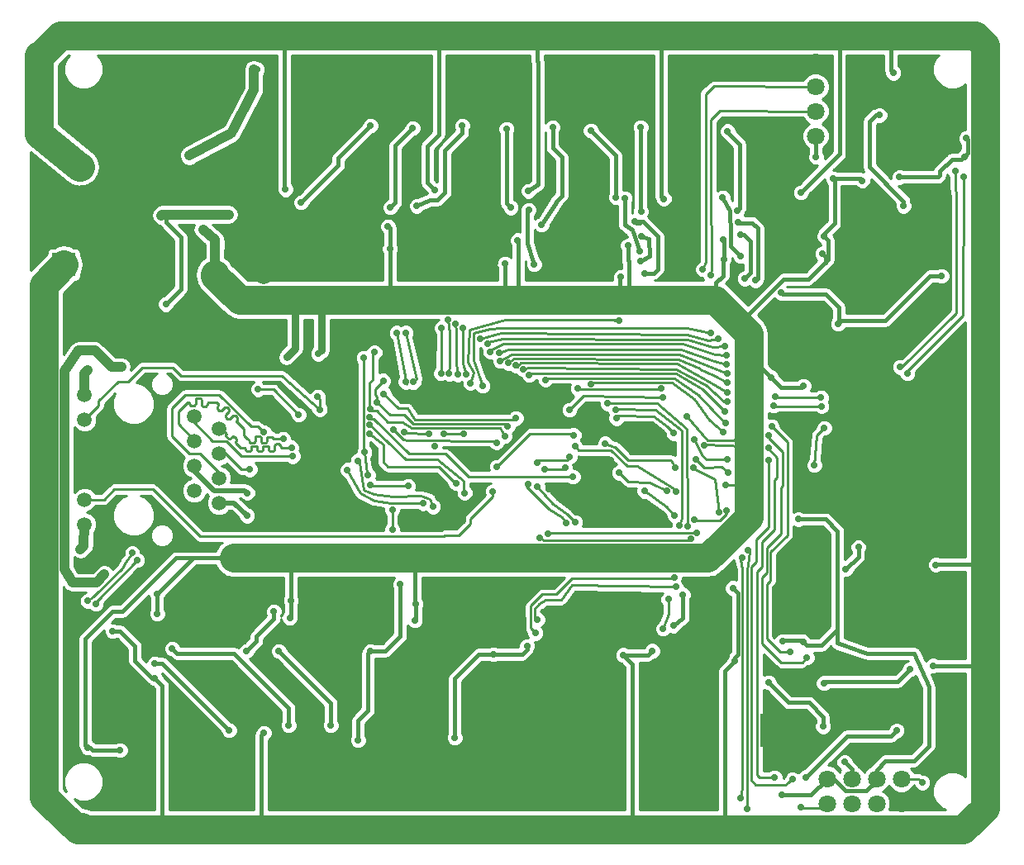
<source format=gbl>
G04 #@! TF.FileFunction,Copper,L2,Bot,Signal*
%FSLAX46Y46*%
G04 Gerber Fmt 4.6, Leading zero omitted, Abs format (unit mm)*
G04 Created by KiCad (PCBNEW 4.0.7-e2-6376~58~ubuntu16.04.1) date Mon Aug 27 17:08:27 2018*
%MOMM*%
%LPD*%
G01*
G04 APERTURE LIST*
%ADD10C,0.050000*%
%ADD11R,2.400000X2.400000*%
%ADD12C,2.400000*%
%ADD13C,2.000000*%
%ADD14C,1.800000*%
%ADD15R,3.000000X3.000000*%
%ADD16C,0.300000*%
%ADD17R,3.400000X5.000000*%
%ADD18R,5.000000X3.400000*%
%ADD19C,0.600000*%
%ADD20R,2.499360X2.499360*%
%ADD21C,1.500000*%
%ADD22C,0.780000*%
%ADD23R,8.330000X6.990000*%
%ADD24R,10.800000X1.910000*%
%ADD25C,2.500000*%
%ADD26C,0.700000*%
%ADD27C,1.000000*%
%ADD28C,0.450000*%
%ADD29C,0.250000*%
%ADD30C,3.000000*%
%ADD31C,0.800000*%
%ADD32C,0.500000*%
%ADD33C,0.254000*%
G04 APERTURE END LIST*
D10*
D11*
X90000000Y-78000000D03*
D12*
X95000000Y-78000000D03*
D13*
X105480000Y-79020000D03*
X110480000Y-79020000D03*
D14*
X170700000Y-130710000D03*
X168160000Y-130710000D03*
X173240000Y-130710000D03*
X175780000Y-130710000D03*
X175780000Y-133250000D03*
X173240000Y-133250000D03*
X168160000Y-133250000D03*
X170700000Y-133250000D03*
X167000000Y-64850000D03*
X167000000Y-62310000D03*
X167000000Y-57240160D03*
X167000000Y-59780160D03*
D15*
X153310000Y-75020000D03*
D16*
X153310000Y-77220000D03*
X152210000Y-77220000D03*
X154410000Y-77220000D03*
X154410000Y-72820000D03*
X152210000Y-72820000D03*
X153310000Y-72820000D03*
X153310000Y-73920000D03*
X152210000Y-73920000D03*
X154410000Y-73920000D03*
X154410000Y-76120000D03*
X152210000Y-76120000D03*
X153310000Y-76120000D03*
D17*
X153310000Y-75020000D03*
D16*
X153310000Y-75020000D03*
X152210000Y-75020000D03*
X154410000Y-75020000D03*
D15*
X143510000Y-75692000D03*
D16*
X143510000Y-77892000D03*
X142410000Y-77892000D03*
X144610000Y-77892000D03*
X144610000Y-73492000D03*
X142410000Y-73492000D03*
X143510000Y-73492000D03*
X143510000Y-74592000D03*
X142410000Y-74592000D03*
X144610000Y-74592000D03*
X144610000Y-76792000D03*
X142410000Y-76792000D03*
X143510000Y-76792000D03*
D17*
X143510000Y-75692000D03*
D16*
X143510000Y-75692000D03*
X142410000Y-75692000D03*
X144610000Y-75692000D03*
D15*
X131064000Y-74422000D03*
D16*
X131064000Y-76622000D03*
X129964000Y-76622000D03*
X132164000Y-76622000D03*
X132164000Y-72222000D03*
X129964000Y-72222000D03*
X131064000Y-72222000D03*
X131064000Y-73322000D03*
X129964000Y-73322000D03*
X132164000Y-73322000D03*
X132164000Y-75522000D03*
X129964000Y-75522000D03*
X131064000Y-75522000D03*
D17*
X131064000Y-74422000D03*
D16*
X131064000Y-74422000D03*
X129964000Y-74422000D03*
X132164000Y-74422000D03*
D15*
X118900000Y-74100000D03*
D16*
X118900000Y-76300000D03*
X117800000Y-76300000D03*
X120000000Y-76300000D03*
X120000000Y-71900000D03*
X117800000Y-71900000D03*
X118900000Y-71900000D03*
X118900000Y-73000000D03*
X117800000Y-73000000D03*
X120000000Y-73000000D03*
X120000000Y-75200000D03*
X117800000Y-75200000D03*
X118900000Y-75200000D03*
D17*
X118900000Y-74100000D03*
D16*
X118900000Y-74100000D03*
X117800000Y-74100000D03*
X120000000Y-74100000D03*
D15*
X165470000Y-112090000D03*
D16*
X163270000Y-112090000D03*
X163270000Y-110990000D03*
X163270000Y-113190000D03*
X167670000Y-113190000D03*
X167670000Y-110990000D03*
X167670000Y-112090000D03*
X166570000Y-112090000D03*
X166570000Y-110990000D03*
X166570000Y-113190000D03*
X164370000Y-113190000D03*
X164370000Y-110990000D03*
X164370000Y-112090000D03*
D18*
X165470000Y-112090000D03*
D16*
X165470000Y-112090000D03*
X165470000Y-110990000D03*
X165470000Y-113190000D03*
D15*
X165825000Y-85875000D03*
D16*
X163625000Y-85875000D03*
X163625000Y-84775000D03*
X163625000Y-86975000D03*
X168025000Y-86975000D03*
X168025000Y-84775000D03*
X168025000Y-85875000D03*
X166925000Y-85875000D03*
X166925000Y-84775000D03*
X166925000Y-86975000D03*
X164725000Y-86975000D03*
X164725000Y-84775000D03*
X164725000Y-85875000D03*
D18*
X165825000Y-85875000D03*
D16*
X165825000Y-85875000D03*
X165825000Y-84775000D03*
X165825000Y-86975000D03*
D15*
X178000000Y-65000000D03*
D16*
X178000000Y-67200000D03*
X176900000Y-67200000D03*
X179100000Y-67200000D03*
X179100000Y-62800000D03*
X176900000Y-62800000D03*
X178000000Y-62800000D03*
X178000000Y-63900000D03*
X176900000Y-63900000D03*
X179100000Y-63900000D03*
X179100000Y-66100000D03*
X176900000Y-66100000D03*
X178000000Y-66100000D03*
D17*
X178000000Y-65000000D03*
D16*
X178000000Y-65000000D03*
X176900000Y-65000000D03*
X179100000Y-65000000D03*
D15*
X163575000Y-75000000D03*
D16*
X163575000Y-77200000D03*
X162475000Y-77200000D03*
X164675000Y-77200000D03*
X164675000Y-72800000D03*
X162475000Y-72800000D03*
X163575000Y-72800000D03*
X163575000Y-73900000D03*
X162475000Y-73900000D03*
X164675000Y-73900000D03*
X164675000Y-76100000D03*
X162475000Y-76100000D03*
X163575000Y-76100000D03*
D17*
X163575000Y-75000000D03*
D16*
X163575000Y-75000000D03*
X162475000Y-75000000D03*
X164675000Y-75000000D03*
D15*
X130302000Y-114554000D03*
D16*
X130302000Y-112354000D03*
X131402000Y-112354000D03*
X129202000Y-112354000D03*
X129202000Y-116754000D03*
X131402000Y-116754000D03*
X130302000Y-116754000D03*
X130302000Y-115654000D03*
X131402000Y-115654000D03*
X129202000Y-115654000D03*
X129202000Y-113454000D03*
X131402000Y-113454000D03*
X130302000Y-113454000D03*
D17*
X130302000Y-114554000D03*
D16*
X130302000Y-114554000D03*
X131402000Y-114554000D03*
X129202000Y-114554000D03*
D15*
X143440000Y-114750000D03*
D16*
X143440000Y-112550000D03*
X144540000Y-112550000D03*
X142340000Y-112550000D03*
X142340000Y-116950000D03*
X144540000Y-116950000D03*
X143440000Y-116950000D03*
X143440000Y-115850000D03*
X144540000Y-115850000D03*
X142340000Y-115850000D03*
X142340000Y-113650000D03*
X144540000Y-113650000D03*
X143440000Y-113650000D03*
D17*
X143440000Y-114750000D03*
D16*
X143440000Y-114750000D03*
X144540000Y-114750000D03*
X142340000Y-114750000D03*
D15*
X156690000Y-114950000D03*
D16*
X156690000Y-112750000D03*
X157790000Y-112750000D03*
X155590000Y-112750000D03*
X155590000Y-117150000D03*
X157790000Y-117150000D03*
X156690000Y-117150000D03*
X156690000Y-116050000D03*
X157790000Y-116050000D03*
X155590000Y-116050000D03*
X155590000Y-113850000D03*
X157790000Y-113850000D03*
X156690000Y-113850000D03*
D17*
X156690000Y-114950000D03*
D16*
X156690000Y-114950000D03*
X157790000Y-114950000D03*
X155590000Y-114950000D03*
D15*
X163830000Y-125730000D03*
D16*
X161630000Y-125730000D03*
X161630000Y-124630000D03*
X161630000Y-126830000D03*
X166030000Y-126830000D03*
X166030000Y-124630000D03*
X166030000Y-125730000D03*
X164930000Y-125730000D03*
X164930000Y-124630000D03*
X164930000Y-126830000D03*
X162730000Y-126830000D03*
X162730000Y-124630000D03*
X162730000Y-125730000D03*
D18*
X163830000Y-125730000D03*
D16*
X163830000Y-125730000D03*
X163830000Y-124630000D03*
X163830000Y-126830000D03*
D15*
X95825000Y-123225000D03*
D16*
X93625000Y-123225000D03*
X93625000Y-122125000D03*
X93625000Y-124325000D03*
X98025000Y-124325000D03*
X98025000Y-122125000D03*
X98025000Y-123225000D03*
X96925000Y-123225000D03*
X96925000Y-122125000D03*
X96925000Y-124325000D03*
X94725000Y-124325000D03*
X94725000Y-122125000D03*
X94725000Y-123225000D03*
D18*
X95825000Y-123225000D03*
D16*
X95825000Y-123225000D03*
X95825000Y-122125000D03*
X95825000Y-124325000D03*
D15*
X104394000Y-114046000D03*
D16*
X104394000Y-111846000D03*
X105494000Y-111846000D03*
X103294000Y-111846000D03*
X103294000Y-116246000D03*
X105494000Y-116246000D03*
X104394000Y-116246000D03*
X104394000Y-115146000D03*
X105494000Y-115146000D03*
X103294000Y-115146000D03*
X103294000Y-112946000D03*
X105494000Y-112946000D03*
X104394000Y-112946000D03*
D17*
X104394000Y-114046000D03*
D16*
X104394000Y-114046000D03*
X105494000Y-114046000D03*
X103294000Y-114046000D03*
D15*
X117650000Y-114180000D03*
D16*
X117650000Y-111980000D03*
X118750000Y-111980000D03*
X116550000Y-111980000D03*
X116550000Y-116380000D03*
X118750000Y-116380000D03*
X117650000Y-116380000D03*
X117650000Y-115280000D03*
X118750000Y-115280000D03*
X116550000Y-115280000D03*
X116550000Y-113080000D03*
X118750000Y-113080000D03*
X117650000Y-113080000D03*
D17*
X117650000Y-114180000D03*
D16*
X117650000Y-114180000D03*
X118750000Y-114180000D03*
X116550000Y-114180000D03*
D19*
X117000000Y-96000000D03*
X117762000Y-95238000D03*
X116238000Y-95238000D03*
X117762000Y-96762000D03*
X116238000Y-96762000D03*
D20*
X117000000Y-96000000D03*
D21*
X92100000Y-91375000D03*
X92100000Y-93915000D03*
X92100000Y-102085000D03*
X92100000Y-104625000D03*
X103350000Y-93560000D03*
X103350000Y-98630000D03*
X103350000Y-96100000D03*
X103350000Y-101170000D03*
X105890000Y-94820000D03*
X105890000Y-99900000D03*
X105890000Y-97360000D03*
X105890000Y-102440000D03*
D22*
X105660000Y-57900000D03*
X96660000Y-57900000D03*
X104160000Y-62400000D03*
X104160000Y-60900000D03*
X104160000Y-59400000D03*
X104160000Y-57900000D03*
X101160000Y-62400000D03*
X101160000Y-60900000D03*
X101160000Y-59400000D03*
X101160000Y-57900000D03*
X102660000Y-57900000D03*
X102660000Y-59400000D03*
X102660000Y-60900000D03*
X102660000Y-62400000D03*
X99660000Y-62400000D03*
X99660000Y-60900000D03*
X99660000Y-59400000D03*
X99660000Y-57900000D03*
X98160000Y-57900000D03*
X98160000Y-59400000D03*
X98160000Y-60900000D03*
X98160000Y-62400000D03*
D23*
X101160000Y-60225000D03*
D24*
X101160000Y-57690000D03*
D25*
X91660000Y-62970000D03*
X91660000Y-67970000D03*
D26*
X127950000Y-96625000D03*
X95890000Y-88490000D03*
X94130000Y-109780000D03*
X179020000Y-133360000D03*
X150960000Y-95810000D03*
X146840000Y-95650000D03*
X124830000Y-99700000D03*
X139650000Y-101000000D03*
X131775000Y-102625000D03*
X150775000Y-97050000D03*
X149850000Y-104175000D03*
X146050000Y-98044000D03*
X146200000Y-101275000D03*
X135200000Y-92900000D03*
X127175000Y-93000000D03*
X124825000Y-95150000D03*
X127375000Y-95350000D03*
X116200000Y-101350000D03*
X96160000Y-86530000D03*
X104130000Y-85480000D03*
X100240000Y-79100000D03*
X116000000Y-91550000D03*
X116200000Y-92850000D03*
X125730000Y-64008000D03*
X123444000Y-72136000D03*
X121412000Y-63754000D03*
X114300000Y-71628000D03*
X135330000Y-64120000D03*
X135760000Y-72160000D03*
X130810000Y-63754000D03*
X126150000Y-72010000D03*
X143970000Y-64290000D03*
X146560000Y-71120000D03*
X140060000Y-63950000D03*
X138938000Y-73914000D03*
X149090000Y-63930000D03*
X149110000Y-72560000D03*
X158940000Y-72500000D03*
X157990000Y-64330000D03*
X176020000Y-72000000D03*
X173560000Y-62700000D03*
X175300000Y-125770000D03*
X165990000Y-130540000D03*
X112450000Y-95850000D03*
X113450000Y-97650000D03*
X147770000Y-76070000D03*
X95758000Y-127762000D03*
X92456000Y-127508000D03*
X99568000Y-113792000D03*
X99568000Y-111760000D03*
X113130000Y-114230000D03*
X113260000Y-112410000D03*
X125940000Y-114480000D03*
X126030000Y-112800000D03*
X141960000Y-109120000D03*
X153400000Y-111820000D03*
X152420000Y-115030000D03*
X154178000Y-108966000D03*
X165260000Y-104100000D03*
X163600000Y-116620000D03*
X163520986Y-132339014D03*
X160020000Y-104910000D03*
X165710000Y-116640000D03*
X160770000Y-104080000D03*
X165770000Y-90450000D03*
X162440000Y-89550000D03*
X182450000Y-65040000D03*
X171800000Y-69400000D03*
X175600000Y-69040000D03*
X182220000Y-66940000D03*
X167050000Y-66970000D03*
X168790000Y-69210000D03*
X167690000Y-76890000D03*
X167900000Y-75120000D03*
X157520000Y-75420000D03*
X157580000Y-77460000D03*
X147066000Y-79248000D03*
X136490000Y-75510000D03*
X135170000Y-77910000D03*
X123400000Y-76400000D03*
X123200000Y-74100000D03*
X112800000Y-87500000D03*
X151420000Y-107120000D03*
X123640000Y-103170000D03*
X123640000Y-105140000D03*
X123650000Y-107070000D03*
X136030000Y-106970000D03*
X152580000Y-103740000D03*
X149450000Y-101200000D03*
X161125000Y-101525000D03*
X155620000Y-96510000D03*
X157775000Y-100575000D03*
X153810000Y-93600000D03*
X145240000Y-106980000D03*
X139425000Y-82125000D03*
X128875000Y-95350000D03*
X130925000Y-95375000D03*
X128650000Y-82100000D03*
X128700000Y-84500000D03*
X128625000Y-89175000D03*
X121158000Y-99568000D03*
X121250000Y-82600000D03*
X120800000Y-97250000D03*
X120700000Y-87575000D03*
X116050000Y-87150000D03*
X106170000Y-81140000D03*
X109790000Y-58030000D03*
X102840000Y-66850000D03*
X104240000Y-74410000D03*
X151460000Y-71260000D03*
X165490000Y-70610000D03*
X137590000Y-70470000D03*
X130048000Y-135382000D03*
X130048000Y-126492000D03*
X120904000Y-135636000D03*
X120142000Y-126746000D03*
X94996000Y-115570000D03*
X99314000Y-120396000D03*
X111506000Y-113538000D03*
X108712000Y-117602000D03*
X124460000Y-110744000D03*
X110490000Y-125984000D03*
X121412000Y-117602000D03*
X137430000Y-117100000D03*
X133990000Y-117940000D03*
X150270000Y-117590000D03*
X147280000Y-118020000D03*
X158510000Y-111160000D03*
X158750000Y-118618000D03*
X179320000Y-108770000D03*
X171380000Y-106980000D03*
X170100000Y-109220000D03*
X167840000Y-120900000D03*
X176690000Y-119470000D03*
X179040000Y-119110000D03*
X163480000Y-80900000D03*
X174960000Y-58360000D03*
X128016000Y-70358000D03*
X112700000Y-70300000D03*
X169300000Y-84075000D03*
X179900000Y-79175000D03*
X184050000Y-79175000D03*
X133925000Y-101275000D03*
X134350000Y-98725000D03*
X142225000Y-95475000D03*
X157490000Y-71150000D03*
X159330000Y-77150000D03*
X167760000Y-125330000D03*
X162180000Y-120850000D03*
X154750000Y-97950000D03*
X146875000Y-99350000D03*
X151740000Y-101190000D03*
X158000000Y-99350000D03*
X166878000Y-98552000D03*
X167894000Y-94742000D03*
X149530000Y-78900000D03*
X148480000Y-73610000D03*
X149100000Y-77690000D03*
X149150000Y-75100000D03*
X147440000Y-71210000D03*
X149020000Y-76640000D03*
X137600000Y-72400000D03*
X138176000Y-77978000D03*
X160860000Y-79610000D03*
X159040000Y-73700000D03*
X159350000Y-74920000D03*
X159730000Y-79450000D03*
X114050000Y-93400000D03*
X109900000Y-90800000D03*
X109050000Y-99000000D03*
X108800000Y-101400000D03*
X100430000Y-82070000D03*
X106870000Y-72870000D03*
X99970000Y-72980000D03*
X157925000Y-97975000D03*
X154580000Y-95920000D03*
X152450000Y-95300000D03*
X146590000Y-93770000D03*
X157890000Y-103220000D03*
X154550000Y-104170000D03*
X142350000Y-96650000D03*
X152700000Y-101250000D03*
X157075000Y-103425000D03*
X154525000Y-98825000D03*
X152600000Y-98800000D03*
X145450000Y-96325000D03*
X169960000Y-129000000D03*
X177920000Y-131090000D03*
X159990000Y-133800000D03*
X160060000Y-107250000D03*
X154840000Y-105520000D03*
X139600000Y-105610000D03*
X165490000Y-133620000D03*
X159270000Y-132690000D03*
X159500000Y-108040000D03*
X154230000Y-106130000D03*
X138770000Y-106050000D03*
X156250000Y-79100000D03*
X151375000Y-91650000D03*
X141775000Y-92900000D03*
X155450000Y-78475000D03*
X151175000Y-90675000D03*
X142625000Y-90725000D03*
X113030000Y-125222000D03*
X101092000Y-117348000D03*
X117348000Y-125222000D03*
X112014000Y-117602000D03*
X106934000Y-125730000D03*
X99314000Y-118872000D03*
X108750000Y-103750000D03*
X125240000Y-100680000D03*
X121380000Y-100630000D03*
X130150000Y-100400000D03*
X121300000Y-95350000D03*
X131050000Y-101400000D03*
X121300000Y-94450000D03*
X120100000Y-98100000D03*
X127800000Y-102825000D03*
X119050000Y-99050000D03*
X126835000Y-102495000D03*
X121825000Y-87000000D03*
X121400000Y-92800000D03*
X135150000Y-95600000D03*
X122700000Y-89900000D03*
X122100000Y-92100000D03*
X135450000Y-94600000D03*
X136300000Y-93750000D03*
X122750000Y-91250000D03*
X123750000Y-94900000D03*
X134300000Y-96250000D03*
X142150000Y-99750000D03*
X121300000Y-93650000D03*
X91694000Y-107188000D03*
X92430000Y-88810000D03*
X141460000Y-104500000D03*
X137550000Y-100475000D03*
X138450000Y-98350000D03*
X141825000Y-97700000D03*
X141325000Y-98825000D03*
X139250000Y-99025000D03*
X138500000Y-100775000D03*
X142360000Y-104420000D03*
X138510000Y-114380000D03*
X152670000Y-111040000D03*
X153880000Y-104850000D03*
X145690000Y-92230000D03*
X138300000Y-115780000D03*
X152500000Y-110070000D03*
X153060000Y-104740000D03*
X146520000Y-92870000D03*
X157700000Y-86350000D03*
X133400000Y-86075000D03*
X167600000Y-92525000D03*
X176400000Y-89150000D03*
X162675000Y-92475000D03*
X157950000Y-89200000D03*
X134700000Y-87875000D03*
X182150000Y-69000000D03*
X175670000Y-88510000D03*
X167566778Y-91613222D03*
X181300000Y-68400000D03*
X162875000Y-91550000D03*
X157850000Y-88250000D03*
X134550000Y-87025000D03*
X157850000Y-87275000D03*
X133650000Y-86925000D03*
X93260000Y-112770000D03*
X97510000Y-108310000D03*
X92420000Y-112490000D03*
X97000000Y-107570000D03*
X157925000Y-91075000D03*
X136300000Y-88350000D03*
X164360000Y-117690000D03*
X157925000Y-92025000D03*
X162500000Y-94575000D03*
X137050000Y-88750000D03*
X157725000Y-93075000D03*
X162225000Y-95475000D03*
X137675000Y-89325000D03*
X166120000Y-118300000D03*
X139350000Y-89800000D03*
X157800000Y-94250000D03*
X162175000Y-96775000D03*
X162814000Y-130556000D03*
X164670000Y-130760000D03*
X143975000Y-90225000D03*
X157550000Y-95200000D03*
X162225000Y-98075000D03*
X151920000Y-112320000D03*
X151384000Y-115316000D03*
X130125000Y-84075000D03*
X130325000Y-89275000D03*
X129350000Y-83625000D03*
X129450000Y-89200000D03*
X124100000Y-85000000D03*
X125000000Y-90025000D03*
X125825000Y-90050000D03*
X125000000Y-85000000D03*
X130875000Y-84525000D03*
X131200000Y-89250000D03*
X132900000Y-90425000D03*
X156225000Y-85000000D03*
X146825000Y-83750000D03*
X131650000Y-90150000D03*
X157000000Y-85600000D03*
X132625000Y-85650000D03*
X135500000Y-88100000D03*
X157925000Y-90075000D03*
X110500000Y-95200000D03*
X113300000Y-96750000D03*
D27*
X94860000Y-88490000D02*
X95890000Y-88490000D01*
X93180000Y-86810000D02*
X94860000Y-88490000D01*
X91500000Y-86810000D02*
X93180000Y-86810000D01*
X90020000Y-88880000D02*
X91500000Y-86810000D01*
X90020000Y-109220000D02*
X90020000Y-88880000D01*
X90860000Y-110590000D02*
X90020000Y-109220000D01*
X93320000Y-110590000D02*
X90860000Y-110590000D01*
X94130000Y-109780000D02*
X93320000Y-110590000D01*
D28*
X175780000Y-133250000D02*
X177830000Y-133250000D01*
X178760000Y-133100000D02*
X179020000Y-133360000D01*
X178760000Y-132320000D02*
X178760000Y-133100000D01*
X177830000Y-133250000D02*
X178760000Y-132320000D01*
D29*
X146050000Y-98044000D02*
X145975000Y-98119000D01*
X145975000Y-98119000D02*
X146200000Y-101275000D01*
X124825000Y-95150000D02*
X124925000Y-95250000D01*
X124925000Y-95250000D02*
X127375000Y-95350000D01*
D27*
X100240000Y-79100000D02*
X100240000Y-79000000D01*
D29*
X116200000Y-92850000D02*
X116200000Y-91750000D01*
X116200000Y-91750000D02*
X116000000Y-91550000D01*
X93550000Y-92465000D02*
X92100000Y-93915000D01*
X93550000Y-92000000D02*
X93550000Y-92465000D01*
X95550000Y-90000000D02*
X93550000Y-92000000D01*
X96600000Y-90000000D02*
X95550000Y-90000000D01*
X98050000Y-88550000D02*
X96600000Y-90000000D01*
X101150000Y-88550000D02*
X98050000Y-88550000D01*
X102000000Y-89400000D02*
X101150000Y-88550000D01*
X112350000Y-89400000D02*
X102000000Y-89400000D01*
X116200000Y-92850000D02*
X112350000Y-89400000D01*
D28*
X123952000Y-65786000D02*
X125730000Y-64008000D01*
X123952000Y-71628000D02*
X123952000Y-65786000D01*
X123444000Y-72136000D02*
X123952000Y-71628000D01*
X118110000Y-67056000D02*
X121412000Y-63754000D01*
X118110000Y-67818000D02*
X118110000Y-67056000D01*
X114300000Y-71628000D02*
X118110000Y-67818000D01*
X135330000Y-71730000D02*
X135330000Y-64120000D01*
X135760000Y-72160000D02*
X135330000Y-71730000D01*
X130810000Y-64516000D02*
X130810000Y-63754000D01*
X129032000Y-66294000D02*
X130810000Y-64516000D01*
X129032000Y-70612000D02*
X129032000Y-66294000D01*
X128270000Y-71374000D02*
X129032000Y-70612000D01*
X127508000Y-71374000D02*
X128270000Y-71374000D01*
X126150000Y-72010000D02*
X127508000Y-71374000D01*
X146520000Y-66840000D02*
X143970000Y-64290000D01*
X146520000Y-71110000D02*
X146520000Y-66840000D01*
X146560000Y-71120000D02*
X146520000Y-71110000D01*
X140060000Y-66050000D02*
X140060000Y-63950000D01*
X141030000Y-67020000D02*
X140060000Y-66050000D01*
X141030000Y-70920000D02*
X141030000Y-67020000D01*
X140410000Y-71540000D02*
X141030000Y-70920000D01*
X140410000Y-71640000D02*
X140410000Y-71540000D01*
X138938000Y-73914000D02*
X140410000Y-71640000D01*
X149090000Y-72540000D02*
X149090000Y-63930000D01*
X149110000Y-72560000D02*
X149090000Y-72540000D01*
X157990000Y-64460000D02*
X157990000Y-64330000D01*
X159250000Y-65720000D02*
X157990000Y-64460000D01*
X159250000Y-72190000D02*
X159250000Y-65720000D01*
X158940000Y-72500000D02*
X159250000Y-72190000D01*
X173560000Y-62700000D02*
X173170000Y-62700000D01*
X176020000Y-71530000D02*
X176020000Y-72000000D01*
X172500000Y-68010000D02*
X176020000Y-71530000D01*
X172500000Y-63370000D02*
X172500000Y-68010000D01*
X173170000Y-62700000D02*
X172500000Y-63370000D01*
X174760000Y-126310000D02*
X175300000Y-125770000D01*
X170220000Y-126310000D02*
X174760000Y-126310000D01*
X165990000Y-130540000D02*
X170220000Y-126310000D01*
D29*
X103350000Y-96100000D02*
X103350000Y-96000000D01*
X106140937Y-92979940D02*
X106180329Y-92948527D01*
X107685804Y-94042622D02*
X107685804Y-94081810D01*
X102700000Y-92100000D02*
X102738941Y-92104387D01*
X104075000Y-92325000D02*
X104080641Y-92375067D01*
X103350000Y-96000000D02*
X101700000Y-94350000D01*
X107711526Y-94155322D02*
X107735960Y-94185960D01*
X105996038Y-93013013D02*
X106046422Y-93013013D01*
X109587378Y-95670765D02*
X109602271Y-95647064D01*
X110775000Y-95750000D02*
X110777507Y-95727748D01*
X102974070Y-92432669D02*
X103011058Y-92445612D01*
X103050000Y-92450000D02*
X103300000Y-92450000D01*
X101700000Y-94350000D02*
X101700000Y-93100000D01*
X104031366Y-91775303D02*
X104055193Y-91813224D01*
X101700000Y-93100000D02*
X102700000Y-92100000D01*
X106180329Y-92948527D02*
X106463171Y-92665684D01*
X102738941Y-92104387D02*
X102775929Y-92117330D01*
X106937589Y-92985796D02*
X106928870Y-93024002D01*
X108847623Y-95872282D02*
X108890285Y-95899087D01*
X111365096Y-95706612D02*
X111372492Y-95727748D01*
X105809339Y-92290851D02*
X105820551Y-92339972D01*
X102775929Y-92117330D02*
X102809110Y-92138179D01*
X110796816Y-95687652D02*
X110812651Y-95671817D01*
X110831611Y-95659904D02*
X110852747Y-95652508D01*
X106750047Y-93828466D02*
X106795442Y-93850327D01*
X103550302Y-91743634D02*
X103588223Y-91719807D01*
X102809110Y-92138179D02*
X102836820Y-92165889D01*
X104697282Y-92227376D02*
X104724087Y-92184714D01*
X105691578Y-92658170D02*
X105691578Y-92708554D01*
X102836820Y-92165889D02*
X102857669Y-92199070D01*
X106463171Y-92665684D02*
X106493808Y-92641250D01*
X102857669Y-92199070D02*
X102870612Y-92236058D01*
X104590285Y-92500912D02*
X104625912Y-92465285D01*
X106573177Y-93651595D02*
X106604590Y-93690987D01*
X105756065Y-92842461D02*
X105862131Y-92948527D01*
X102879387Y-92313941D02*
X102892330Y-92350929D01*
X104669358Y-92375067D02*
X104680641Y-92274932D01*
X102870612Y-92236058D02*
X102879387Y-92313941D01*
X106095542Y-93001801D02*
X106140937Y-92979940D01*
X102913179Y-92384110D02*
X102940889Y-92411820D01*
X103436820Y-92384110D02*
X103457669Y-92350929D01*
X102892330Y-92350929D02*
X102913179Y-92384110D01*
X103875000Y-91700000D02*
X103919504Y-91705015D01*
X109525912Y-96215285D02*
X109552717Y-96172623D01*
X104249932Y-92544358D02*
X104300000Y-92550000D01*
X109350000Y-96300000D02*
X109400067Y-96294358D01*
X102940889Y-92411820D02*
X102974070Y-92432669D01*
X103470612Y-92313941D02*
X103475000Y-92275000D01*
X103011058Y-92445612D02*
X103050000Y-92450000D01*
X106604590Y-93372789D02*
X106573177Y-93412180D01*
X104450000Y-92550000D02*
X104500067Y-92544358D01*
X103300000Y-92450000D02*
X103338941Y-92445612D01*
X103338941Y-92445612D02*
X103375929Y-92432669D01*
X103375929Y-92432669D02*
X103409110Y-92411820D01*
X104802376Y-92122282D02*
X104849932Y-92105641D01*
X107777396Y-93756930D02*
X107786115Y-93795134D01*
X104124087Y-92465285D02*
X104159714Y-92500912D01*
X103518633Y-91775303D02*
X103550302Y-91743634D01*
X104055193Y-91813224D02*
X104069985Y-91855496D01*
X103409110Y-92411820D02*
X103436820Y-92384110D01*
X104080641Y-92375067D02*
X104097282Y-92422623D01*
X105862131Y-92948527D02*
X105901522Y-92979940D01*
X110175000Y-95725000D02*
X110175000Y-96075000D01*
X103475000Y-91900000D02*
X103480014Y-91855496D01*
X108969358Y-96024932D02*
X108980641Y-96125067D01*
X103480014Y-91855496D02*
X103494806Y-91813224D01*
X103457669Y-92350929D02*
X103470612Y-92313941D01*
X106710656Y-93797053D02*
X106750047Y-93828466D01*
X106937589Y-92946608D02*
X106937589Y-92985796D01*
X105691578Y-92708554D02*
X105702790Y-92757674D01*
X110550000Y-96300000D02*
X110600067Y-96294358D01*
X103475000Y-92275000D02*
X103475000Y-91900000D01*
X103919504Y-91705015D02*
X103961776Y-91719807D01*
X106887433Y-93089946D02*
X106604590Y-93372789D01*
X103494806Y-91813224D02*
X103518633Y-91775303D01*
X104680641Y-92274932D02*
X104697282Y-92227376D01*
X104724087Y-92184714D02*
X104759714Y-92149087D01*
X103588223Y-91719807D02*
X103630495Y-91705015D01*
X109102376Y-96277717D02*
X109149932Y-96294358D01*
X103630495Y-91705015D02*
X103675000Y-91700000D01*
X111337348Y-95671817D02*
X111353183Y-95687652D01*
X103675000Y-91700000D02*
X103875000Y-91700000D01*
X109578134Y-95697185D02*
X109587378Y-95670765D01*
X105756065Y-92206065D02*
X105787478Y-92245456D01*
X111452747Y-95847493D02*
X111475000Y-95850000D01*
X103961776Y-91719807D02*
X103999697Y-91743634D01*
X108952717Y-95977376D02*
X108969358Y-96024932D01*
X104547623Y-92527717D02*
X104590285Y-92500912D01*
X109645764Y-95612379D02*
X109672184Y-95603135D01*
X103999697Y-91743634D02*
X104031366Y-91775303D01*
X106540104Y-93506696D02*
X106540104Y-93557080D01*
X104069985Y-91855496D02*
X104075000Y-91900000D01*
X104075000Y-91900000D02*
X104075000Y-92325000D01*
X104097282Y-92422623D02*
X104124087Y-92465285D01*
X107559183Y-93514208D02*
X107735959Y-93690984D01*
X104159714Y-92500912D02*
X104202376Y-92527717D01*
X107311697Y-93514210D02*
X107342334Y-93489776D01*
X104202376Y-92527717D02*
X104249932Y-92544358D01*
X104300000Y-92550000D02*
X104450000Y-92550000D01*
X106887433Y-92842458D02*
X106911867Y-92873097D01*
X104652717Y-92422623D02*
X104669358Y-92375067D01*
X104500067Y-92544358D02*
X104547623Y-92527717D01*
X104625912Y-92465285D02*
X104652717Y-92422623D01*
X105650000Y-92100000D02*
X105756065Y-92206065D01*
X104759714Y-92149087D02*
X104802376Y-92122282D01*
X106795442Y-93850327D02*
X106844563Y-93861539D01*
X106928870Y-93024002D02*
X106911866Y-93059307D01*
X106551316Y-93457575D02*
X106540104Y-93506696D01*
X104849932Y-92105641D02*
X104900000Y-92100000D01*
X104900000Y-92100000D02*
X105650000Y-92100000D01*
X106493808Y-92641250D02*
X106529115Y-92624247D01*
X107735959Y-93690984D02*
X107760393Y-93721623D01*
X105787478Y-92245456D02*
X105809339Y-92290851D01*
X109552717Y-96172623D02*
X109569358Y-96125067D01*
X105820551Y-92339972D02*
X105820551Y-92390356D01*
X105820551Y-92390356D02*
X105809339Y-92439476D01*
X110769358Y-96125067D02*
X110775000Y-96075000D01*
X105809339Y-92439476D02*
X105787478Y-92484871D01*
X111353183Y-95687652D02*
X111365096Y-95706612D01*
X106540104Y-93557080D02*
X106551316Y-93606200D01*
X105787478Y-92484871D02*
X105724651Y-92563654D01*
X108750000Y-95850000D02*
X108800067Y-95855641D01*
X109490285Y-96250912D02*
X109525912Y-96215285D01*
X107342334Y-93489776D02*
X107377641Y-93472773D01*
X107528544Y-93489775D02*
X107559183Y-93514208D01*
X105724651Y-92563654D02*
X105702790Y-92609049D01*
X110647623Y-96277717D02*
X110690285Y-96250912D01*
X105702790Y-92609049D02*
X105691578Y-92658170D01*
X105702790Y-92757674D02*
X105724651Y-92803069D01*
X110784903Y-95706612D02*
X110796816Y-95687652D01*
X105724651Y-92803069D02*
X105756065Y-92842461D01*
X108800067Y-95855641D02*
X108847623Y-95872282D01*
X106644713Y-92624247D02*
X106680018Y-92641249D01*
X105901522Y-92979940D02*
X105946917Y-93001801D01*
X108890285Y-95899087D02*
X108925912Y-95934714D01*
X107493239Y-93472773D02*
X107528544Y-93489775D01*
X107777396Y-93872528D02*
X107760392Y-93907833D01*
X105946917Y-93001801D02*
X105996038Y-93013013D01*
X106046422Y-93013013D02*
X106095542Y-93001801D01*
X108400000Y-94850000D02*
X108400000Y-95500000D01*
X106529115Y-92624247D02*
X106567319Y-92615526D01*
X106567319Y-92615526D02*
X106606507Y-92615526D01*
X109059714Y-96250912D02*
X109102376Y-96277717D01*
X106606507Y-92615526D02*
X106644713Y-92624247D01*
X106680018Y-92641249D02*
X106710657Y-92665682D01*
X106551316Y-93606200D02*
X106573177Y-93651595D01*
X111318388Y-95659904D02*
X111337348Y-95671817D01*
X106710657Y-92665682D02*
X106887433Y-92842458D01*
X106911867Y-92873097D02*
X106928870Y-92908404D01*
X106928870Y-92908404D02*
X106937589Y-92946608D01*
X107685804Y-94081810D02*
X107694523Y-94120014D01*
X107415845Y-93464052D02*
X107455033Y-93464052D01*
X106911866Y-93059307D02*
X106887433Y-93089946D01*
X106573177Y-93412180D02*
X106551316Y-93457575D01*
X109569358Y-96125067D02*
X109575000Y-96075000D01*
X106604590Y-93690987D02*
X106710656Y-93797053D01*
X111396816Y-95812349D02*
X111412651Y-95828184D01*
X106844563Y-93861539D02*
X106894947Y-93861539D01*
X110104235Y-95612379D02*
X110127936Y-95627272D01*
X106894947Y-93861539D02*
X106944067Y-93850327D01*
X106944067Y-93850327D02*
X106989462Y-93828466D01*
X106989462Y-93828466D02*
X107028854Y-93797053D01*
X107028854Y-93797053D02*
X107311697Y-93514210D01*
X107377641Y-93472773D02*
X107415845Y-93464052D01*
X107455033Y-93464052D02*
X107493239Y-93472773D01*
X107760393Y-93721623D02*
X107777396Y-93756930D01*
X107786115Y-93795134D02*
X107786115Y-93834322D01*
X107786115Y-93834322D02*
X107777396Y-93872528D01*
X109200000Y-96300000D02*
X109350000Y-96300000D01*
X107760392Y-93907833D02*
X107711525Y-93969110D01*
X110077815Y-95603135D02*
X110104235Y-95612379D01*
X107711525Y-93969110D02*
X107694523Y-94004416D01*
X107694523Y-94004416D02*
X107685804Y-94042622D01*
X110752717Y-96172623D02*
X110769358Y-96125067D01*
X110875000Y-95650000D02*
X111275000Y-95650000D01*
X111475000Y-95850000D02*
X112169364Y-95850000D01*
X107694523Y-94120014D02*
X107711526Y-94155322D01*
X107735960Y-94185960D02*
X108400000Y-94850000D01*
X108400000Y-95500000D02*
X108750000Y-95850000D01*
X110127936Y-95627272D02*
X110147728Y-95647064D01*
X108925912Y-95934714D02*
X108952717Y-95977376D01*
X108980641Y-96125067D02*
X108997282Y-96172623D01*
X108997282Y-96172623D02*
X109024087Y-96215285D01*
X109400067Y-96294358D02*
X109447623Y-96277717D01*
X109024087Y-96215285D02*
X109059714Y-96250912D01*
X109149932Y-96294358D02*
X109200000Y-96300000D01*
X109447623Y-96277717D02*
X109490285Y-96250912D01*
X109575000Y-96075000D02*
X109575000Y-95725000D01*
X110259714Y-96250912D02*
X110302376Y-96277717D01*
X109575000Y-95725000D02*
X109578134Y-95697185D01*
X109602271Y-95647064D02*
X109622063Y-95627272D01*
X109622063Y-95627272D02*
X109645764Y-95612379D01*
X109672184Y-95603135D02*
X109700000Y-95600000D01*
X109700000Y-95600000D02*
X110050000Y-95600000D01*
X111297252Y-95652508D02*
X111318388Y-95659904D01*
X110050000Y-95600000D02*
X110077815Y-95603135D01*
X110147728Y-95647064D02*
X110162621Y-95670765D01*
X110162621Y-95670765D02*
X110171865Y-95697185D01*
X110171865Y-95697185D02*
X110175000Y-95725000D01*
X110180641Y-96125067D02*
X110197282Y-96172623D01*
X110175000Y-96075000D02*
X110180641Y-96125067D01*
X110197282Y-96172623D02*
X110224087Y-96215285D01*
X110777507Y-95727748D02*
X110784903Y-95706612D01*
X112169364Y-95850000D02*
X112450000Y-95850000D01*
X110224087Y-96215285D02*
X110259714Y-96250912D01*
X110302376Y-96277717D02*
X110349932Y-96294358D01*
X110349932Y-96294358D02*
X110400000Y-96300000D01*
X110400000Y-96300000D02*
X110550000Y-96300000D01*
X111372492Y-95727748D02*
X111377507Y-95772253D01*
X110600067Y-96294358D02*
X110647623Y-96277717D01*
X110690285Y-96250912D02*
X110725912Y-96215285D01*
X111431611Y-95840097D02*
X111452747Y-95847493D01*
X110725912Y-96215285D02*
X110752717Y-96172623D01*
X110775000Y-96075000D02*
X110775000Y-95750000D01*
X110812651Y-95671817D02*
X110831611Y-95659904D01*
X110852747Y-95652508D02*
X110875000Y-95650000D01*
X111377507Y-95772253D02*
X111384903Y-95793389D01*
X111384903Y-95793389D02*
X111396816Y-95812349D01*
X111275000Y-95650000D02*
X111297252Y-95652508D01*
X111412651Y-95828184D02*
X111431611Y-95840097D01*
X103350000Y-96100000D02*
X103350000Y-96700000D01*
X103350000Y-93560000D02*
X103350000Y-94200000D01*
X103350000Y-94200000D02*
X105250000Y-96100000D01*
X108200000Y-97650000D02*
X113450000Y-97650000D01*
X106650000Y-96100000D02*
X108200000Y-97650000D01*
X105250000Y-96100000D02*
X106650000Y-96100000D01*
D28*
X147770000Y-76070000D02*
X147770000Y-76060000D01*
X92710000Y-127508000D02*
X92456000Y-127508000D01*
X92964000Y-127762000D02*
X92710000Y-127508000D01*
X95758000Y-127762000D02*
X92964000Y-127762000D01*
X103378000Y-108080000D02*
X101470000Y-108080000D01*
X92202000Y-127254000D02*
X92456000Y-127508000D01*
X92202000Y-116332000D02*
X92202000Y-127254000D01*
X94996000Y-113538000D02*
X92202000Y-116332000D01*
X96012000Y-113538000D02*
X94996000Y-113538000D01*
X101470000Y-108080000D02*
X96012000Y-113538000D01*
X99568000Y-113792000D02*
X99568000Y-111760000D01*
D30*
X107440000Y-108080000D02*
X113300000Y-108080000D01*
D28*
X103248000Y-108080000D02*
X103378000Y-108080000D01*
X103378000Y-108080000D02*
X107440000Y-108080000D01*
X99568000Y-111760000D02*
X103248000Y-108080000D01*
X113260000Y-114100000D02*
X113260000Y-112410000D01*
X113130000Y-114230000D02*
X113260000Y-114100000D01*
X113260000Y-112410000D02*
X113260000Y-108120000D01*
X113260000Y-108120000D02*
X113300000Y-108080000D01*
X126030000Y-114390000D02*
X126030000Y-112800000D01*
X125940000Y-114480000D02*
X126030000Y-114390000D01*
X125970000Y-112500000D02*
X125970000Y-108080000D01*
X126030000Y-112800000D02*
X125970000Y-112500000D01*
X141950391Y-109110391D02*
X141950391Y-108083771D01*
X141960000Y-109120000D02*
X141950391Y-109110391D01*
X153400000Y-114260000D02*
X153400000Y-111820000D01*
X152420000Y-115030000D02*
X153400000Y-114260000D01*
X154177587Y-108965587D02*
X154177587Y-108080831D01*
X154178000Y-108966000D02*
X154177587Y-108965587D01*
X169250000Y-106980000D02*
X169250000Y-105320000D01*
X168030000Y-104100000D02*
X165260000Y-104100000D01*
X169250000Y-105320000D02*
X168030000Y-104100000D01*
X165610000Y-116540000D02*
X165710000Y-116640000D01*
X163680000Y-116540000D02*
X165610000Y-116540000D01*
X163600000Y-116620000D02*
X163680000Y-116540000D01*
X163520986Y-132339014D02*
X166530986Y-132339014D01*
X166530986Y-132339014D02*
X168160000Y-130710000D01*
X173240000Y-130710000D02*
X173240000Y-130910000D01*
X173240000Y-130910000D02*
X172190000Y-131960000D01*
X170100000Y-131960000D02*
X168850000Y-130710000D01*
X172190000Y-131960000D02*
X170100000Y-131960000D01*
X168850000Y-130710000D02*
X168160000Y-130710000D01*
X169250000Y-115190000D02*
X169250000Y-116790000D01*
X174160000Y-128890000D02*
X173240000Y-129810000D01*
X177060000Y-128890000D02*
X174160000Y-128890000D01*
X178610000Y-127340000D02*
X177060000Y-128890000D01*
X178610000Y-121270000D02*
X178610000Y-127340000D01*
X177110000Y-117850000D02*
X178610000Y-121270000D01*
X172230000Y-117850000D02*
X177110000Y-117850000D01*
X169250000Y-116790000D02*
X172230000Y-117850000D01*
X173240000Y-129810000D02*
X173240000Y-130710000D01*
X160150000Y-104780000D02*
X160150000Y-103890000D01*
X160020000Y-104910000D02*
X160150000Y-104780000D01*
X169250000Y-115380000D02*
X169250000Y-115190000D01*
X169250000Y-115190000D02*
X169250000Y-106980000D01*
X167590000Y-117040000D02*
X167670000Y-116960000D01*
X167670000Y-116960000D02*
X169250000Y-115380000D01*
X166110000Y-117040000D02*
X167590000Y-117040000D01*
X165710000Y-116640000D02*
X166110000Y-117040000D01*
X160580000Y-103890000D02*
X160150000Y-103890000D01*
X160770000Y-104080000D02*
X160580000Y-103890000D01*
X162440000Y-89600000D02*
X162440000Y-89550000D01*
X163460000Y-90620000D02*
X162440000Y-89600000D01*
X165600000Y-90620000D02*
X163460000Y-90620000D01*
X165770000Y-90450000D02*
X165600000Y-90620000D01*
X160780000Y-87890000D02*
X160150000Y-87890000D01*
X162440000Y-89550000D02*
X160780000Y-87890000D01*
X182594998Y-66565002D02*
X182220000Y-66940000D01*
X182594998Y-65184998D02*
X182594998Y-66565002D01*
X182450000Y-65040000D02*
X182594998Y-65184998D01*
X171610000Y-69210000D02*
X168790000Y-69210000D01*
X171800000Y-69400000D02*
X171610000Y-69210000D01*
X179550000Y-69040000D02*
X175600000Y-69040000D01*
X179740000Y-68850000D02*
X179550000Y-69040000D01*
X179740000Y-68450000D02*
X179740000Y-68850000D01*
X180970000Y-67220000D02*
X179740000Y-68450000D01*
X181940000Y-67220000D02*
X180970000Y-67220000D01*
X182220000Y-66940000D02*
X181940000Y-67220000D01*
X167900000Y-75120000D02*
X167900000Y-74820000D01*
X167000000Y-66920000D02*
X167000000Y-64850000D01*
X167050000Y-66970000D02*
X167000000Y-66920000D01*
X168930000Y-69350000D02*
X168790000Y-69210000D01*
X168930000Y-73790000D02*
X168930000Y-69350000D01*
X167900000Y-74820000D02*
X168930000Y-73790000D01*
X167690000Y-76890000D02*
X168010000Y-77210000D01*
X168010000Y-77210000D02*
X168010000Y-77780000D01*
X160150000Y-83090000D02*
X160150000Y-85090000D01*
X163720000Y-79520000D02*
X160150000Y-83090000D01*
X166270000Y-79520000D02*
X163720000Y-79520000D01*
X168310000Y-77480000D02*
X167900000Y-77890000D01*
X167900000Y-77890000D02*
X166270000Y-79520000D01*
X168310000Y-75530000D02*
X168310000Y-77480000D01*
X167900000Y-75120000D02*
X168310000Y-75530000D01*
X157580000Y-75480000D02*
X157580000Y-77460000D01*
X157520000Y-75420000D02*
X157580000Y-75480000D01*
X156800000Y-79850000D02*
X156800000Y-81740000D01*
X157510000Y-79140000D02*
X156800000Y-79850000D01*
X157510000Y-77530000D02*
X157510000Y-79140000D01*
X157580000Y-77460000D02*
X157510000Y-77530000D01*
X147840000Y-81660000D02*
X147810000Y-81660000D01*
X147770000Y-76060000D02*
X147770000Y-77590000D01*
X147770000Y-77590000D02*
X147840000Y-77660000D01*
X147840000Y-77660000D02*
X147840000Y-81660000D01*
X147810000Y-81660000D02*
X147810000Y-80330000D01*
X147810000Y-80330000D02*
X147810000Y-81660000D01*
X146936000Y-79378000D02*
X146910000Y-81660000D01*
X147066000Y-79248000D02*
X146936000Y-79378000D01*
X136540000Y-81020000D02*
X135900000Y-81660000D01*
X136540000Y-75560000D02*
X136540000Y-81020000D01*
X136490000Y-75510000D02*
X136540000Y-75560000D01*
X135140000Y-77940000D02*
X135140000Y-81660000D01*
X135170000Y-77910000D02*
X135140000Y-77940000D01*
X123400000Y-76400000D02*
X123400000Y-81000000D01*
X123400000Y-81000000D02*
X123200000Y-81000000D01*
X123200000Y-81000000D02*
X123400000Y-81000000D01*
X123400000Y-74300000D02*
X123400000Y-81000000D01*
X123400000Y-81000000D02*
X123400000Y-81660000D01*
X123200000Y-74100000D02*
X123400000Y-74300000D01*
X127300000Y-81660000D02*
X127300000Y-81000000D01*
X127300000Y-81000000D02*
X127300000Y-81660000D01*
D31*
X113700000Y-86600000D02*
X113700000Y-81660000D01*
X112800000Y-87500000D02*
X113700000Y-86600000D01*
D29*
X151420449Y-107120449D02*
X151420449Y-108082117D01*
X151420000Y-107120000D02*
X151420449Y-107120449D01*
X155907206Y-96038207D02*
X158601793Y-96038207D01*
X158601793Y-96038207D02*
X160150000Y-94490000D01*
X123630000Y-105130000D02*
X123640000Y-103170000D01*
X123640000Y-105140000D02*
X123630000Y-105130000D01*
X123650000Y-107070000D02*
X123650000Y-108080000D01*
X123650000Y-108080000D02*
X123650000Y-107070000D01*
X123650000Y-107070000D02*
X123650000Y-108080000D01*
X136029585Y-106970415D02*
X136029585Y-108081558D01*
X136030000Y-106970000D02*
X136029585Y-106970415D01*
D30*
X145240000Y-108085000D02*
X141950391Y-108083771D01*
X151420449Y-108082117D02*
X145240000Y-108085000D01*
X141950391Y-108083771D02*
X136029585Y-108081558D01*
X157300000Y-106740000D02*
X155960000Y-108080000D01*
X155960000Y-108080000D02*
X154177587Y-108080831D01*
X154177587Y-108080831D02*
X151420449Y-108082117D01*
X136029585Y-108081558D02*
X131860000Y-108080000D01*
D29*
X131860000Y-107080000D02*
X131860000Y-108080000D01*
X131860000Y-108080000D02*
X131860000Y-107080000D01*
X131860000Y-107080000D02*
X131860000Y-108080000D01*
X131800000Y-107350000D02*
X132900000Y-108080000D01*
X132900000Y-108080000D02*
X131800000Y-107350000D01*
X131800000Y-107350000D02*
X132900000Y-108080000D01*
X116725000Y-108825000D02*
X116725000Y-108080000D01*
X116725000Y-108080000D02*
X116725000Y-108825000D01*
X116725000Y-108825000D02*
X116725000Y-108080000D01*
X151675000Y-102800000D02*
X152580000Y-103740000D01*
X149450000Y-101200000D02*
X151675000Y-102800000D01*
X157300000Y-105200000D02*
X158070000Y-105970000D01*
X158070000Y-105970000D02*
X157300000Y-105200000D01*
X157300000Y-105200000D02*
X157300000Y-106740000D01*
X160200000Y-100600000D02*
X160150000Y-100600000D01*
X161125000Y-101525000D02*
X160200000Y-100600000D01*
X155620000Y-96510000D02*
X155670000Y-96460000D01*
X155670000Y-96460000D02*
X159575000Y-96625000D01*
X159575000Y-96625000D02*
X160150000Y-97200000D01*
X157775000Y-100575000D02*
X157800000Y-100600000D01*
X157800000Y-100600000D02*
X160150000Y-100600000D01*
X153810000Y-93600000D02*
X155907206Y-96038207D01*
X145240000Y-106980000D02*
X143100000Y-108080000D01*
X143100000Y-108080000D02*
X145240000Y-106980000D01*
X145240000Y-106980000D02*
X143100000Y-108080000D01*
D31*
X139425000Y-82125000D02*
X139425000Y-81660000D01*
X139425000Y-81660000D02*
X139425000Y-82125000D01*
X139425000Y-82125000D02*
X139425000Y-81660000D01*
D29*
X130900000Y-95350000D02*
X128875000Y-95350000D01*
X130925000Y-95375000D02*
X130900000Y-95350000D01*
X128625000Y-89175000D02*
X128700000Y-84500000D01*
X128650000Y-82100000D02*
X128650000Y-81660000D01*
X128650000Y-81660000D02*
X128650000Y-82100000D01*
X128650000Y-82100000D02*
X128650000Y-81660000D01*
X128850000Y-82600000D02*
X128850000Y-81660000D01*
X128850000Y-81660000D02*
X128850000Y-82600000D01*
X128850000Y-82600000D02*
X128850000Y-81660000D01*
X121008000Y-99418000D02*
X120800000Y-97250000D01*
X121158000Y-99568000D02*
X121008000Y-99418000D01*
X121150000Y-81660000D02*
X121150000Y-82500000D01*
X121150000Y-82500000D02*
X121250000Y-82600000D01*
X120800000Y-97250000D02*
X120700000Y-97150000D01*
X120700000Y-97150000D02*
X120700000Y-96500000D01*
X120700000Y-96500000D02*
X120700000Y-87575000D01*
D31*
X116400000Y-86800000D02*
X116400000Y-81660000D01*
D29*
X116050000Y-87150000D02*
X116400000Y-86800000D01*
D30*
X105480000Y-79020000D02*
X105480000Y-79160000D01*
X105480000Y-79160000D02*
X107980000Y-81660000D01*
X160150000Y-97200000D02*
X160150000Y-100600000D01*
X160150000Y-100600000D02*
X160150000Y-103890000D01*
X160150000Y-103890000D02*
X157300000Y-106740000D01*
X131860000Y-108080000D02*
X131800000Y-108080000D01*
X131800000Y-108080000D02*
X125970000Y-108080000D01*
X125970000Y-108080000D02*
X123650000Y-108080000D01*
X123650000Y-108080000D02*
X116725000Y-108080000D01*
X116725000Y-108080000D02*
X113300000Y-108080000D01*
X160150000Y-85090000D02*
X160150000Y-87890000D01*
X160150000Y-87890000D02*
X160150000Y-94490000D01*
X156720000Y-81660000D02*
X156800000Y-81740000D01*
X156800000Y-81740000D02*
X160150000Y-85090000D01*
X139425000Y-81660000D02*
X146910000Y-81660000D01*
X146910000Y-81660000D02*
X147810000Y-81660000D01*
X147810000Y-81660000D02*
X156720000Y-81660000D01*
X160150000Y-94490000D02*
X160150000Y-97200000D01*
X107980000Y-81660000D02*
X113700000Y-81660000D01*
X113700000Y-81660000D02*
X116400000Y-81660000D01*
X116400000Y-81660000D02*
X121150000Y-81660000D01*
X121150000Y-81660000D02*
X123400000Y-81660000D01*
X123400000Y-81660000D02*
X127300000Y-81660000D01*
X127300000Y-81660000D02*
X128650000Y-81660000D01*
X128650000Y-81660000D02*
X128850000Y-81660000D01*
X128850000Y-81660000D02*
X135140000Y-81660000D01*
X135140000Y-81660000D02*
X135900000Y-81660000D01*
X135900000Y-81660000D02*
X136900000Y-81660000D01*
X136900000Y-81660000D02*
X139425000Y-81660000D01*
D27*
X105500000Y-80470000D02*
X105480000Y-79020000D01*
X106170000Y-81140000D02*
X105500000Y-80470000D01*
X102840000Y-66850000D02*
X102840000Y-66790000D01*
X109440000Y-60100000D02*
X109440000Y-58000000D01*
X102840000Y-66790000D02*
X107188000Y-64516000D01*
X107188000Y-64516000D02*
X109440000Y-60100000D01*
X105500000Y-75490000D02*
X105480000Y-79020000D01*
X104240000Y-74410000D02*
X105500000Y-75490000D01*
D28*
X151210000Y-71010000D02*
X151210000Y-54510000D01*
X151460000Y-71260000D02*
X151210000Y-71010000D01*
X169430000Y-66670000D02*
X169430000Y-54510000D01*
X165490000Y-70610000D02*
X169430000Y-66670000D01*
X138550000Y-69810000D02*
X138550000Y-68850000D01*
X137590000Y-70470000D02*
X138550000Y-69810000D01*
X133990000Y-117940000D02*
X132504000Y-117940000D01*
X130048000Y-135382000D02*
X130048000Y-135930000D01*
X130048000Y-120396000D02*
X130048000Y-126492000D01*
X132504000Y-117940000D02*
X130048000Y-120396000D01*
X121158000Y-121158000D02*
X121158000Y-123698000D01*
X121158000Y-135890000D02*
X121158000Y-135930000D01*
X120904000Y-135636000D02*
X121158000Y-135890000D01*
X120142000Y-124714000D02*
X120142000Y-126746000D01*
X121158000Y-123698000D02*
X120142000Y-124714000D01*
X99314000Y-120396000D02*
X99060000Y-120396000D01*
X95758000Y-115570000D02*
X94996000Y-115570000D01*
X97282000Y-117094000D02*
X95758000Y-115570000D01*
X97282000Y-118618000D02*
X97282000Y-117094000D01*
X99060000Y-120396000D02*
X97282000Y-118618000D01*
X100076000Y-121158000D02*
X100076000Y-135930000D01*
X99314000Y-120396000D02*
X100076000Y-121158000D01*
X111506000Y-114300000D02*
X111506000Y-113538000D01*
X109728000Y-116078000D02*
X111506000Y-114300000D01*
X109728000Y-116586000D02*
X109728000Y-116078000D01*
X108712000Y-117602000D02*
X109728000Y-116586000D01*
X121412000Y-117602000D02*
X122936000Y-117602000D01*
X124460000Y-116078000D02*
X124460000Y-110744000D01*
X122936000Y-117602000D02*
X124460000Y-116078000D01*
X110490000Y-125984000D02*
X110236000Y-126238000D01*
X110236000Y-126238000D02*
X110236000Y-135930000D01*
X121158000Y-117856000D02*
X121158000Y-121158000D01*
X121412000Y-117602000D02*
X121158000Y-117856000D01*
X133990000Y-117940000D02*
X136950000Y-117940000D01*
X137430000Y-117460000D02*
X137430000Y-117100000D01*
X136950000Y-117940000D02*
X137430000Y-117460000D01*
X147280000Y-118020000D02*
X149840000Y-118020000D01*
X149840000Y-118020000D02*
X150270000Y-117590000D01*
X147280000Y-118020000D02*
X148250000Y-118990000D01*
X148250000Y-118990000D02*
X148250000Y-135930000D01*
X158750000Y-118618000D02*
X158750000Y-118250000D01*
X159030000Y-111680000D02*
X158510000Y-111160000D01*
X159030000Y-117970000D02*
X159030000Y-111680000D01*
X158750000Y-118250000D02*
X159030000Y-117970000D01*
X158750000Y-118618000D02*
X157734000Y-119634000D01*
X157734000Y-119634000D02*
X157734000Y-135930000D01*
X179350000Y-108740000D02*
X184400000Y-108740000D01*
X179320000Y-108770000D02*
X179350000Y-108740000D01*
X171380000Y-107940000D02*
X171380000Y-106980000D01*
X170100000Y-109220000D02*
X171380000Y-107940000D01*
X184400000Y-119160000D02*
X179090000Y-119160000D01*
X168010000Y-120730000D02*
X167840000Y-120900000D01*
X175430000Y-120730000D02*
X168010000Y-120730000D01*
X176690000Y-119470000D02*
X175430000Y-120730000D01*
X179090000Y-119160000D02*
X179040000Y-119110000D01*
X169390000Y-83985000D02*
X169300000Y-84075000D01*
X169390000Y-82370000D02*
X169390000Y-83985000D01*
X168070000Y-81050000D02*
X169390000Y-82370000D01*
X163630000Y-81050000D02*
X168070000Y-81050000D01*
X163480000Y-80900000D02*
X163630000Y-81050000D01*
X174730000Y-58130000D02*
X174730000Y-54510000D01*
X174960000Y-58360000D02*
X174730000Y-58130000D01*
X138500000Y-57200000D02*
X138500000Y-54510000D01*
X138550000Y-68850000D02*
X138550000Y-57250000D01*
X138550000Y-57250000D02*
X138500000Y-57200000D01*
X128400000Y-64700000D02*
X128400000Y-54510000D01*
X127200000Y-65900000D02*
X128400000Y-64700000D01*
X127200000Y-69600000D02*
X127200000Y-65900000D01*
X127800000Y-70200000D02*
X127700000Y-70100000D01*
X128016000Y-70358000D02*
X127838000Y-70200000D01*
X127838000Y-70200000D02*
X127800000Y-70200000D01*
X127700000Y-70100000D02*
X127200000Y-69600000D01*
X112600000Y-70200000D02*
X112600000Y-54510000D01*
X112700000Y-70300000D02*
X112600000Y-70200000D01*
X169300000Y-84075000D02*
X169625000Y-83750000D01*
X169625000Y-83750000D02*
X174150000Y-83750000D01*
X174150000Y-83750000D02*
X178725000Y-79175000D01*
X178725000Y-79175000D02*
X179900000Y-79175000D01*
X184050000Y-79175000D02*
X184400000Y-79175000D01*
X184400000Y-79175000D02*
X184050000Y-79175000D01*
X184050000Y-79175000D02*
X184400000Y-79175000D01*
D30*
X87450000Y-56610000D02*
X87560000Y-56610000D01*
X87450000Y-64590000D02*
X87450000Y-56610000D01*
X91600000Y-67970000D02*
X87450000Y-64590000D01*
X184400000Y-55580000D02*
X183330000Y-54510000D01*
X184400000Y-55580000D02*
X184400000Y-55620000D01*
X183330000Y-54510000D02*
X174730000Y-54510000D01*
X174730000Y-54510000D02*
X169430000Y-54510000D01*
X169430000Y-54510000D02*
X151210000Y-54510000D01*
X151210000Y-54510000D02*
X138500000Y-54510000D01*
X138500000Y-54510000D02*
X128400000Y-54510000D01*
X128400000Y-54510000D02*
X117900000Y-54510000D01*
X117900000Y-54510000D02*
X112600000Y-54510000D01*
X112600000Y-54510000D02*
X92650000Y-54510000D01*
X89660000Y-54510000D02*
X92650000Y-54510000D01*
X87560000Y-56610000D02*
X89660000Y-54510000D01*
X91660000Y-67970000D02*
X91600000Y-67970000D01*
X182070000Y-135930000D02*
X157734000Y-135930000D01*
X157734000Y-135930000D02*
X148250000Y-135930000D01*
X148250000Y-135930000D02*
X135340000Y-135930000D01*
X135340000Y-135930000D02*
X130048000Y-135930000D01*
X130048000Y-135930000D02*
X121158000Y-135930000D01*
X121158000Y-135930000D02*
X110236000Y-135930000D01*
X110236000Y-135930000D02*
X100076000Y-135930000D01*
X100076000Y-135930000D02*
X92120000Y-135930000D01*
X184400000Y-55620000D02*
X184400000Y-79175000D01*
X184400000Y-79175000D02*
X184400000Y-108740000D01*
X184400000Y-108740000D02*
X184400000Y-119160000D01*
X184400000Y-119160000D02*
X184400000Y-133670000D01*
X184400000Y-133670000D02*
X182070000Y-135930000D01*
X184400000Y-55620000D02*
X184400000Y-55620000D01*
X92120000Y-135930000D02*
X91390000Y-135930000D01*
X87910000Y-80090000D02*
X90000000Y-78000000D01*
X87910000Y-132600000D02*
X87910000Y-80090000D01*
X91390000Y-135930000D02*
X87910000Y-132600000D01*
X92120000Y-135930000D02*
X91840000Y-135650000D01*
D29*
X141400000Y-95350000D02*
X142100000Y-95350000D01*
X94090000Y-102085000D02*
X95150000Y-101025000D01*
X95150000Y-101025000D02*
X99125000Y-101025000D01*
X99125000Y-101025000D02*
X103975000Y-105875000D01*
X103975000Y-105875000D02*
X128875000Y-105875000D01*
X128875000Y-105875000D02*
X128975000Y-105775000D01*
X128975000Y-105775000D02*
X130425000Y-105775000D01*
X130425000Y-105775000D02*
X131650000Y-104550000D01*
X131650000Y-104550000D02*
X131650000Y-104025000D01*
X131650000Y-104025000D02*
X133925000Y-101750000D01*
X133925000Y-101750000D02*
X133925000Y-101275000D01*
X134350000Y-98725000D02*
X137725000Y-95350000D01*
X137725000Y-95350000D02*
X141400000Y-95350000D01*
X92100000Y-102085000D02*
X94090000Y-102085000D01*
X142100000Y-95350000D02*
X142225000Y-95475000D01*
D28*
X157490000Y-71150000D02*
X157480000Y-71160000D01*
X157480000Y-71160000D02*
X158210000Y-72500000D01*
X158210000Y-72500000D02*
X158320000Y-74980000D01*
X158320000Y-74980000D02*
X158320000Y-76140000D01*
X158320000Y-76140000D02*
X159330000Y-77150000D01*
X167760000Y-124360000D02*
X167760000Y-125330000D01*
X166300000Y-122900000D02*
X167760000Y-124360000D01*
X164230000Y-122900000D02*
X166300000Y-122900000D01*
X162180000Y-120850000D02*
X164230000Y-122900000D01*
D29*
X155575000Y-98775000D02*
X155700000Y-98775000D01*
X154750000Y-97950000D02*
X155575000Y-98775000D01*
X147800000Y-100275000D02*
X146875000Y-99350000D01*
X149970000Y-100320000D02*
X147800000Y-100275000D01*
X151740000Y-101190000D02*
X149970000Y-100320000D01*
X155700000Y-98775000D02*
X155700000Y-98775000D01*
X155700000Y-98775000D02*
X157350000Y-98700000D01*
X157350000Y-98700000D02*
X158000000Y-99350000D01*
X166878000Y-98552000D02*
X167132000Y-95504000D01*
X167132000Y-95504000D02*
X167894000Y-94742000D01*
D28*
X149330000Y-73610000D02*
X150820000Y-75100000D01*
X150820000Y-75100000D02*
X150820000Y-78470000D01*
X150820000Y-78470000D02*
X150390000Y-78900000D01*
X150390000Y-78900000D02*
X149530000Y-78900000D01*
X148480000Y-73610000D02*
X149330000Y-73610000D01*
X148620000Y-73750000D02*
X149020000Y-73750000D01*
X148480000Y-73610000D02*
X148620000Y-73750000D01*
X149960000Y-77160000D02*
X149100000Y-77690000D01*
X149930000Y-75360000D02*
X149960000Y-77160000D01*
X149150000Y-75100000D02*
X149930000Y-75360000D01*
X148190000Y-74430000D02*
X147440000Y-73930000D01*
X147440000Y-73930000D02*
X147440000Y-71210000D01*
X149020000Y-76640000D02*
X148190000Y-74430000D01*
X137600000Y-72400000D02*
X137500000Y-72500000D01*
X137500000Y-72500000D02*
X137500000Y-75775000D01*
X137500000Y-75775000D02*
X138176000Y-77978000D01*
X161070000Y-79400000D02*
X160860000Y-79610000D01*
X161070000Y-74290000D02*
X161070000Y-79400000D01*
X160500000Y-73720000D02*
X161070000Y-74290000D01*
X159070000Y-73720000D02*
X160500000Y-73720000D01*
X159040000Y-73700000D02*
X159070000Y-73720000D01*
X159650000Y-74920000D02*
X159350000Y-74920000D01*
X160360000Y-75630000D02*
X159650000Y-74920000D01*
X160360000Y-78820000D02*
X160360000Y-75630000D01*
X159730000Y-79450000D02*
X160360000Y-78820000D01*
D29*
X114050000Y-93400000D02*
X111450000Y-90800000D01*
X111450000Y-90800000D02*
X109900000Y-90800000D01*
X105890000Y-97360000D02*
X106560000Y-97360000D01*
X106560000Y-97360000D02*
X108200000Y-99000000D01*
X108200000Y-99000000D02*
X109050000Y-99000000D01*
D32*
X103350000Y-98630000D02*
X103350000Y-99150000D01*
X103350000Y-99150000D02*
X105350000Y-101150000D01*
X105350000Y-101150000D02*
X108550000Y-101150000D01*
X108550000Y-101150000D02*
X108800000Y-101400000D01*
D28*
X100470000Y-72870000D02*
X100470000Y-73680000D01*
X101990000Y-80510000D02*
X100430000Y-82070000D01*
X101990000Y-75200000D02*
X101990000Y-80510000D01*
X100470000Y-73680000D02*
X101990000Y-75200000D01*
D27*
X100080000Y-72870000D02*
X100470000Y-72870000D01*
X100470000Y-72870000D02*
X106870000Y-72870000D01*
X99970000Y-72980000D02*
X100080000Y-72870000D01*
D29*
X155800000Y-97975000D02*
X157925000Y-97975000D01*
X155450000Y-97625000D02*
X155800000Y-97975000D01*
X155450000Y-97600000D02*
X155450000Y-97625000D01*
X154580000Y-95920000D02*
X155450000Y-97600000D01*
X151765780Y-94556282D02*
X152450000Y-95300000D01*
X150464195Y-93533745D02*
X151765780Y-94556282D01*
X146800000Y-93510000D02*
X150464195Y-93533745D01*
X146590000Y-93770000D02*
X146800000Y-93510000D01*
X157890000Y-103530000D02*
X157890000Y-103220000D01*
X157180000Y-104240000D02*
X157890000Y-103530000D01*
X154620000Y-104240000D02*
X157180000Y-104240000D01*
X154550000Y-104170000D02*
X154620000Y-104240000D01*
X142350000Y-96650000D02*
X142725000Y-97025000D01*
X142725000Y-97025000D02*
X146050000Y-97025000D01*
X146050000Y-97025000D02*
X147700000Y-98675000D01*
X147700000Y-98675000D02*
X148750000Y-98675000D01*
X148750000Y-98675000D02*
X152700000Y-101125000D01*
X152700000Y-101125000D02*
X152700000Y-101250000D01*
X154525000Y-98825000D02*
X154525000Y-98900000D01*
X156710000Y-100020000D02*
X157075000Y-103425000D01*
X154525000Y-98900000D02*
X156710000Y-100020000D01*
X152200000Y-98050000D02*
X152600000Y-98800000D01*
X147800000Y-98025000D02*
X152200000Y-98050000D01*
X146450000Y-96675000D02*
X147800000Y-98025000D01*
X146325000Y-96675000D02*
X146450000Y-96675000D01*
X145450000Y-96325000D02*
X146325000Y-96675000D01*
D28*
X170700000Y-129740000D02*
X170700000Y-130710000D01*
X169960000Y-129000000D02*
X170700000Y-129740000D01*
D29*
X177540000Y-130710000D02*
X175780000Y-130710000D01*
X177920000Y-131090000D02*
X177540000Y-130710000D01*
X159950000Y-109320000D02*
X159990000Y-133800000D01*
X160210000Y-107400000D02*
X160200000Y-108088378D01*
X160200000Y-108088378D02*
X159950000Y-109320000D01*
X160060000Y-107250000D02*
X160210000Y-107400000D01*
X139960000Y-105520000D02*
X154840000Y-105520000D01*
X139600000Y-105610000D02*
X139960000Y-105520000D01*
X165560000Y-133690000D02*
X167720000Y-133690000D01*
X165490000Y-133620000D02*
X165560000Y-133690000D01*
X167720000Y-133690000D02*
X168160000Y-133250000D01*
X153900000Y-106230000D02*
X154130000Y-106230000D01*
X159290000Y-108250000D02*
X159509409Y-109219974D01*
X159509409Y-109219974D02*
X159511971Y-131572000D01*
X159511971Y-131572000D02*
X159270000Y-132690000D01*
X159650000Y-108040000D02*
X159440000Y-108250000D01*
X154130000Y-106230000D02*
X154230000Y-106130000D01*
X167660000Y-133250000D02*
X168160000Y-133250000D01*
X139135958Y-106230000D02*
X153900000Y-106230000D01*
X153900000Y-106230000D02*
X153939952Y-106230000D01*
X138770000Y-106050000D02*
X139135958Y-106230000D01*
X157226000Y-62230000D02*
X167000000Y-62310000D01*
X156294183Y-69519707D02*
X156280000Y-63150000D01*
X156280000Y-63150000D02*
X157226000Y-62230000D01*
X156329183Y-78364707D02*
X156294183Y-69519707D01*
X156250000Y-79100000D02*
X156329183Y-78364707D01*
X151550000Y-91600000D02*
X151375000Y-91650000D01*
X143225000Y-91450000D02*
X151550000Y-91600000D01*
X141775000Y-92900000D02*
X143225000Y-91450000D01*
X156610420Y-59718808D02*
X167000000Y-59780160D01*
X155720000Y-69255000D02*
X155716155Y-60550024D01*
X155716155Y-60550024D02*
X156610420Y-59718808D01*
X155720000Y-77730000D02*
X155720000Y-69255000D01*
X155450000Y-78475000D02*
X155720000Y-77730000D01*
X151100000Y-90800000D02*
X151175000Y-90675000D01*
X142700000Y-90800000D02*
X151100000Y-90800000D01*
X142625000Y-90725000D02*
X142700000Y-90800000D01*
D28*
X113030000Y-123444000D02*
X113030000Y-125222000D01*
X107442000Y-117856000D02*
X113030000Y-123444000D01*
X101600000Y-117856000D02*
X107442000Y-117856000D01*
X101092000Y-117348000D02*
X101600000Y-117856000D01*
X117348000Y-122936000D02*
X117348000Y-125222000D01*
X112014000Y-117602000D02*
X117348000Y-122936000D01*
X100076000Y-118872000D02*
X106934000Y-125730000D01*
X99314000Y-118872000D02*
X100076000Y-118872000D01*
D32*
X107440000Y-102440000D02*
X105890000Y-102440000D01*
X108750000Y-103750000D02*
X107440000Y-102440000D01*
D29*
X121430000Y-100680000D02*
X125240000Y-100680000D01*
X121380000Y-100630000D02*
X121430000Y-100680000D01*
X130100000Y-100400000D02*
X130150000Y-100400000D01*
X128450000Y-98750000D02*
X130100000Y-100400000D01*
X123200000Y-98750000D02*
X128450000Y-98750000D01*
X122700000Y-98250000D02*
X123200000Y-98750000D01*
X122700000Y-96450000D02*
X122700000Y-98250000D01*
X121300000Y-95350000D02*
X122700000Y-96450000D01*
X131050000Y-101400000D02*
X130950000Y-101300000D01*
X130950000Y-101300000D02*
X130950000Y-100150000D01*
X130950000Y-100150000D02*
X128250000Y-98000000D01*
X128250000Y-98000000D02*
X125050000Y-98000000D01*
X125050000Y-98000000D02*
X121300000Y-94450000D01*
X120100000Y-98100000D02*
X120300000Y-98300000D01*
X120300000Y-98300000D02*
X120720000Y-101140000D01*
X120720000Y-101140000D02*
X121690000Y-101530000D01*
X121690000Y-101530000D02*
X123645000Y-101790000D01*
X123645000Y-101790000D02*
X126545000Y-101715000D01*
X126545000Y-101715000D02*
X127475000Y-102000000D01*
X127475000Y-102000000D02*
X127800000Y-102825000D01*
X119050000Y-99050000D02*
X120350000Y-101440000D01*
X120350000Y-101440000D02*
X121840000Y-102170000D01*
X121840000Y-102170000D02*
X123535000Y-102470000D01*
X123535000Y-102470000D02*
X126835000Y-102495000D01*
X121825000Y-87000000D02*
X121650000Y-87175000D01*
X121650000Y-87175000D02*
X121650000Y-89775000D01*
X121650000Y-89775000D02*
X121275000Y-90150000D01*
X121275000Y-90150000D02*
X121275000Y-92675000D01*
X121275000Y-92675000D02*
X121400000Y-92800000D01*
X121600000Y-93000000D02*
X121400000Y-92800000D01*
X122050000Y-93000000D02*
X121600000Y-93000000D01*
X123200000Y-94150000D02*
X122050000Y-93000000D01*
X124650000Y-94150000D02*
X123200000Y-94150000D01*
X125625000Y-94775000D02*
X124650000Y-94150000D01*
X134675000Y-94775000D02*
X125625000Y-94775000D01*
X135150000Y-95600000D02*
X134675000Y-94775000D01*
X122100000Y-92100000D02*
X122100000Y-91575000D01*
X121850000Y-90750000D02*
X122700000Y-89900000D01*
X121850000Y-91325000D02*
X121850000Y-90750000D01*
X122100000Y-91575000D02*
X121850000Y-91325000D01*
X123400000Y-93400000D02*
X122100000Y-92100000D01*
X124850000Y-93400000D02*
X123400000Y-93400000D01*
X125750000Y-94300000D02*
X124850000Y-93400000D01*
X135150000Y-94300000D02*
X125750000Y-94300000D01*
X135450000Y-94600000D02*
X135150000Y-94300000D01*
X136300000Y-93750000D02*
X136075000Y-93875000D01*
X136075000Y-93875000D02*
X125975000Y-93875000D01*
X125975000Y-93875000D02*
X125200000Y-92750000D01*
X125200000Y-92750000D02*
X124250000Y-92750000D01*
X124250000Y-92750000D02*
X122750000Y-91250000D01*
X125150000Y-96025000D02*
X124750000Y-95900000D01*
X124750000Y-95900000D02*
X123750000Y-94900000D01*
X133950000Y-96075000D02*
X125150000Y-96025000D01*
X134300000Y-96250000D02*
X133950000Y-96075000D01*
X131450000Y-99750000D02*
X142150000Y-99750000D01*
X129100000Y-97400000D02*
X131450000Y-99750000D01*
X125350000Y-97400000D02*
X129100000Y-97400000D01*
X121750000Y-93800000D02*
X125350000Y-97400000D01*
X121450000Y-93800000D02*
X121750000Y-93800000D01*
X121300000Y-93650000D02*
X121450000Y-93800000D01*
D27*
X92044000Y-106838000D02*
X92100000Y-104625000D01*
X91694000Y-107188000D02*
X92044000Y-106838000D01*
X92100000Y-89140000D02*
X92100000Y-91375000D01*
X92430000Y-88810000D02*
X92100000Y-89140000D01*
D29*
X137375000Y-100775000D02*
X139640000Y-103040000D01*
X139640000Y-103040000D02*
X141060000Y-103920000D01*
X141060000Y-103920000D02*
X141460000Y-104500000D01*
X141460000Y-104500000D02*
X141460000Y-104525000D01*
X137550000Y-100475000D02*
X137375000Y-100775000D01*
X138725000Y-98075000D02*
X138450000Y-98350000D01*
X141575000Y-98075000D02*
X138725000Y-98075000D01*
X141825000Y-97700000D02*
X141575000Y-98075000D01*
X141325000Y-98825000D02*
X141125000Y-99025000D01*
X141125000Y-99025000D02*
X139250000Y-99025000D01*
X138500000Y-100775000D02*
X140060000Y-102520000D01*
X141500000Y-103580000D02*
X142360000Y-104420000D01*
X140060000Y-102520000D02*
X141500000Y-103580000D01*
X138690000Y-112800000D02*
X138660000Y-112800000D01*
X138200000Y-114070000D02*
X138510000Y-114380000D01*
X138200000Y-113260000D02*
X138200000Y-114070000D01*
X138660000Y-112800000D02*
X138200000Y-113260000D01*
X139320000Y-112390000D02*
X138690000Y-112800000D01*
X140900000Y-112390000D02*
X139320000Y-112390000D01*
X142050000Y-110840000D02*
X140900000Y-112390000D01*
X152650000Y-111020000D02*
X142050000Y-110840000D01*
X152670000Y-111040000D02*
X152650000Y-111020000D01*
X153850000Y-94800000D02*
X153880000Y-104850000D01*
X150740000Y-92200000D02*
X153850000Y-94800000D01*
X145990000Y-92200000D02*
X150740000Y-92200000D01*
X145690000Y-92230000D02*
X145990000Y-92200000D01*
X137830000Y-115280000D02*
X138300000Y-115780000D01*
X137820000Y-112990000D02*
X137830000Y-115280000D01*
X139000000Y-111810000D02*
X137820000Y-112990000D01*
X140460000Y-111810000D02*
X139000000Y-111810000D01*
X142080000Y-110190000D02*
X140460000Y-111810000D01*
X152380000Y-110190000D02*
X142080000Y-110190000D01*
X152500000Y-110070000D02*
X152380000Y-110190000D01*
X153280000Y-104000000D02*
X153060000Y-104740000D01*
X153275000Y-94975000D02*
X153280000Y-104000000D01*
X150629749Y-92857820D02*
X153275000Y-94975000D01*
X146545000Y-92845000D02*
X150629749Y-92857820D01*
X146520000Y-92870000D02*
X146545000Y-92845000D01*
X153924894Y-85657201D02*
X156426046Y-86471788D01*
X156426046Y-86471788D02*
X157700000Y-86350000D01*
X133500000Y-85975000D02*
X134894030Y-85594541D01*
X134894030Y-85594541D02*
X153924894Y-85657201D01*
X133400000Y-86075000D02*
X133500000Y-85975000D01*
X176422500Y-88902500D02*
X176422500Y-89127500D01*
X176400000Y-89150000D02*
X176422500Y-89127500D01*
X162725000Y-92525000D02*
X167600000Y-92525000D01*
X162675000Y-92475000D02*
X162725000Y-92525000D01*
X153041207Y-87241990D02*
X157950000Y-89200000D01*
X135875000Y-87200000D02*
X153041207Y-87241990D01*
X134700000Y-87875000D02*
X135875000Y-87200000D01*
X182125000Y-83200000D02*
X182150000Y-69000000D01*
X176422500Y-88902500D02*
X182125000Y-83200000D01*
X167560136Y-91613239D02*
X167566761Y-91613239D01*
X175735781Y-88444219D02*
X175924023Y-88444219D01*
X175670000Y-88510000D02*
X175735781Y-88444219D01*
X167566761Y-91613239D02*
X167566778Y-91613222D01*
X181300000Y-69944998D02*
X181300000Y-68400000D01*
X181450000Y-71069998D02*
X181300000Y-69944998D01*
X181450000Y-82950000D02*
X181450000Y-71069998D01*
X175924023Y-88444219D02*
X181450000Y-82950000D01*
X162950000Y-91625000D02*
X167560136Y-91613239D01*
X162875000Y-91550000D02*
X162950000Y-91625000D01*
X153225000Y-86725000D02*
X156625000Y-87875000D01*
X156625000Y-87875000D02*
X157850000Y-88250000D01*
X137525000Y-86725000D02*
X153225000Y-86725000D01*
X136525000Y-86725000D02*
X137525000Y-86725000D01*
X135500000Y-86725000D02*
X136525000Y-86725000D01*
X134550000Y-87025000D02*
X135500000Y-86725000D01*
X153384330Y-86144505D02*
X156664301Y-87179687D01*
X156664301Y-87179687D02*
X157850000Y-87275000D01*
X136725181Y-86125001D02*
X153384330Y-86144505D01*
X135050000Y-86075000D02*
X136725181Y-86125001D01*
X133825000Y-86750000D02*
X135050000Y-86075000D01*
X133650000Y-86925000D02*
X133825000Y-86750000D01*
X93260000Y-112630000D02*
X93260000Y-112770000D01*
X97510000Y-108310000D02*
X93260000Y-112630000D01*
X92990000Y-112050000D02*
X92420000Y-112490000D01*
X93290000Y-111790000D02*
X92990000Y-112050000D01*
X95970000Y-109110000D02*
X93290000Y-111790000D01*
X96260000Y-108620000D02*
X95970000Y-109110000D01*
X97000000Y-107570000D02*
X96260000Y-108620000D01*
X156100000Y-90000000D02*
X157925000Y-91075000D01*
X152775000Y-88150000D02*
X156100000Y-90000000D01*
X136475000Y-88525000D02*
X136800000Y-88100000D01*
X136800000Y-88100000D02*
X152775000Y-88150000D01*
X136300000Y-88350000D02*
X136475000Y-88525000D01*
X162500000Y-94575000D02*
X162500000Y-94600000D01*
X163370000Y-117690000D02*
X164360000Y-117690000D01*
X162000000Y-116320000D02*
X163370000Y-117690000D01*
X162000000Y-110760000D02*
X162000000Y-116320000D01*
X162380000Y-110380000D02*
X162000000Y-110760000D01*
X162380000Y-107450000D02*
X162380000Y-110380000D01*
X164100000Y-105730000D02*
X162380000Y-107450000D01*
X164100000Y-96200000D02*
X164100000Y-105730000D01*
X162500000Y-94600000D02*
X164100000Y-96200000D01*
X152700000Y-88700000D02*
X137600000Y-88575000D01*
X155797419Y-90383236D02*
X157650000Y-92025000D01*
X152700000Y-88700000D02*
X155797419Y-90383236D01*
X157650000Y-92025000D02*
X157925000Y-92025000D01*
X137050000Y-88750000D02*
X137575000Y-88600000D01*
X137600000Y-88575000D02*
X137575000Y-88600000D01*
X165620000Y-118800000D02*
X166120000Y-118300000D01*
X152750000Y-89200000D02*
X155375000Y-90800000D01*
X155375000Y-90800000D02*
X157725000Y-93075000D01*
X137800000Y-89200000D02*
X146850000Y-89200000D01*
X137675000Y-89325000D02*
X137800000Y-89200000D01*
X146850000Y-89200000D02*
X152750000Y-89200000D01*
X162225000Y-95785000D02*
X163640000Y-97200000D01*
X163640000Y-97200000D02*
X163640000Y-100700000D01*
X163640000Y-100700000D02*
X163490000Y-100850000D01*
X163490000Y-100850000D02*
X163490000Y-105570000D01*
X163490000Y-105570000D02*
X162000000Y-107060000D01*
X162000000Y-107060000D02*
X162000000Y-109610000D01*
X162000000Y-109610000D02*
X161540000Y-110070000D01*
X161540000Y-110070000D02*
X161540000Y-116880000D01*
X161540000Y-116880000D02*
X163460000Y-118800000D01*
X163460000Y-118800000D02*
X165620000Y-118800000D01*
X162225000Y-95475000D02*
X162225000Y-95785000D01*
X161036000Y-120396000D02*
X161036000Y-130302000D01*
X139350000Y-89800000D02*
X139500000Y-89650000D01*
X139500000Y-89650000D02*
X152575000Y-89650000D01*
X155025000Y-91350000D02*
X157675000Y-94250000D01*
X152575000Y-89650000D02*
X155025000Y-91350000D01*
X157675000Y-94250000D02*
X157800000Y-94250000D01*
X161036000Y-109474000D02*
X161036000Y-120396000D01*
X161544000Y-108966000D02*
X161036000Y-109474000D01*
X161544000Y-106426000D02*
X161544000Y-108966000D01*
X162814000Y-105156000D02*
X161544000Y-106426000D01*
X162814000Y-100076000D02*
X162814000Y-105156000D01*
X163068000Y-99822000D02*
X162814000Y-100076000D01*
X163068000Y-97790000D02*
X163068000Y-99822000D01*
X162175000Y-96897000D02*
X163068000Y-97790000D01*
X162175000Y-96775000D02*
X162175000Y-96897000D01*
X161290000Y-130556000D02*
X162814000Y-130556000D01*
X161036000Y-130302000D02*
X161290000Y-130556000D01*
X162225000Y-98075000D02*
X162225000Y-104885000D01*
X160850000Y-131290000D02*
X163880000Y-131290000D01*
X163880000Y-131290000D02*
X164670000Y-130760000D01*
X160420000Y-130860000D02*
X160850000Y-131290000D01*
X160420000Y-108970000D02*
X160420000Y-130860000D01*
X160930000Y-108460000D02*
X160420000Y-108970000D01*
X160930000Y-106180000D02*
X160930000Y-108460000D01*
X162225000Y-104885000D02*
X160930000Y-106180000D01*
X143975000Y-90225000D02*
X144125000Y-90075000D01*
X144125000Y-90075000D02*
X152275000Y-90075000D01*
X152275000Y-90075000D02*
X154600000Y-91825000D01*
X154600000Y-91825000D02*
X156125000Y-93925000D01*
X156125000Y-93925000D02*
X157550000Y-95200000D01*
X151920000Y-112320000D02*
X151920000Y-113800000D01*
X151920000Y-113800000D02*
X151384000Y-115316000D01*
X130150000Y-84825000D02*
X130125000Y-84075000D01*
X130150000Y-88175000D02*
X130150000Y-84825000D01*
X130325000Y-89275000D02*
X130150000Y-88175000D01*
X129500000Y-85000000D02*
X129350000Y-83625000D01*
X129500000Y-88200000D02*
X129500000Y-85000000D01*
X129450000Y-89200000D02*
X129500000Y-88200000D01*
X125200000Y-89825000D02*
X125075000Y-90225000D01*
X125075000Y-90225000D02*
X124100000Y-85000000D01*
X125000000Y-90025000D02*
X125200000Y-89825000D01*
X125825000Y-90050000D02*
X126125000Y-89750000D01*
X126125000Y-89750000D02*
X125000000Y-85000000D01*
X130875000Y-84640002D02*
X130875000Y-84525000D01*
X130875000Y-85390002D02*
X130875000Y-84640002D01*
X130875000Y-88150000D02*
X130875000Y-85390002D01*
X131200000Y-89250000D02*
X130875000Y-88150000D01*
X134746029Y-84476618D02*
X135700000Y-84550000D01*
X133650000Y-84600000D02*
X134746029Y-84476618D01*
X131975000Y-85050000D02*
X133650000Y-84600000D01*
X131975000Y-87850000D02*
X131975000Y-85050000D01*
X132900000Y-90425000D02*
X131975000Y-87850000D01*
X153825000Y-84550000D02*
X156225000Y-85000000D01*
X135700000Y-84550000D02*
X153825000Y-84550000D01*
X146375000Y-83750000D02*
X146375000Y-83675000D01*
X146450000Y-83675000D02*
X146375000Y-83750000D01*
X146750000Y-83675000D02*
X146450000Y-83675000D01*
X146825000Y-83750000D02*
X146750000Y-83675000D01*
X135175000Y-83675000D02*
X146375000Y-83675000D01*
X131650000Y-90150000D02*
X131950000Y-89075000D01*
X131950000Y-89075000D02*
X131375000Y-87975000D01*
X131550000Y-84675000D02*
X135175000Y-83675000D01*
X131375000Y-87975000D02*
X131550000Y-84675000D01*
X156025000Y-85800000D02*
X157000000Y-85600000D01*
X153775000Y-85150000D02*
X156025000Y-85800000D01*
X132625000Y-85650000D02*
X134750000Y-85000000D01*
X134750000Y-85000000D02*
X153775000Y-85150000D01*
X155150000Y-88675000D02*
X155150000Y-88700000D01*
X135500000Y-88100000D02*
X136100000Y-87625000D01*
X136100000Y-87625000D02*
X152925000Y-87700000D01*
X152925000Y-87700000D02*
X155150000Y-88675000D01*
X156500000Y-89325000D02*
X157925000Y-90075000D01*
X155150000Y-88700000D02*
X156500000Y-89325000D01*
X105890000Y-99900000D02*
X105890000Y-99290000D01*
X105890000Y-99290000D02*
X103950000Y-97350000D01*
X103950000Y-97350000D02*
X102800000Y-97350000D01*
X102800000Y-97350000D02*
X101050000Y-95600000D01*
X101050000Y-95600000D02*
X101050000Y-92750000D01*
X101050000Y-92750000D02*
X102450000Y-91350000D01*
X102450000Y-91350000D02*
X105900000Y-91350000D01*
X105900000Y-91350000D02*
X109150000Y-94600000D01*
X109150000Y-94600000D02*
X109900000Y-94600000D01*
X109900000Y-94600000D02*
X110500000Y-95200000D01*
X105890000Y-94820000D02*
X106120000Y-94820000D01*
X109874070Y-97082669D02*
X109911058Y-97095612D01*
X107693135Y-95991342D02*
X107684416Y-96029548D01*
X106882842Y-95865684D02*
X106900350Y-95879646D01*
X107249354Y-95646796D02*
X107284661Y-95629793D01*
X111536820Y-97034110D02*
X111557669Y-97000929D01*
X107362053Y-95621072D02*
X107400259Y-95629793D01*
X106613961Y-95317507D02*
X106623677Y-95337682D01*
X106120000Y-94820000D02*
X106600000Y-95300000D01*
X109756174Y-96660909D02*
X109764091Y-96668826D01*
X107466203Y-95671228D02*
X107642979Y-95848004D01*
X106600000Y-95300000D02*
X106613961Y-95317507D01*
X112038941Y-96404388D02*
X112075929Y-96417331D01*
X109813179Y-97034110D02*
X109840889Y-97061820D01*
X106628660Y-95381907D02*
X106623677Y-95403738D01*
X109170612Y-96963941D02*
X109175000Y-96925000D01*
X109911058Y-97095612D02*
X109950000Y-97100000D01*
X106623677Y-95337682D02*
X106628660Y-95359514D01*
X111150000Y-97100000D02*
X111400000Y-97100000D01*
X106586038Y-95565334D02*
X106600000Y-95582842D01*
X106628660Y-95359514D02*
X106628660Y-95381907D01*
X110370612Y-96963941D02*
X110375000Y-96925000D01*
X107024264Y-95865684D02*
X107218717Y-95671230D01*
X110975000Y-96700000D02*
X110975000Y-96925000D01*
X107693135Y-95952154D02*
X107693135Y-95991342D01*
X106900350Y-95879646D02*
X106920525Y-95889362D01*
X111575000Y-96925000D02*
X111575000Y-96575000D01*
X112969954Y-96750000D02*
X113300000Y-96750000D01*
X110425000Y-96650000D02*
X110925000Y-96650000D01*
X106623677Y-95403738D02*
X106613961Y-95423913D01*
X107684416Y-95913950D02*
X107693135Y-95952154D01*
X106576322Y-95479103D02*
X106571339Y-95500935D01*
X110376253Y-96688874D02*
X110379951Y-96678306D01*
X106613961Y-95423913D02*
X106586038Y-95458928D01*
X106586038Y-95458928D02*
X106576322Y-95479103D01*
X109213873Y-96651254D02*
X109225000Y-96650000D01*
X109075929Y-97082669D02*
X109109110Y-97061820D01*
X112213179Y-96684111D02*
X112240889Y-96711821D01*
X107218717Y-95671230D02*
X107249354Y-95646796D01*
X106571339Y-95500935D02*
X106571339Y-95523328D01*
X109225000Y-96650000D02*
X109725000Y-96650000D01*
X110275929Y-97082669D02*
X110309110Y-97061820D01*
X106571339Y-95523328D02*
X106576322Y-95545159D01*
X106920525Y-95889362D02*
X106942356Y-95894345D01*
X109203305Y-96654952D02*
X109213873Y-96651254D01*
X106576322Y-95545159D02*
X106586038Y-95565334D01*
X107006756Y-95879646D02*
X107024264Y-95865684D01*
X109773746Y-96688874D02*
X109775000Y-96700000D01*
X106600000Y-95582842D02*
X106882842Y-95865684D01*
X106942356Y-95894345D02*
X106964749Y-95894345D01*
X107667413Y-95878643D02*
X107684416Y-95913950D01*
X106964749Y-95894345D02*
X106986581Y-95889362D01*
X106986581Y-95889362D02*
X107006756Y-95879646D01*
X110975000Y-96925000D02*
X110979387Y-96963941D01*
X107684416Y-96029548D02*
X107667412Y-96064853D01*
X108557669Y-96849070D02*
X108570612Y-96886058D01*
X107284661Y-95629793D02*
X107322865Y-95621072D01*
X107400259Y-95629793D02*
X107435564Y-95646795D01*
X108438941Y-96754387D02*
X108475929Y-96767330D01*
X107322865Y-95621072D02*
X107362053Y-95621072D01*
X107435564Y-95646795D02*
X107466203Y-95671228D01*
X107642979Y-95848004D02*
X107667413Y-95878643D01*
X110375000Y-96925000D02*
X110375000Y-96700000D01*
X107667412Y-96064853D02*
X107618545Y-96126130D01*
X109840889Y-97061820D02*
X109874070Y-97082669D01*
X108050000Y-96750000D02*
X108400000Y-96750000D01*
X109779387Y-96963941D02*
X109792330Y-97000929D01*
X109770048Y-96678306D02*
X109773746Y-96688874D01*
X107618545Y-96126130D02*
X107601543Y-96161436D01*
X107601543Y-96277034D02*
X107618546Y-96312342D01*
X108400000Y-96750000D02*
X108438941Y-96754387D01*
X107642980Y-96342980D02*
X108050000Y-96750000D01*
X107601543Y-96161436D02*
X107592824Y-96199642D01*
X108475929Y-96767330D02*
X108509110Y-96788179D01*
X110393825Y-96660909D02*
X110403305Y-96654952D01*
X109764091Y-96668826D02*
X109770048Y-96678306D01*
X107592824Y-96199642D02*
X107592824Y-96238830D01*
X108536820Y-96815889D02*
X108557669Y-96849070D01*
X107592824Y-96238830D02*
X107601543Y-96277034D01*
X109792330Y-97000929D02*
X109813179Y-97034110D01*
X107618546Y-96312342D02*
X107642980Y-96342980D01*
X108509110Y-96788179D02*
X108536820Y-96815889D01*
X108570612Y-96886058D02*
X108579387Y-96963941D01*
X109000000Y-97100000D02*
X109038941Y-97095612D01*
X110309110Y-97061820D02*
X110336820Y-97034110D01*
X109038941Y-97095612D02*
X109075929Y-97082669D01*
X108579387Y-96963941D02*
X108592330Y-97000929D01*
X108592330Y-97000929D02*
X108613179Y-97034110D01*
X108640889Y-97061820D02*
X108674070Y-97082669D01*
X108613179Y-97034110D02*
X108640889Y-97061820D01*
X108750000Y-97100000D02*
X109000000Y-97100000D01*
X112350000Y-96750000D02*
X112969954Y-96750000D01*
X111013179Y-97034110D02*
X111040889Y-97061820D01*
X108674070Y-97082669D02*
X108711058Y-97095612D01*
X108711058Y-97095612D02*
X108750000Y-97100000D01*
X109746694Y-96654952D02*
X109756174Y-96660909D01*
X109109110Y-97061820D02*
X109136820Y-97034110D01*
X109136820Y-97034110D02*
X109157669Y-97000929D01*
X110964091Y-96668826D02*
X110970048Y-96678306D01*
X109157669Y-97000929D02*
X109170612Y-96963941D01*
X109175000Y-96925000D02*
X109175000Y-96700000D01*
X109175000Y-96700000D02*
X109176253Y-96688874D01*
X111575000Y-96575000D02*
X111579387Y-96536059D01*
X109176253Y-96688874D02*
X109179951Y-96678306D01*
X110336820Y-97034110D02*
X110357669Y-97000929D01*
X109179951Y-96678306D02*
X109185908Y-96668826D01*
X109185908Y-96668826D02*
X109193825Y-96660909D01*
X111613179Y-96465890D02*
X111640889Y-96438180D01*
X111400000Y-97100000D02*
X111438941Y-97095612D01*
X109193825Y-96660909D02*
X109203305Y-96654952D01*
X111509110Y-97061820D02*
X111536820Y-97034110D01*
X112240889Y-96711821D02*
X112274070Y-96732670D01*
X109775000Y-96925000D02*
X109779387Y-96963941D01*
X109725000Y-96650000D02*
X109736126Y-96651254D01*
X112192330Y-96650930D02*
X112213179Y-96684111D01*
X109736126Y-96651254D02*
X109746694Y-96654952D01*
X109775000Y-96700000D02*
X109775000Y-96925000D01*
X110925000Y-96650000D02*
X110936126Y-96651254D01*
X109950000Y-97100000D02*
X110200000Y-97100000D01*
X110413873Y-96651254D02*
X110425000Y-96650000D01*
X110200000Y-97100000D02*
X110238941Y-97095612D01*
X110238941Y-97095612D02*
X110275929Y-97082669D01*
X110357669Y-97000929D02*
X110370612Y-96963941D01*
X110375000Y-96700000D02*
X110376253Y-96688874D01*
X110379951Y-96678306D02*
X110385908Y-96668826D01*
X110385908Y-96668826D02*
X110393825Y-96660909D01*
X110403305Y-96654952D02*
X110413873Y-96651254D01*
X112075929Y-96417331D02*
X112109110Y-96438180D01*
X112136820Y-96465890D02*
X112157669Y-96499071D01*
X110936126Y-96651254D02*
X110946694Y-96654952D01*
X110946694Y-96654952D02*
X110956174Y-96660909D01*
X110956174Y-96660909D02*
X110964091Y-96668826D01*
X110970048Y-96678306D02*
X110973746Y-96688874D01*
X110973746Y-96688874D02*
X110975000Y-96700000D01*
X110979387Y-96963941D02*
X110992330Y-97000929D01*
X110992330Y-97000929D02*
X111013179Y-97034110D01*
X111040889Y-97061820D02*
X111074070Y-97082669D01*
X111074070Y-97082669D02*
X111111058Y-97095612D01*
X111750000Y-96400000D02*
X112000000Y-96400000D01*
X111475929Y-97082669D02*
X111509110Y-97061820D01*
X111111058Y-97095612D02*
X111150000Y-97100000D01*
X111438941Y-97095612D02*
X111475929Y-97082669D01*
X111557669Y-97000929D02*
X111570612Y-96963941D01*
X111570612Y-96963941D02*
X111575000Y-96925000D01*
X111640889Y-96438180D02*
X111674070Y-96417331D01*
X111579387Y-96536059D02*
X111592330Y-96499071D01*
X111592330Y-96499071D02*
X111613179Y-96465890D01*
X111674070Y-96417331D02*
X111711058Y-96404388D01*
X111711058Y-96404388D02*
X111750000Y-96400000D01*
X112000000Y-96400000D02*
X112038941Y-96404388D01*
X112109110Y-96438180D02*
X112136820Y-96465890D01*
X112157669Y-96499071D02*
X112170612Y-96536059D01*
X112170612Y-96536059D02*
X112179387Y-96613942D01*
X112179387Y-96613942D02*
X112192330Y-96650930D01*
X112274070Y-96732670D02*
X112311058Y-96745613D01*
X112311058Y-96745613D02*
X112350000Y-96750000D01*
D33*
G36*
X158651150Y-108282176D02*
X158654066Y-108393849D01*
X158857417Y-109292835D01*
X158857539Y-110354710D01*
X158685211Y-110283153D01*
X158336319Y-110282849D01*
X158013869Y-110416082D01*
X157766949Y-110662571D01*
X157633153Y-110984789D01*
X157632849Y-111333681D01*
X157766082Y-111656131D01*
X158012571Y-111903051D01*
X158278000Y-112013266D01*
X158278000Y-117658512D01*
X158218256Y-117718256D01*
X158055243Y-117962222D01*
X158027907Y-118099650D01*
X158006949Y-118120571D01*
X157881269Y-118423243D01*
X157202256Y-119102256D01*
X157039243Y-119346222D01*
X156982000Y-119634000D01*
X156982000Y-133903000D01*
X149002000Y-133903000D01*
X149002000Y-118990000D01*
X148958637Y-118772000D01*
X149840000Y-118772000D01*
X150127778Y-118714757D01*
X150371744Y-118551744D01*
X150465248Y-118458240D01*
X150766131Y-118333918D01*
X151013051Y-118087429D01*
X151146847Y-117765211D01*
X151147151Y-117416319D01*
X151013918Y-117093869D01*
X150767429Y-116846949D01*
X150445211Y-116713153D01*
X150096319Y-116712849D01*
X149773869Y-116846082D01*
X149526949Y-117092571D01*
X149454105Y-117268000D01*
X147755877Y-117268000D01*
X147455211Y-117143153D01*
X147106319Y-117142849D01*
X146783869Y-117276082D01*
X146536949Y-117522571D01*
X146403153Y-117844789D01*
X146402849Y-118193681D01*
X146536082Y-118516131D01*
X146782571Y-118763051D01*
X147085243Y-118888731D01*
X147498000Y-119301488D01*
X147498000Y-133903000D01*
X110988000Y-133903000D01*
X110988000Y-126726052D01*
X111233051Y-126481429D01*
X111366847Y-126159211D01*
X111367151Y-125810319D01*
X111233918Y-125487869D01*
X110987429Y-125240949D01*
X110665211Y-125107153D01*
X110316319Y-125106849D01*
X109993869Y-125240082D01*
X109746949Y-125486571D01*
X109613153Y-125808789D01*
X109613123Y-125842645D01*
X109541243Y-125950222D01*
X109484000Y-126238000D01*
X109484000Y-133903000D01*
X100828000Y-133903000D01*
X100828000Y-121158000D01*
X100770757Y-120870222D01*
X100607744Y-120626256D01*
X100182240Y-120200752D01*
X100070266Y-119929754D01*
X106065761Y-125925250D01*
X106190082Y-126226131D01*
X106436571Y-126473051D01*
X106758789Y-126606847D01*
X107107681Y-126607151D01*
X107430131Y-126473918D01*
X107677051Y-126227429D01*
X107810847Y-125905211D01*
X107811151Y-125556319D01*
X107677918Y-125233869D01*
X107431429Y-124986949D01*
X107128759Y-124861270D01*
X100607744Y-118340256D01*
X100363778Y-118177243D01*
X100076000Y-118120000D01*
X99789877Y-118120000D01*
X99489211Y-117995153D01*
X99140319Y-117994849D01*
X98817869Y-118128082D01*
X98570949Y-118374571D01*
X98437153Y-118696789D01*
X98437142Y-118709653D01*
X98034000Y-118306512D01*
X98034000Y-117094000D01*
X97976757Y-116806222D01*
X97940675Y-116752222D01*
X97813744Y-116562255D01*
X96289744Y-115038256D01*
X96045778Y-114875243D01*
X95758000Y-114818000D01*
X95471877Y-114818000D01*
X95171211Y-114693153D01*
X94904568Y-114692921D01*
X95307489Y-114290000D01*
X96012000Y-114290000D01*
X96299778Y-114232757D01*
X96543744Y-114069744D01*
X98690859Y-111922630D01*
X98690849Y-111933681D01*
X98816000Y-112236571D01*
X98816000Y-113316123D01*
X98691153Y-113616789D01*
X98690849Y-113965681D01*
X98824082Y-114288131D01*
X99070571Y-114535051D01*
X99392789Y-114668847D01*
X99741681Y-114669151D01*
X100064131Y-114535918D01*
X100311051Y-114289429D01*
X100444847Y-113967211D01*
X100445151Y-113618319D01*
X100320000Y-113315429D01*
X100320000Y-112235877D01*
X100436731Y-111954757D01*
X103559488Y-108832000D01*
X105562582Y-108832000D01*
X105567296Y-108855699D01*
X106006695Y-109513305D01*
X106664301Y-109952704D01*
X107440000Y-110107000D01*
X112508000Y-110107000D01*
X112508000Y-111934123D01*
X112383153Y-112234789D01*
X112382849Y-112583681D01*
X112508000Y-112886571D01*
X112508000Y-113611731D01*
X112386949Y-113732571D01*
X112258000Y-114043116D01*
X112258000Y-114013877D01*
X112382847Y-113713211D01*
X112383151Y-113364319D01*
X112249918Y-113041869D01*
X112003429Y-112794949D01*
X111681211Y-112661153D01*
X111332319Y-112660849D01*
X111009869Y-112794082D01*
X110762949Y-113040571D01*
X110629153Y-113362789D01*
X110628849Y-113711681D01*
X110746381Y-113996131D01*
X109196256Y-115546256D01*
X109033243Y-115790222D01*
X108976000Y-116078000D01*
X108976000Y-116274512D01*
X108516752Y-116733760D01*
X108215869Y-116858082D01*
X107968949Y-117104571D01*
X107898582Y-117274034D01*
X107729778Y-117161243D01*
X107442000Y-117104000D01*
X101940096Y-117104000D01*
X101835918Y-116851869D01*
X101589429Y-116604949D01*
X101267211Y-116471153D01*
X100918319Y-116470849D01*
X100595869Y-116604082D01*
X100348949Y-116850571D01*
X100215153Y-117172789D01*
X100214849Y-117521681D01*
X100348082Y-117844131D01*
X100594571Y-118091051D01*
X100897242Y-118216730D01*
X101068255Y-118387744D01*
X101303242Y-118544757D01*
X101312222Y-118550757D01*
X101600000Y-118608000D01*
X107130512Y-118608000D01*
X112278000Y-123755489D01*
X112278000Y-124746123D01*
X112153153Y-125046789D01*
X112152849Y-125395681D01*
X112286082Y-125718131D01*
X112532571Y-125965051D01*
X112854789Y-126098847D01*
X113203681Y-126099151D01*
X113526131Y-125965918D01*
X113773051Y-125719429D01*
X113906847Y-125397211D01*
X113907151Y-125048319D01*
X113782000Y-124745429D01*
X113782000Y-123444000D01*
X113724757Y-123156222D01*
X113622540Y-123003243D01*
X113561744Y-122912255D01*
X109057603Y-118408115D01*
X109208131Y-118345918D01*
X109455051Y-118099429D01*
X109580731Y-117796757D01*
X109601807Y-117775681D01*
X111136849Y-117775681D01*
X111270082Y-118098131D01*
X111516571Y-118345051D01*
X111819243Y-118470731D01*
X116596000Y-123247488D01*
X116596000Y-124746123D01*
X116471153Y-125046789D01*
X116470849Y-125395681D01*
X116604082Y-125718131D01*
X116850571Y-125965051D01*
X117172789Y-126098847D01*
X117521681Y-126099151D01*
X117844131Y-125965918D01*
X118091051Y-125719429D01*
X118224847Y-125397211D01*
X118225151Y-125048319D01*
X118100000Y-124745429D01*
X118100000Y-122936000D01*
X118042757Y-122648222D01*
X117879744Y-122404256D01*
X112882240Y-117406752D01*
X112757918Y-117105869D01*
X112511429Y-116858949D01*
X112189211Y-116725153D01*
X111840319Y-116724849D01*
X111517869Y-116858082D01*
X111270949Y-117104571D01*
X111137153Y-117426789D01*
X111136849Y-117775681D01*
X109601807Y-117775681D01*
X110259744Y-117117744D01*
X110422757Y-116873778D01*
X110480000Y-116586000D01*
X110480000Y-116389488D01*
X112037745Y-114831744D01*
X112153665Y-114658256D01*
X112200757Y-114587778D01*
X112252917Y-114325553D01*
X112252849Y-114403681D01*
X112386082Y-114726131D01*
X112632571Y-114973051D01*
X112954789Y-115106847D01*
X113303681Y-115107151D01*
X113626131Y-114973918D01*
X113873051Y-114727429D01*
X114006847Y-114405211D01*
X114007091Y-114124677D01*
X114012000Y-114100000D01*
X114012000Y-112885877D01*
X114136847Y-112585211D01*
X114137151Y-112236319D01*
X114012000Y-111933429D01*
X114012000Y-110107000D01*
X123856764Y-110107000D01*
X123716949Y-110246571D01*
X123583153Y-110568789D01*
X123582849Y-110917681D01*
X123708000Y-111220571D01*
X123708000Y-115766511D01*
X122624512Y-116850000D01*
X121887877Y-116850000D01*
X121587211Y-116725153D01*
X121238319Y-116724849D01*
X120915869Y-116858082D01*
X120668949Y-117104571D01*
X120535153Y-117426789D01*
X120535123Y-117460645D01*
X120463243Y-117568222D01*
X120406000Y-117856000D01*
X120406000Y-123386512D01*
X119610256Y-124182256D01*
X119447243Y-124426222D01*
X119390000Y-124714000D01*
X119390000Y-126270123D01*
X119265153Y-126570789D01*
X119264849Y-126919681D01*
X119398082Y-127242131D01*
X119644571Y-127489051D01*
X119966789Y-127622847D01*
X120315681Y-127623151D01*
X120638131Y-127489918D01*
X120885051Y-127243429D01*
X121018847Y-126921211D01*
X121019151Y-126572319D01*
X120894000Y-126269429D01*
X120894000Y-125025488D01*
X121689744Y-124229744D01*
X121852757Y-123985778D01*
X121910000Y-123698000D01*
X121910000Y-118354000D01*
X122936000Y-118354000D01*
X123223778Y-118296757D01*
X123467744Y-118133744D01*
X124991744Y-116609745D01*
X125154757Y-116365778D01*
X125163863Y-116320000D01*
X125212000Y-116078000D01*
X125212000Y-114992077D01*
X125442571Y-115223051D01*
X125764789Y-115356847D01*
X126113681Y-115357151D01*
X126436131Y-115223918D01*
X126683051Y-114977429D01*
X126816847Y-114655211D01*
X126817151Y-114306319D01*
X126782000Y-114221247D01*
X126782000Y-113275877D01*
X126906847Y-112975211D01*
X126907151Y-112626319D01*
X126773918Y-112303869D01*
X126722000Y-112251860D01*
X126722000Y-110107000D01*
X131859243Y-110107000D01*
X136028827Y-110108558D01*
X141237427Y-110110505D01*
X140189932Y-111158000D01*
X139000005Y-111158000D01*
X139000000Y-111157999D01*
X138791887Y-111199396D01*
X138750490Y-111207631D01*
X138622516Y-111293140D01*
X138538966Y-111348966D01*
X137358966Y-112528966D01*
X137358160Y-112530173D01*
X137356957Y-112530984D01*
X137287488Y-112635942D01*
X137217631Y-112740491D01*
X137217348Y-112741912D01*
X137216547Y-112743123D01*
X137192552Y-112866567D01*
X137167999Y-112990000D01*
X137168282Y-112991425D01*
X137168006Y-112992847D01*
X137178006Y-115282847D01*
X137201114Y-115396425D01*
X137220205Y-115510769D01*
X137226396Y-115520684D01*
X137228726Y-115532138D01*
X137293551Y-115628244D01*
X137354935Y-115726561D01*
X137422984Y-115798954D01*
X137422849Y-115953681D01*
X137534166Y-116223091D01*
X137256319Y-116222849D01*
X136933869Y-116356082D01*
X136686949Y-116602571D01*
X136553153Y-116924789D01*
X136552924Y-117188000D01*
X134465877Y-117188000D01*
X134165211Y-117063153D01*
X133816319Y-117062849D01*
X133513429Y-117188000D01*
X132504000Y-117188000D01*
X132216223Y-117245242D01*
X131972256Y-117408255D01*
X129516256Y-119864256D01*
X129353243Y-120108222D01*
X129296000Y-120396000D01*
X129296000Y-126016123D01*
X129171153Y-126316789D01*
X129170849Y-126665681D01*
X129304082Y-126988131D01*
X129550571Y-127235051D01*
X129872789Y-127368847D01*
X130221681Y-127369151D01*
X130544131Y-127235918D01*
X130791051Y-126989429D01*
X130924847Y-126667211D01*
X130925151Y-126318319D01*
X130800000Y-126015429D01*
X130800000Y-120707488D01*
X132815489Y-118692000D01*
X133514123Y-118692000D01*
X133814789Y-118816847D01*
X134163681Y-118817151D01*
X134466571Y-118692000D01*
X136950000Y-118692000D01*
X137237778Y-118634757D01*
X137481744Y-118471744D01*
X137961745Y-117991744D01*
X138124758Y-117747777D01*
X138150108Y-117620332D01*
X138173051Y-117597429D01*
X138306847Y-117275211D01*
X138307151Y-116926319D01*
X138195834Y-116656909D01*
X138473681Y-116657151D01*
X138796131Y-116523918D01*
X139043051Y-116277429D01*
X139176847Y-115955211D01*
X139177151Y-115606319D01*
X139043918Y-115283869D01*
X138919839Y-115159573D01*
X139006131Y-115123918D01*
X139253051Y-114877429D01*
X139386847Y-114555211D01*
X139387151Y-114206319D01*
X139253918Y-113883869D01*
X139007429Y-113636949D01*
X138852000Y-113572410D01*
X138852000Y-113530068D01*
X139028907Y-113353161D01*
X139045637Y-113346467D01*
X139513477Y-113042000D01*
X140900000Y-113042000D01*
X140947339Y-113032584D01*
X140995550Y-113034961D01*
X141070965Y-113007993D01*
X141149510Y-112992369D01*
X141189642Y-112965554D01*
X141235092Y-112949301D01*
X141294442Y-112895529D01*
X141361034Y-112851034D01*
X141387851Y-112810899D01*
X141423620Y-112778492D01*
X142373963Y-111497595D01*
X151349806Y-111650015D01*
X151176949Y-111822571D01*
X151043153Y-112144789D01*
X151042849Y-112493681D01*
X151176082Y-112816131D01*
X151268000Y-112908210D01*
X151268000Y-113688131D01*
X150967034Y-114539372D01*
X150887869Y-114572082D01*
X150640949Y-114818571D01*
X150507153Y-115140789D01*
X150506849Y-115489681D01*
X150640082Y-115812131D01*
X150886571Y-116059051D01*
X151208789Y-116192847D01*
X151557681Y-116193151D01*
X151880131Y-116059918D01*
X152095548Y-115844877D01*
X152244789Y-115906847D01*
X152593681Y-115907151D01*
X152916131Y-115773918D01*
X153163051Y-115527429D01*
X153240028Y-115342048D01*
X153864602Y-114851311D01*
X153894078Y-114816911D01*
X153931744Y-114791744D01*
X153988754Y-114706423D01*
X154055521Y-114628504D01*
X154069589Y-114585445D01*
X154094757Y-114547778D01*
X154114776Y-114447135D01*
X154146643Y-114349597D01*
X154143162Y-114304431D01*
X154152000Y-114260000D01*
X154152000Y-112295877D01*
X154276847Y-111995211D01*
X154277151Y-111646319D01*
X154143918Y-111323869D01*
X153897429Y-111076949D01*
X153575211Y-110943153D01*
X153547084Y-110943128D01*
X153547151Y-110866319D01*
X153413918Y-110543869D01*
X153300155Y-110429907D01*
X153376847Y-110245211D01*
X153376966Y-110108205D01*
X154178532Y-110107831D01*
X155960945Y-110107000D01*
X156349191Y-110029585D01*
X156735700Y-109952704D01*
X156736101Y-109952436D01*
X156736572Y-109952342D01*
X157064528Y-109732987D01*
X157393305Y-109513305D01*
X158643339Y-108263272D01*
X158651150Y-108282176D01*
X158651150Y-108282176D01*
G37*
X158651150Y-108282176D02*
X158654066Y-108393849D01*
X158857417Y-109292835D01*
X158857539Y-110354710D01*
X158685211Y-110283153D01*
X158336319Y-110282849D01*
X158013869Y-110416082D01*
X157766949Y-110662571D01*
X157633153Y-110984789D01*
X157632849Y-111333681D01*
X157766082Y-111656131D01*
X158012571Y-111903051D01*
X158278000Y-112013266D01*
X158278000Y-117658512D01*
X158218256Y-117718256D01*
X158055243Y-117962222D01*
X158027907Y-118099650D01*
X158006949Y-118120571D01*
X157881269Y-118423243D01*
X157202256Y-119102256D01*
X157039243Y-119346222D01*
X156982000Y-119634000D01*
X156982000Y-133903000D01*
X149002000Y-133903000D01*
X149002000Y-118990000D01*
X148958637Y-118772000D01*
X149840000Y-118772000D01*
X150127778Y-118714757D01*
X150371744Y-118551744D01*
X150465248Y-118458240D01*
X150766131Y-118333918D01*
X151013051Y-118087429D01*
X151146847Y-117765211D01*
X151147151Y-117416319D01*
X151013918Y-117093869D01*
X150767429Y-116846949D01*
X150445211Y-116713153D01*
X150096319Y-116712849D01*
X149773869Y-116846082D01*
X149526949Y-117092571D01*
X149454105Y-117268000D01*
X147755877Y-117268000D01*
X147455211Y-117143153D01*
X147106319Y-117142849D01*
X146783869Y-117276082D01*
X146536949Y-117522571D01*
X146403153Y-117844789D01*
X146402849Y-118193681D01*
X146536082Y-118516131D01*
X146782571Y-118763051D01*
X147085243Y-118888731D01*
X147498000Y-119301488D01*
X147498000Y-133903000D01*
X110988000Y-133903000D01*
X110988000Y-126726052D01*
X111233051Y-126481429D01*
X111366847Y-126159211D01*
X111367151Y-125810319D01*
X111233918Y-125487869D01*
X110987429Y-125240949D01*
X110665211Y-125107153D01*
X110316319Y-125106849D01*
X109993869Y-125240082D01*
X109746949Y-125486571D01*
X109613153Y-125808789D01*
X109613123Y-125842645D01*
X109541243Y-125950222D01*
X109484000Y-126238000D01*
X109484000Y-133903000D01*
X100828000Y-133903000D01*
X100828000Y-121158000D01*
X100770757Y-120870222D01*
X100607744Y-120626256D01*
X100182240Y-120200752D01*
X100070266Y-119929754D01*
X106065761Y-125925250D01*
X106190082Y-126226131D01*
X106436571Y-126473051D01*
X106758789Y-126606847D01*
X107107681Y-126607151D01*
X107430131Y-126473918D01*
X107677051Y-126227429D01*
X107810847Y-125905211D01*
X107811151Y-125556319D01*
X107677918Y-125233869D01*
X107431429Y-124986949D01*
X107128759Y-124861270D01*
X100607744Y-118340256D01*
X100363778Y-118177243D01*
X100076000Y-118120000D01*
X99789877Y-118120000D01*
X99489211Y-117995153D01*
X99140319Y-117994849D01*
X98817869Y-118128082D01*
X98570949Y-118374571D01*
X98437153Y-118696789D01*
X98437142Y-118709653D01*
X98034000Y-118306512D01*
X98034000Y-117094000D01*
X97976757Y-116806222D01*
X97940675Y-116752222D01*
X97813744Y-116562255D01*
X96289744Y-115038256D01*
X96045778Y-114875243D01*
X95758000Y-114818000D01*
X95471877Y-114818000D01*
X95171211Y-114693153D01*
X94904568Y-114692921D01*
X95307489Y-114290000D01*
X96012000Y-114290000D01*
X96299778Y-114232757D01*
X96543744Y-114069744D01*
X98690859Y-111922630D01*
X98690849Y-111933681D01*
X98816000Y-112236571D01*
X98816000Y-113316123D01*
X98691153Y-113616789D01*
X98690849Y-113965681D01*
X98824082Y-114288131D01*
X99070571Y-114535051D01*
X99392789Y-114668847D01*
X99741681Y-114669151D01*
X100064131Y-114535918D01*
X100311051Y-114289429D01*
X100444847Y-113967211D01*
X100445151Y-113618319D01*
X100320000Y-113315429D01*
X100320000Y-112235877D01*
X100436731Y-111954757D01*
X103559488Y-108832000D01*
X105562582Y-108832000D01*
X105567296Y-108855699D01*
X106006695Y-109513305D01*
X106664301Y-109952704D01*
X107440000Y-110107000D01*
X112508000Y-110107000D01*
X112508000Y-111934123D01*
X112383153Y-112234789D01*
X112382849Y-112583681D01*
X112508000Y-112886571D01*
X112508000Y-113611731D01*
X112386949Y-113732571D01*
X112258000Y-114043116D01*
X112258000Y-114013877D01*
X112382847Y-113713211D01*
X112383151Y-113364319D01*
X112249918Y-113041869D01*
X112003429Y-112794949D01*
X111681211Y-112661153D01*
X111332319Y-112660849D01*
X111009869Y-112794082D01*
X110762949Y-113040571D01*
X110629153Y-113362789D01*
X110628849Y-113711681D01*
X110746381Y-113996131D01*
X109196256Y-115546256D01*
X109033243Y-115790222D01*
X108976000Y-116078000D01*
X108976000Y-116274512D01*
X108516752Y-116733760D01*
X108215869Y-116858082D01*
X107968949Y-117104571D01*
X107898582Y-117274034D01*
X107729778Y-117161243D01*
X107442000Y-117104000D01*
X101940096Y-117104000D01*
X101835918Y-116851869D01*
X101589429Y-116604949D01*
X101267211Y-116471153D01*
X100918319Y-116470849D01*
X100595869Y-116604082D01*
X100348949Y-116850571D01*
X100215153Y-117172789D01*
X100214849Y-117521681D01*
X100348082Y-117844131D01*
X100594571Y-118091051D01*
X100897242Y-118216730D01*
X101068255Y-118387744D01*
X101303242Y-118544757D01*
X101312222Y-118550757D01*
X101600000Y-118608000D01*
X107130512Y-118608000D01*
X112278000Y-123755489D01*
X112278000Y-124746123D01*
X112153153Y-125046789D01*
X112152849Y-125395681D01*
X112286082Y-125718131D01*
X112532571Y-125965051D01*
X112854789Y-126098847D01*
X113203681Y-126099151D01*
X113526131Y-125965918D01*
X113773051Y-125719429D01*
X113906847Y-125397211D01*
X113907151Y-125048319D01*
X113782000Y-124745429D01*
X113782000Y-123444000D01*
X113724757Y-123156222D01*
X113622540Y-123003243D01*
X113561744Y-122912255D01*
X109057603Y-118408115D01*
X109208131Y-118345918D01*
X109455051Y-118099429D01*
X109580731Y-117796757D01*
X109601807Y-117775681D01*
X111136849Y-117775681D01*
X111270082Y-118098131D01*
X111516571Y-118345051D01*
X111819243Y-118470731D01*
X116596000Y-123247488D01*
X116596000Y-124746123D01*
X116471153Y-125046789D01*
X116470849Y-125395681D01*
X116604082Y-125718131D01*
X116850571Y-125965051D01*
X117172789Y-126098847D01*
X117521681Y-126099151D01*
X117844131Y-125965918D01*
X118091051Y-125719429D01*
X118224847Y-125397211D01*
X118225151Y-125048319D01*
X118100000Y-124745429D01*
X118100000Y-122936000D01*
X118042757Y-122648222D01*
X117879744Y-122404256D01*
X112882240Y-117406752D01*
X112757918Y-117105869D01*
X112511429Y-116858949D01*
X112189211Y-116725153D01*
X111840319Y-116724849D01*
X111517869Y-116858082D01*
X111270949Y-117104571D01*
X111137153Y-117426789D01*
X111136849Y-117775681D01*
X109601807Y-117775681D01*
X110259744Y-117117744D01*
X110422757Y-116873778D01*
X110480000Y-116586000D01*
X110480000Y-116389488D01*
X112037745Y-114831744D01*
X112153665Y-114658256D01*
X112200757Y-114587778D01*
X112252917Y-114325553D01*
X112252849Y-114403681D01*
X112386082Y-114726131D01*
X112632571Y-114973051D01*
X112954789Y-115106847D01*
X113303681Y-115107151D01*
X113626131Y-114973918D01*
X113873051Y-114727429D01*
X114006847Y-114405211D01*
X114007091Y-114124677D01*
X114012000Y-114100000D01*
X114012000Y-112885877D01*
X114136847Y-112585211D01*
X114137151Y-112236319D01*
X114012000Y-111933429D01*
X114012000Y-110107000D01*
X123856764Y-110107000D01*
X123716949Y-110246571D01*
X123583153Y-110568789D01*
X123582849Y-110917681D01*
X123708000Y-111220571D01*
X123708000Y-115766511D01*
X122624512Y-116850000D01*
X121887877Y-116850000D01*
X121587211Y-116725153D01*
X121238319Y-116724849D01*
X120915869Y-116858082D01*
X120668949Y-117104571D01*
X120535153Y-117426789D01*
X120535123Y-117460645D01*
X120463243Y-117568222D01*
X120406000Y-117856000D01*
X120406000Y-123386512D01*
X119610256Y-124182256D01*
X119447243Y-124426222D01*
X119390000Y-124714000D01*
X119390000Y-126270123D01*
X119265153Y-126570789D01*
X119264849Y-126919681D01*
X119398082Y-127242131D01*
X119644571Y-127489051D01*
X119966789Y-127622847D01*
X120315681Y-127623151D01*
X120638131Y-127489918D01*
X120885051Y-127243429D01*
X121018847Y-126921211D01*
X121019151Y-126572319D01*
X120894000Y-126269429D01*
X120894000Y-125025488D01*
X121689744Y-124229744D01*
X121852757Y-123985778D01*
X121910000Y-123698000D01*
X121910000Y-118354000D01*
X122936000Y-118354000D01*
X123223778Y-118296757D01*
X123467744Y-118133744D01*
X124991744Y-116609745D01*
X125154757Y-116365778D01*
X125163863Y-116320000D01*
X125212000Y-116078000D01*
X125212000Y-114992077D01*
X125442571Y-115223051D01*
X125764789Y-115356847D01*
X126113681Y-115357151D01*
X126436131Y-115223918D01*
X126683051Y-114977429D01*
X126816847Y-114655211D01*
X126817151Y-114306319D01*
X126782000Y-114221247D01*
X126782000Y-113275877D01*
X126906847Y-112975211D01*
X126907151Y-112626319D01*
X126773918Y-112303869D01*
X126722000Y-112251860D01*
X126722000Y-110107000D01*
X131859243Y-110107000D01*
X136028827Y-110108558D01*
X141237427Y-110110505D01*
X140189932Y-111158000D01*
X139000005Y-111158000D01*
X139000000Y-111157999D01*
X138791887Y-111199396D01*
X138750490Y-111207631D01*
X138622516Y-111293140D01*
X138538966Y-111348966D01*
X137358966Y-112528966D01*
X137358160Y-112530173D01*
X137356957Y-112530984D01*
X137287488Y-112635942D01*
X137217631Y-112740491D01*
X137217348Y-112741912D01*
X137216547Y-112743123D01*
X137192552Y-112866567D01*
X137167999Y-112990000D01*
X137168282Y-112991425D01*
X137168006Y-112992847D01*
X137178006Y-115282847D01*
X137201114Y-115396425D01*
X137220205Y-115510769D01*
X137226396Y-115520684D01*
X137228726Y-115532138D01*
X137293551Y-115628244D01*
X137354935Y-115726561D01*
X137422984Y-115798954D01*
X137422849Y-115953681D01*
X137534166Y-116223091D01*
X137256319Y-116222849D01*
X136933869Y-116356082D01*
X136686949Y-116602571D01*
X136553153Y-116924789D01*
X136552924Y-117188000D01*
X134465877Y-117188000D01*
X134165211Y-117063153D01*
X133816319Y-117062849D01*
X133513429Y-117188000D01*
X132504000Y-117188000D01*
X132216223Y-117245242D01*
X131972256Y-117408255D01*
X129516256Y-119864256D01*
X129353243Y-120108222D01*
X129296000Y-120396000D01*
X129296000Y-126016123D01*
X129171153Y-126316789D01*
X129170849Y-126665681D01*
X129304082Y-126988131D01*
X129550571Y-127235051D01*
X129872789Y-127368847D01*
X130221681Y-127369151D01*
X130544131Y-127235918D01*
X130791051Y-126989429D01*
X130924847Y-126667211D01*
X130925151Y-126318319D01*
X130800000Y-126015429D01*
X130800000Y-120707488D01*
X132815489Y-118692000D01*
X133514123Y-118692000D01*
X133814789Y-118816847D01*
X134163681Y-118817151D01*
X134466571Y-118692000D01*
X136950000Y-118692000D01*
X137237778Y-118634757D01*
X137481744Y-118471744D01*
X137961745Y-117991744D01*
X138124758Y-117747777D01*
X138150108Y-117620332D01*
X138173051Y-117597429D01*
X138306847Y-117275211D01*
X138307151Y-116926319D01*
X138195834Y-116656909D01*
X138473681Y-116657151D01*
X138796131Y-116523918D01*
X139043051Y-116277429D01*
X139176847Y-115955211D01*
X139177151Y-115606319D01*
X139043918Y-115283869D01*
X138919839Y-115159573D01*
X139006131Y-115123918D01*
X139253051Y-114877429D01*
X139386847Y-114555211D01*
X139387151Y-114206319D01*
X139253918Y-113883869D01*
X139007429Y-113636949D01*
X138852000Y-113572410D01*
X138852000Y-113530068D01*
X139028907Y-113353161D01*
X139045637Y-113346467D01*
X139513477Y-113042000D01*
X140900000Y-113042000D01*
X140947339Y-113032584D01*
X140995550Y-113034961D01*
X141070965Y-113007993D01*
X141149510Y-112992369D01*
X141189642Y-112965554D01*
X141235092Y-112949301D01*
X141294442Y-112895529D01*
X141361034Y-112851034D01*
X141387851Y-112810899D01*
X141423620Y-112778492D01*
X142373963Y-111497595D01*
X151349806Y-111650015D01*
X151176949Y-111822571D01*
X151043153Y-112144789D01*
X151042849Y-112493681D01*
X151176082Y-112816131D01*
X151268000Y-112908210D01*
X151268000Y-113688131D01*
X150967034Y-114539372D01*
X150887869Y-114572082D01*
X150640949Y-114818571D01*
X150507153Y-115140789D01*
X150506849Y-115489681D01*
X150640082Y-115812131D01*
X150886571Y-116059051D01*
X151208789Y-116192847D01*
X151557681Y-116193151D01*
X151880131Y-116059918D01*
X152095548Y-115844877D01*
X152244789Y-115906847D01*
X152593681Y-115907151D01*
X152916131Y-115773918D01*
X153163051Y-115527429D01*
X153240028Y-115342048D01*
X153864602Y-114851311D01*
X153894078Y-114816911D01*
X153931744Y-114791744D01*
X153988754Y-114706423D01*
X154055521Y-114628504D01*
X154069589Y-114585445D01*
X154094757Y-114547778D01*
X154114776Y-114447135D01*
X154146643Y-114349597D01*
X154143162Y-114304431D01*
X154152000Y-114260000D01*
X154152000Y-112295877D01*
X154276847Y-111995211D01*
X154277151Y-111646319D01*
X154143918Y-111323869D01*
X153897429Y-111076949D01*
X153575211Y-110943153D01*
X153547084Y-110943128D01*
X153547151Y-110866319D01*
X153413918Y-110543869D01*
X153300155Y-110429907D01*
X153376847Y-110245211D01*
X153376966Y-110108205D01*
X154178532Y-110107831D01*
X155960945Y-110107000D01*
X156349191Y-110029585D01*
X156735700Y-109952704D01*
X156736101Y-109952436D01*
X156736572Y-109952342D01*
X157064528Y-109732987D01*
X157393305Y-109513305D01*
X158643339Y-108263272D01*
X158651150Y-108282176D01*
G36*
X95914663Y-101889560D02*
X95308767Y-102494398D01*
X94980455Y-103285063D01*
X94979707Y-104141181D01*
X95306640Y-104932417D01*
X95911478Y-105538313D01*
X96702143Y-105866625D01*
X97558261Y-105867373D01*
X98349497Y-105540440D01*
X98955393Y-104935602D01*
X99283705Y-104144937D01*
X99284453Y-103288819D01*
X98957520Y-102497583D01*
X98352682Y-101891687D01*
X97835657Y-101677000D01*
X98854932Y-101677000D01*
X103513964Y-106336031D01*
X103513966Y-106336034D01*
X103648610Y-106426000D01*
X103725491Y-106477370D01*
X103975000Y-106527001D01*
X103975005Y-106527000D01*
X106185831Y-106527000D01*
X106006695Y-106646695D01*
X105567296Y-107304301D01*
X105562582Y-107328000D01*
X101470000Y-107328000D01*
X101182222Y-107385243D01*
X101086191Y-107449409D01*
X100938256Y-107548255D01*
X95700512Y-112786000D01*
X94996000Y-112786000D01*
X94708222Y-112843243D01*
X94646595Y-112884421D01*
X94464256Y-113006255D01*
X91670256Y-115800256D01*
X91507243Y-116044222D01*
X91450000Y-116332000D01*
X91450000Y-127254000D01*
X91507243Y-127541778D01*
X91578877Y-127648987D01*
X91578849Y-127681681D01*
X91712082Y-128004131D01*
X91958571Y-128251051D01*
X92280789Y-128384847D01*
X92568977Y-128385098D01*
X92676222Y-128456757D01*
X92964000Y-128514000D01*
X95282123Y-128514000D01*
X95582789Y-128638847D01*
X95931681Y-128639151D01*
X96254131Y-128505918D01*
X96501051Y-128259429D01*
X96634847Y-127937211D01*
X96635151Y-127588319D01*
X96501918Y-127265869D01*
X96255429Y-127018949D01*
X95933211Y-126885153D01*
X95584319Y-126884849D01*
X95281429Y-127010000D01*
X93275488Y-127010000D01*
X93241744Y-126976256D01*
X93009372Y-126820990D01*
X92954000Y-126765521D01*
X92954000Y-116643488D01*
X94119080Y-115478408D01*
X94118849Y-115743681D01*
X94252082Y-116066131D01*
X94498571Y-116313051D01*
X94820789Y-116446847D01*
X95169681Y-116447151D01*
X95454131Y-116329619D01*
X96530000Y-117405489D01*
X96530000Y-118618000D01*
X96587243Y-118905778D01*
X96750256Y-119149744D01*
X98528256Y-120927745D01*
X98663001Y-121017778D01*
X98760628Y-121083010D01*
X98816571Y-121139051D01*
X99119243Y-121264731D01*
X99324000Y-121469488D01*
X99324000Y-133903000D01*
X92803829Y-133903000D01*
X92615700Y-133777296D01*
X91929591Y-133640822D01*
X91052186Y-132801236D01*
X91595036Y-133026647D01*
X92401426Y-133027351D01*
X93146703Y-132719409D01*
X93717405Y-132149702D01*
X94026647Y-131404964D01*
X94027351Y-130598574D01*
X93719409Y-129853297D01*
X93149702Y-129282595D01*
X92404964Y-128973353D01*
X91598574Y-128972649D01*
X90853297Y-129280591D01*
X90282595Y-129850298D01*
X89973353Y-130595036D01*
X89972649Y-131401426D01*
X90223320Y-132008097D01*
X89937000Y-131734118D01*
X89937000Y-111049400D01*
X89984470Y-111126821D01*
X90066599Y-111215624D01*
X90133801Y-111316199D01*
X90201372Y-111361348D01*
X90256549Y-111421009D01*
X90366410Y-111471623D01*
X90466984Y-111538824D01*
X90546687Y-111554678D01*
X90620497Y-111588683D01*
X90741365Y-111593402D01*
X90860000Y-111617000D01*
X92236273Y-111617000D01*
X91923869Y-111746082D01*
X91676949Y-111992571D01*
X91543153Y-112314789D01*
X91542849Y-112663681D01*
X91676082Y-112986131D01*
X91922571Y-113233051D01*
X92244789Y-113366847D01*
X92593681Y-113367151D01*
X92610138Y-113360351D01*
X92762571Y-113513051D01*
X93084789Y-113646847D01*
X93433681Y-113647151D01*
X93756131Y-113513918D01*
X94003051Y-113267429D01*
X94136847Y-112945211D01*
X94137088Y-112668158D01*
X97561794Y-109187045D01*
X97683681Y-109187151D01*
X98006131Y-109053918D01*
X98253051Y-108807429D01*
X98386847Y-108485211D01*
X98387151Y-108136319D01*
X98253918Y-107813869D01*
X98007429Y-107566949D01*
X97877049Y-107512811D01*
X97877151Y-107396319D01*
X97743918Y-107073869D01*
X97497429Y-106826949D01*
X97175211Y-106693153D01*
X96826319Y-106692849D01*
X96503869Y-106826082D01*
X96256949Y-107072571D01*
X96123153Y-107394789D01*
X96122902Y-107682727D01*
X95727056Y-108244401D01*
X95716416Y-108268383D01*
X95698904Y-108287922D01*
X95450800Y-108707133D01*
X94955507Y-109202426D01*
X94856199Y-109053801D01*
X94523016Y-108831176D01*
X94130000Y-108753000D01*
X93736984Y-108831176D01*
X93403801Y-109053801D01*
X92894602Y-109563000D01*
X91434982Y-109563000D01*
X91047000Y-108930219D01*
X91047000Y-107967118D01*
X91300984Y-108136824D01*
X91694000Y-108215000D01*
X92087016Y-108136824D01*
X92420199Y-107914199D01*
X92770199Y-107564198D01*
X92874421Y-107408218D01*
X92982578Y-107254893D01*
X92985483Y-107242001D01*
X92992824Y-107231015D01*
X93029431Y-107046983D01*
X93070671Y-106863980D01*
X93093088Y-105978093D01*
X98872796Y-105978093D01*
X99051606Y-106410846D01*
X99382412Y-106742230D01*
X99814853Y-106921795D01*
X100283093Y-106922204D01*
X100715846Y-106743394D01*
X101047230Y-106412588D01*
X101226795Y-105980147D01*
X101227204Y-105511907D01*
X101048394Y-105079154D01*
X100717588Y-104747770D01*
X100285147Y-104568205D01*
X99816907Y-104567796D01*
X99384154Y-104746606D01*
X99052770Y-105077412D01*
X98873205Y-105509853D01*
X98872796Y-105978093D01*
X93093088Y-105978093D01*
X93107109Y-105424024D01*
X93181957Y-105349307D01*
X93376778Y-104880125D01*
X93377221Y-104372103D01*
X93183219Y-103902583D01*
X92824307Y-103543043D01*
X92370912Y-103354777D01*
X92822417Y-103168219D01*
X93181957Y-102809307D01*
X93211981Y-102737000D01*
X94089995Y-102737000D01*
X94090000Y-102737001D01*
X94300518Y-102695125D01*
X94339510Y-102687369D01*
X94551034Y-102546034D01*
X95420067Y-101677000D01*
X96429096Y-101677000D01*
X95914663Y-101889560D01*
X95914663Y-101889560D01*
G37*
X95914663Y-101889560D02*
X95308767Y-102494398D01*
X94980455Y-103285063D01*
X94979707Y-104141181D01*
X95306640Y-104932417D01*
X95911478Y-105538313D01*
X96702143Y-105866625D01*
X97558261Y-105867373D01*
X98349497Y-105540440D01*
X98955393Y-104935602D01*
X99283705Y-104144937D01*
X99284453Y-103288819D01*
X98957520Y-102497583D01*
X98352682Y-101891687D01*
X97835657Y-101677000D01*
X98854932Y-101677000D01*
X103513964Y-106336031D01*
X103513966Y-106336034D01*
X103648610Y-106426000D01*
X103725491Y-106477370D01*
X103975000Y-106527001D01*
X103975005Y-106527000D01*
X106185831Y-106527000D01*
X106006695Y-106646695D01*
X105567296Y-107304301D01*
X105562582Y-107328000D01*
X101470000Y-107328000D01*
X101182222Y-107385243D01*
X101086191Y-107449409D01*
X100938256Y-107548255D01*
X95700512Y-112786000D01*
X94996000Y-112786000D01*
X94708222Y-112843243D01*
X94646595Y-112884421D01*
X94464256Y-113006255D01*
X91670256Y-115800256D01*
X91507243Y-116044222D01*
X91450000Y-116332000D01*
X91450000Y-127254000D01*
X91507243Y-127541778D01*
X91578877Y-127648987D01*
X91578849Y-127681681D01*
X91712082Y-128004131D01*
X91958571Y-128251051D01*
X92280789Y-128384847D01*
X92568977Y-128385098D01*
X92676222Y-128456757D01*
X92964000Y-128514000D01*
X95282123Y-128514000D01*
X95582789Y-128638847D01*
X95931681Y-128639151D01*
X96254131Y-128505918D01*
X96501051Y-128259429D01*
X96634847Y-127937211D01*
X96635151Y-127588319D01*
X96501918Y-127265869D01*
X96255429Y-127018949D01*
X95933211Y-126885153D01*
X95584319Y-126884849D01*
X95281429Y-127010000D01*
X93275488Y-127010000D01*
X93241744Y-126976256D01*
X93009372Y-126820990D01*
X92954000Y-126765521D01*
X92954000Y-116643488D01*
X94119080Y-115478408D01*
X94118849Y-115743681D01*
X94252082Y-116066131D01*
X94498571Y-116313051D01*
X94820789Y-116446847D01*
X95169681Y-116447151D01*
X95454131Y-116329619D01*
X96530000Y-117405489D01*
X96530000Y-118618000D01*
X96587243Y-118905778D01*
X96750256Y-119149744D01*
X98528256Y-120927745D01*
X98663001Y-121017778D01*
X98760628Y-121083010D01*
X98816571Y-121139051D01*
X99119243Y-121264731D01*
X99324000Y-121469488D01*
X99324000Y-133903000D01*
X92803829Y-133903000D01*
X92615700Y-133777296D01*
X91929591Y-133640822D01*
X91052186Y-132801236D01*
X91595036Y-133026647D01*
X92401426Y-133027351D01*
X93146703Y-132719409D01*
X93717405Y-132149702D01*
X94026647Y-131404964D01*
X94027351Y-130598574D01*
X93719409Y-129853297D01*
X93149702Y-129282595D01*
X92404964Y-128973353D01*
X91598574Y-128972649D01*
X90853297Y-129280591D01*
X90282595Y-129850298D01*
X89973353Y-130595036D01*
X89972649Y-131401426D01*
X90223320Y-132008097D01*
X89937000Y-131734118D01*
X89937000Y-111049400D01*
X89984470Y-111126821D01*
X90066599Y-111215624D01*
X90133801Y-111316199D01*
X90201372Y-111361348D01*
X90256549Y-111421009D01*
X90366410Y-111471623D01*
X90466984Y-111538824D01*
X90546687Y-111554678D01*
X90620497Y-111588683D01*
X90741365Y-111593402D01*
X90860000Y-111617000D01*
X92236273Y-111617000D01*
X91923869Y-111746082D01*
X91676949Y-111992571D01*
X91543153Y-112314789D01*
X91542849Y-112663681D01*
X91676082Y-112986131D01*
X91922571Y-113233051D01*
X92244789Y-113366847D01*
X92593681Y-113367151D01*
X92610138Y-113360351D01*
X92762571Y-113513051D01*
X93084789Y-113646847D01*
X93433681Y-113647151D01*
X93756131Y-113513918D01*
X94003051Y-113267429D01*
X94136847Y-112945211D01*
X94137088Y-112668158D01*
X97561794Y-109187045D01*
X97683681Y-109187151D01*
X98006131Y-109053918D01*
X98253051Y-108807429D01*
X98386847Y-108485211D01*
X98387151Y-108136319D01*
X98253918Y-107813869D01*
X98007429Y-107566949D01*
X97877049Y-107512811D01*
X97877151Y-107396319D01*
X97743918Y-107073869D01*
X97497429Y-106826949D01*
X97175211Y-106693153D01*
X96826319Y-106692849D01*
X96503869Y-106826082D01*
X96256949Y-107072571D01*
X96123153Y-107394789D01*
X96122902Y-107682727D01*
X95727056Y-108244401D01*
X95716416Y-108268383D01*
X95698904Y-108287922D01*
X95450800Y-108707133D01*
X94955507Y-109202426D01*
X94856199Y-109053801D01*
X94523016Y-108831176D01*
X94130000Y-108753000D01*
X93736984Y-108831176D01*
X93403801Y-109053801D01*
X92894602Y-109563000D01*
X91434982Y-109563000D01*
X91047000Y-108930219D01*
X91047000Y-107967118D01*
X91300984Y-108136824D01*
X91694000Y-108215000D01*
X92087016Y-108136824D01*
X92420199Y-107914199D01*
X92770199Y-107564198D01*
X92874421Y-107408218D01*
X92982578Y-107254893D01*
X92985483Y-107242001D01*
X92992824Y-107231015D01*
X93029431Y-107046983D01*
X93070671Y-106863980D01*
X93093088Y-105978093D01*
X98872796Y-105978093D01*
X99051606Y-106410846D01*
X99382412Y-106742230D01*
X99814853Y-106921795D01*
X100283093Y-106922204D01*
X100715846Y-106743394D01*
X101047230Y-106412588D01*
X101226795Y-105980147D01*
X101227204Y-105511907D01*
X101048394Y-105079154D01*
X100717588Y-104747770D01*
X100285147Y-104568205D01*
X99816907Y-104567796D01*
X99384154Y-104746606D01*
X99052770Y-105077412D01*
X98873205Y-105509853D01*
X98872796Y-105978093D01*
X93093088Y-105978093D01*
X93107109Y-105424024D01*
X93181957Y-105349307D01*
X93376778Y-104880125D01*
X93377221Y-104372103D01*
X93183219Y-103902583D01*
X92824307Y-103543043D01*
X92370912Y-103354777D01*
X92822417Y-103168219D01*
X93181957Y-102809307D01*
X93211981Y-102737000D01*
X94089995Y-102737000D01*
X94090000Y-102737001D01*
X94300518Y-102695125D01*
X94339510Y-102687369D01*
X94551034Y-102546034D01*
X95420067Y-101677000D01*
X96429096Y-101677000D01*
X95914663Y-101889560D01*
G36*
X182373000Y-130506283D02*
X182149702Y-130282595D01*
X181404964Y-129973353D01*
X180598574Y-129972649D01*
X179853297Y-130280591D01*
X179282595Y-130850298D01*
X178973353Y-131595036D01*
X178972649Y-132401426D01*
X179280591Y-133146703D01*
X179850298Y-133717405D01*
X180297261Y-133903000D01*
X174513984Y-133903000D01*
X174666752Y-133535093D01*
X174667248Y-132967397D01*
X174450457Y-132442725D01*
X174049386Y-132040953D01*
X173902882Y-131980119D01*
X174047275Y-131920457D01*
X174449047Y-131519386D01*
X174509881Y-131372882D01*
X174569543Y-131517275D01*
X174970614Y-131919047D01*
X175494907Y-132136752D01*
X176062603Y-132137248D01*
X176587275Y-131920457D01*
X176989047Y-131519386D01*
X177054399Y-131362000D01*
X177083473Y-131362000D01*
X177176082Y-131586131D01*
X177422571Y-131833051D01*
X177744789Y-131966847D01*
X178093681Y-131967151D01*
X178416131Y-131833918D01*
X178663051Y-131587429D01*
X178796847Y-131265211D01*
X178797151Y-130916319D01*
X178663918Y-130593869D01*
X178417429Y-130346949D01*
X178095211Y-130213153D01*
X177947243Y-130213024D01*
X177789510Y-130107631D01*
X177739976Y-130097778D01*
X177540000Y-130057999D01*
X177539995Y-130058000D01*
X177054616Y-130058000D01*
X176990457Y-129902725D01*
X176730187Y-129642000D01*
X177060000Y-129642000D01*
X177347778Y-129584757D01*
X177591744Y-129421744D01*
X179141744Y-127871744D01*
X179304757Y-127627778D01*
X179362000Y-127340000D01*
X179362000Y-121270000D01*
X179360460Y-121262259D01*
X179361840Y-121254487D01*
X179331892Y-121118638D01*
X179304757Y-120982222D01*
X179300372Y-120975660D01*
X179298673Y-120967951D01*
X178868366Y-119986850D01*
X179213681Y-119987151D01*
X179395561Y-119912000D01*
X182373000Y-119912000D01*
X182373000Y-130506283D01*
X182373000Y-130506283D01*
G37*
X182373000Y-130506283D02*
X182149702Y-130282595D01*
X181404964Y-129973353D01*
X180598574Y-129972649D01*
X179853297Y-130280591D01*
X179282595Y-130850298D01*
X178973353Y-131595036D01*
X178972649Y-132401426D01*
X179280591Y-133146703D01*
X179850298Y-133717405D01*
X180297261Y-133903000D01*
X174513984Y-133903000D01*
X174666752Y-133535093D01*
X174667248Y-132967397D01*
X174450457Y-132442725D01*
X174049386Y-132040953D01*
X173902882Y-131980119D01*
X174047275Y-131920457D01*
X174449047Y-131519386D01*
X174509881Y-131372882D01*
X174569543Y-131517275D01*
X174970614Y-131919047D01*
X175494907Y-132136752D01*
X176062603Y-132137248D01*
X176587275Y-131920457D01*
X176989047Y-131519386D01*
X177054399Y-131362000D01*
X177083473Y-131362000D01*
X177176082Y-131586131D01*
X177422571Y-131833051D01*
X177744789Y-131966847D01*
X178093681Y-131967151D01*
X178416131Y-131833918D01*
X178663051Y-131587429D01*
X178796847Y-131265211D01*
X178797151Y-130916319D01*
X178663918Y-130593869D01*
X178417429Y-130346949D01*
X178095211Y-130213153D01*
X177947243Y-130213024D01*
X177789510Y-130107631D01*
X177739976Y-130097778D01*
X177540000Y-130057999D01*
X177539995Y-130058000D01*
X177054616Y-130058000D01*
X176990457Y-129902725D01*
X176730187Y-129642000D01*
X177060000Y-129642000D01*
X177347778Y-129584757D01*
X177591744Y-129421744D01*
X179141744Y-127871744D01*
X179304757Y-127627778D01*
X179362000Y-127340000D01*
X179362000Y-121270000D01*
X179360460Y-121262259D01*
X179361840Y-121254487D01*
X179331892Y-121118638D01*
X179304757Y-120982222D01*
X179300372Y-120975660D01*
X179298673Y-120967951D01*
X178868366Y-119986850D01*
X179213681Y-119987151D01*
X179395561Y-119912000D01*
X182373000Y-119912000D01*
X182373000Y-130506283D01*
G36*
X168647191Y-117215388D02*
X168718256Y-117321744D01*
X168734418Y-117332543D01*
X168746027Y-117348135D01*
X168855866Y-117413692D01*
X168962222Y-117484757D01*
X168981287Y-117488549D01*
X168997979Y-117498512D01*
X171977979Y-118558512D01*
X172104545Y-118577045D01*
X172230000Y-118602000D01*
X176494172Y-118602000D01*
X176193869Y-118726082D01*
X175946949Y-118972571D01*
X175821269Y-119275243D01*
X175118512Y-119978000D01*
X168010000Y-119978000D01*
X167784015Y-120022952D01*
X167666319Y-120022849D01*
X167343869Y-120156082D01*
X167096949Y-120402571D01*
X166963153Y-120724789D01*
X166962849Y-121073681D01*
X167096082Y-121396131D01*
X167342571Y-121643051D01*
X167664789Y-121776847D01*
X168013681Y-121777151D01*
X168336131Y-121643918D01*
X168498332Y-121482000D01*
X175430000Y-121482000D01*
X175717778Y-121424757D01*
X175961744Y-121261744D01*
X176885248Y-120338240D01*
X177186131Y-120213918D01*
X177283169Y-120117049D01*
X177858000Y-121427664D01*
X177858000Y-127028512D01*
X176748512Y-128138000D01*
X174160000Y-128138000D01*
X173872222Y-128195243D01*
X173628255Y-128358256D01*
X172708256Y-129278256D01*
X172609088Y-129426671D01*
X172432725Y-129499543D01*
X172030953Y-129900614D01*
X171970119Y-130047118D01*
X171910457Y-129902725D01*
X171509386Y-129500953D01*
X171395003Y-129453457D01*
X171394757Y-129452222D01*
X171231744Y-129208256D01*
X170828240Y-128804752D01*
X170703918Y-128503869D01*
X170457429Y-128256949D01*
X170135211Y-128123153D01*
X169786319Y-128122849D01*
X169463869Y-128256082D01*
X169216949Y-128502571D01*
X169083153Y-128824789D01*
X169082849Y-129173681D01*
X169216082Y-129496131D01*
X169462571Y-129743051D01*
X169594086Y-129797661D01*
X169490953Y-129900614D01*
X169430119Y-130047118D01*
X169370457Y-129902725D01*
X168969386Y-129500953D01*
X168445093Y-129283248D01*
X168310358Y-129283130D01*
X170531489Y-127062000D01*
X174760000Y-127062000D01*
X175047778Y-127004757D01*
X175291744Y-126841744D01*
X175495249Y-126638239D01*
X175796131Y-126513918D01*
X176043051Y-126267429D01*
X176176847Y-125945211D01*
X176177151Y-125596319D01*
X176043918Y-125273869D01*
X175797429Y-125026949D01*
X175475211Y-124893153D01*
X175126319Y-124892849D01*
X174803869Y-125026082D01*
X174556949Y-125272571D01*
X174438429Y-125558000D01*
X170220000Y-125558000D01*
X169934203Y-125614849D01*
X169932222Y-125615243D01*
X169688255Y-125778256D01*
X165794751Y-129671761D01*
X165493869Y-129796082D01*
X165246949Y-130042571D01*
X165231102Y-130080734D01*
X165167429Y-130016949D01*
X164845211Y-129883153D01*
X164496319Y-129882849D01*
X164173869Y-130016082D01*
X163926949Y-130262571D01*
X163805620Y-130554764D01*
X163690934Y-130631706D01*
X163691151Y-130382319D01*
X163557918Y-130059869D01*
X163311429Y-129812949D01*
X162989211Y-129679153D01*
X162640319Y-129678849D01*
X162317869Y-129812082D01*
X162225790Y-129904000D01*
X161688000Y-129904000D01*
X161688000Y-121595305D01*
X161985243Y-121718731D01*
X163698256Y-123431744D01*
X163942222Y-123594757D01*
X164230000Y-123652000D01*
X165988512Y-123652000D01*
X167008000Y-124671488D01*
X167008000Y-124854123D01*
X166883153Y-125154789D01*
X166882849Y-125503681D01*
X167016082Y-125826131D01*
X167262571Y-126073051D01*
X167584789Y-126206847D01*
X167933681Y-126207151D01*
X168256131Y-126073918D01*
X168503051Y-125827429D01*
X168636847Y-125505211D01*
X168637151Y-125156319D01*
X168512000Y-124853429D01*
X168512000Y-124360000D01*
X168454757Y-124072222D01*
X168291744Y-123828256D01*
X166831744Y-122368256D01*
X166587778Y-122205243D01*
X166300000Y-122148000D01*
X164541488Y-122148000D01*
X163048240Y-120654752D01*
X162923918Y-120353869D01*
X162677429Y-120106949D01*
X162355211Y-119973153D01*
X162006319Y-119972849D01*
X161688000Y-120104375D01*
X161688000Y-117950068D01*
X162998966Y-119261034D01*
X163210490Y-119402369D01*
X163217403Y-119403744D01*
X163460000Y-119452001D01*
X163460005Y-119452000D01*
X165619995Y-119452000D01*
X165620000Y-119452001D01*
X165862597Y-119403744D01*
X165869510Y-119402369D01*
X166081034Y-119261034D01*
X166165029Y-119177039D01*
X166293681Y-119177151D01*
X166616131Y-119043918D01*
X166863051Y-118797429D01*
X166996847Y-118475211D01*
X166997151Y-118126319D01*
X166863918Y-117803869D01*
X166852070Y-117792000D01*
X167590000Y-117792000D01*
X167877778Y-117734757D01*
X168121744Y-117571744D01*
X168575026Y-117118462D01*
X168647191Y-117215388D01*
X168647191Y-117215388D01*
G37*
X168647191Y-117215388D02*
X168718256Y-117321744D01*
X168734418Y-117332543D01*
X168746027Y-117348135D01*
X168855866Y-117413692D01*
X168962222Y-117484757D01*
X168981287Y-117488549D01*
X168997979Y-117498512D01*
X171977979Y-118558512D01*
X172104545Y-118577045D01*
X172230000Y-118602000D01*
X176494172Y-118602000D01*
X176193869Y-118726082D01*
X175946949Y-118972571D01*
X175821269Y-119275243D01*
X175118512Y-119978000D01*
X168010000Y-119978000D01*
X167784015Y-120022952D01*
X167666319Y-120022849D01*
X167343869Y-120156082D01*
X167096949Y-120402571D01*
X166963153Y-120724789D01*
X166962849Y-121073681D01*
X167096082Y-121396131D01*
X167342571Y-121643051D01*
X167664789Y-121776847D01*
X168013681Y-121777151D01*
X168336131Y-121643918D01*
X168498332Y-121482000D01*
X175430000Y-121482000D01*
X175717778Y-121424757D01*
X175961744Y-121261744D01*
X176885248Y-120338240D01*
X177186131Y-120213918D01*
X177283169Y-120117049D01*
X177858000Y-121427664D01*
X177858000Y-127028512D01*
X176748512Y-128138000D01*
X174160000Y-128138000D01*
X173872222Y-128195243D01*
X173628255Y-128358256D01*
X172708256Y-129278256D01*
X172609088Y-129426671D01*
X172432725Y-129499543D01*
X172030953Y-129900614D01*
X171970119Y-130047118D01*
X171910457Y-129902725D01*
X171509386Y-129500953D01*
X171395003Y-129453457D01*
X171394757Y-129452222D01*
X171231744Y-129208256D01*
X170828240Y-128804752D01*
X170703918Y-128503869D01*
X170457429Y-128256949D01*
X170135211Y-128123153D01*
X169786319Y-128122849D01*
X169463869Y-128256082D01*
X169216949Y-128502571D01*
X169083153Y-128824789D01*
X169082849Y-129173681D01*
X169216082Y-129496131D01*
X169462571Y-129743051D01*
X169594086Y-129797661D01*
X169490953Y-129900614D01*
X169430119Y-130047118D01*
X169370457Y-129902725D01*
X168969386Y-129500953D01*
X168445093Y-129283248D01*
X168310358Y-129283130D01*
X170531489Y-127062000D01*
X174760000Y-127062000D01*
X175047778Y-127004757D01*
X175291744Y-126841744D01*
X175495249Y-126638239D01*
X175796131Y-126513918D01*
X176043051Y-126267429D01*
X176176847Y-125945211D01*
X176177151Y-125596319D01*
X176043918Y-125273869D01*
X175797429Y-125026949D01*
X175475211Y-124893153D01*
X175126319Y-124892849D01*
X174803869Y-125026082D01*
X174556949Y-125272571D01*
X174438429Y-125558000D01*
X170220000Y-125558000D01*
X169934203Y-125614849D01*
X169932222Y-125615243D01*
X169688255Y-125778256D01*
X165794751Y-129671761D01*
X165493869Y-129796082D01*
X165246949Y-130042571D01*
X165231102Y-130080734D01*
X165167429Y-130016949D01*
X164845211Y-129883153D01*
X164496319Y-129882849D01*
X164173869Y-130016082D01*
X163926949Y-130262571D01*
X163805620Y-130554764D01*
X163690934Y-130631706D01*
X163691151Y-130382319D01*
X163557918Y-130059869D01*
X163311429Y-129812949D01*
X162989211Y-129679153D01*
X162640319Y-129678849D01*
X162317869Y-129812082D01*
X162225790Y-129904000D01*
X161688000Y-129904000D01*
X161688000Y-121595305D01*
X161985243Y-121718731D01*
X163698256Y-123431744D01*
X163942222Y-123594757D01*
X164230000Y-123652000D01*
X165988512Y-123652000D01*
X167008000Y-124671488D01*
X167008000Y-124854123D01*
X166883153Y-125154789D01*
X166882849Y-125503681D01*
X167016082Y-125826131D01*
X167262571Y-126073051D01*
X167584789Y-126206847D01*
X167933681Y-126207151D01*
X168256131Y-126073918D01*
X168503051Y-125827429D01*
X168636847Y-125505211D01*
X168637151Y-125156319D01*
X168512000Y-124853429D01*
X168512000Y-124360000D01*
X168454757Y-124072222D01*
X168291744Y-123828256D01*
X166831744Y-122368256D01*
X166587778Y-122205243D01*
X166300000Y-122148000D01*
X164541488Y-122148000D01*
X163048240Y-120654752D01*
X162923918Y-120353869D01*
X162677429Y-120106949D01*
X162355211Y-119973153D01*
X162006319Y-119972849D01*
X161688000Y-120104375D01*
X161688000Y-117950068D01*
X162998966Y-119261034D01*
X163210490Y-119402369D01*
X163217403Y-119403744D01*
X163460000Y-119452001D01*
X163460005Y-119452000D01*
X165619995Y-119452000D01*
X165620000Y-119452001D01*
X165862597Y-119403744D01*
X165869510Y-119402369D01*
X166081034Y-119261034D01*
X166165029Y-119177039D01*
X166293681Y-119177151D01*
X166616131Y-119043918D01*
X166863051Y-118797429D01*
X166996847Y-118475211D01*
X166997151Y-118126319D01*
X166863918Y-117803869D01*
X166852070Y-117792000D01*
X167590000Y-117792000D01*
X167877778Y-117734757D01*
X168121744Y-117571744D01*
X168575026Y-117118462D01*
X168647191Y-117215388D01*
G36*
X180556082Y-68896131D02*
X180648000Y-68988210D01*
X180648000Y-69944998D01*
X180656496Y-69987708D01*
X180653719Y-70031169D01*
X180798000Y-71113277D01*
X180798000Y-82678831D01*
X175815068Y-87633127D01*
X175496319Y-87632849D01*
X175173869Y-87766082D01*
X174926949Y-88012571D01*
X174793153Y-88334789D01*
X174792849Y-88683681D01*
X174926082Y-89006131D01*
X175172571Y-89253051D01*
X175494789Y-89386847D01*
X175548968Y-89386894D01*
X175656082Y-89646131D01*
X175902571Y-89893051D01*
X176224789Y-90026847D01*
X176573681Y-90027151D01*
X176896131Y-89893918D01*
X177143051Y-89647429D01*
X177276847Y-89325211D01*
X177277151Y-88976319D01*
X177275279Y-88971789D01*
X182373000Y-83874068D01*
X182373000Y-107988000D01*
X179723629Y-107988000D01*
X179495211Y-107893153D01*
X179146319Y-107892849D01*
X178823869Y-108026082D01*
X178576949Y-108272571D01*
X178443153Y-108594789D01*
X178442849Y-108943681D01*
X178576082Y-109266131D01*
X178822571Y-109513051D01*
X179144789Y-109646847D01*
X179493681Y-109647151D01*
X179816131Y-109513918D01*
X179838087Y-109492000D01*
X182373000Y-109492000D01*
X182373000Y-118408000D01*
X179578408Y-118408000D01*
X179537429Y-118366949D01*
X179215211Y-118233153D01*
X178866319Y-118232849D01*
X178543869Y-118366082D01*
X178296949Y-118612571D01*
X178281709Y-118649273D01*
X177798673Y-117547951D01*
X177719017Y-117433903D01*
X177641744Y-117318256D01*
X177635181Y-117313871D01*
X177630661Y-117307399D01*
X177513428Y-117232518D01*
X177397778Y-117155243D01*
X177390036Y-117153703D01*
X177383384Y-117149454D01*
X177246423Y-117125136D01*
X177110000Y-117098000D01*
X172359762Y-117098000D01*
X170002000Y-116259333D01*
X170002000Y-110096914D01*
X170273681Y-110097151D01*
X170596131Y-109963918D01*
X170843051Y-109717429D01*
X170968731Y-109414758D01*
X171911744Y-108471745D01*
X172074757Y-108227778D01*
X172092949Y-108136319D01*
X172132000Y-107940000D01*
X172132000Y-107455877D01*
X172256847Y-107155211D01*
X172257151Y-106806319D01*
X172123918Y-106483869D01*
X171877429Y-106236949D01*
X171555211Y-106103153D01*
X171206319Y-106102849D01*
X170883869Y-106236082D01*
X170636949Y-106482571D01*
X170503153Y-106804789D01*
X170502849Y-107153681D01*
X170628000Y-107456571D01*
X170628000Y-107628511D01*
X170002000Y-108254512D01*
X170002000Y-105320000D01*
X169944757Y-105032222D01*
X169868055Y-104917429D01*
X169781745Y-104788256D01*
X168561744Y-103568256D01*
X168317778Y-103405243D01*
X168030000Y-103348000D01*
X165735877Y-103348000D01*
X165435211Y-103223153D01*
X165086319Y-103222849D01*
X164763869Y-103356082D01*
X164752000Y-103367930D01*
X164752000Y-98725681D01*
X166000849Y-98725681D01*
X166134082Y-99048131D01*
X166380571Y-99295051D01*
X166702789Y-99428847D01*
X167051681Y-99429151D01*
X167374131Y-99295918D01*
X167621051Y-99049429D01*
X167754847Y-98727211D01*
X167755151Y-98378319D01*
X167621918Y-98055869D01*
X167577327Y-98011200D01*
X167761914Y-95796154D01*
X167939029Y-95619039D01*
X168067681Y-95619151D01*
X168390131Y-95485918D01*
X168637051Y-95239429D01*
X168770847Y-94917211D01*
X168771151Y-94568319D01*
X168637918Y-94245869D01*
X168391429Y-93998949D01*
X168069211Y-93865153D01*
X167720319Y-93864849D01*
X167397869Y-93998082D01*
X167150949Y-94244571D01*
X167017153Y-94566789D01*
X167017040Y-94696893D01*
X166670966Y-95042966D01*
X166615077Y-95126610D01*
X166552432Y-95205328D01*
X166544866Y-95231690D01*
X166529631Y-95254491D01*
X166510005Y-95353157D01*
X166482252Y-95449854D01*
X166277010Y-97912758D01*
X166134949Y-98054571D01*
X166001153Y-98376789D01*
X166000849Y-98725681D01*
X164752000Y-98725681D01*
X164752000Y-96200005D01*
X164752001Y-96200000D01*
X164702370Y-95950491D01*
X164655471Y-95880302D01*
X164561034Y-95738966D01*
X164561031Y-95738964D01*
X163377017Y-94554949D01*
X163377151Y-94401319D01*
X163243918Y-94078869D01*
X162997429Y-93831949D01*
X162675211Y-93698153D01*
X162326319Y-93697849D01*
X162177000Y-93759546D01*
X162177000Y-93217479D01*
X162177571Y-93218051D01*
X162499789Y-93351847D01*
X162848681Y-93352151D01*
X163171131Y-93218918D01*
X163213122Y-93177000D01*
X167011679Y-93177000D01*
X167102571Y-93268051D01*
X167424789Y-93401847D01*
X167773681Y-93402151D01*
X168096131Y-93268918D01*
X168343051Y-93022429D01*
X168476847Y-92700211D01*
X168477151Y-92351319D01*
X168343918Y-92028869D01*
X168343826Y-92028777D01*
X168443625Y-91788433D01*
X168443929Y-91439541D01*
X168310696Y-91117091D01*
X168064207Y-90870171D01*
X167741989Y-90736375D01*
X167393097Y-90736071D01*
X167070647Y-90869304D01*
X166977063Y-90962724D01*
X166496501Y-90963950D01*
X166513051Y-90947429D01*
X166646847Y-90625211D01*
X166647151Y-90276319D01*
X166513918Y-89953869D01*
X166267429Y-89706949D01*
X165945211Y-89573153D01*
X165596319Y-89572849D01*
X165273869Y-89706082D01*
X165111668Y-89868000D01*
X163771488Y-89868000D01*
X163317118Y-89413630D01*
X163317151Y-89376319D01*
X163183918Y-89053869D01*
X162937429Y-88806949D01*
X162634759Y-88681270D01*
X162177000Y-88223511D01*
X162177000Y-85090000D01*
X162022704Y-84314301D01*
X161848294Y-84053279D01*
X161583305Y-83656694D01*
X161115049Y-83188439D01*
X162821645Y-81481844D01*
X162982571Y-81643051D01*
X163304789Y-81776847D01*
X163504423Y-81777021D01*
X163630000Y-81802000D01*
X167758512Y-81802000D01*
X168638000Y-82681488D01*
X168638000Y-83496661D01*
X168556949Y-83577571D01*
X168423153Y-83899789D01*
X168422849Y-84248681D01*
X168556082Y-84571131D01*
X168802571Y-84818051D01*
X169124789Y-84951847D01*
X169473681Y-84952151D01*
X169796131Y-84818918D01*
X170043051Y-84572429D01*
X170072296Y-84502000D01*
X174150000Y-84502000D01*
X174437778Y-84444757D01*
X174681744Y-84281744D01*
X179036488Y-79927000D01*
X179424123Y-79927000D01*
X179724789Y-80051847D01*
X180073681Y-80052151D01*
X180396131Y-79918918D01*
X180643051Y-79672429D01*
X180776847Y-79350211D01*
X180777151Y-79001319D01*
X180643918Y-78678869D01*
X180397429Y-78431949D01*
X180075211Y-78298153D01*
X179726319Y-78297849D01*
X179423429Y-78423000D01*
X178725000Y-78423000D01*
X178437222Y-78480243D01*
X178193256Y-78643256D01*
X173838512Y-82998000D01*
X170142000Y-82998000D01*
X170142000Y-82370000D01*
X170084757Y-82082222D01*
X169921744Y-81838256D01*
X168601744Y-80518256D01*
X168357778Y-80355243D01*
X168070000Y-80298000D01*
X164118234Y-80298000D01*
X164092279Y-80272000D01*
X166270000Y-80272000D01*
X166557778Y-80214757D01*
X166801744Y-80051744D01*
X168431744Y-78421744D01*
X168841745Y-78011744D01*
X168971348Y-77817778D01*
X169004757Y-77767778D01*
X169062000Y-77480000D01*
X169062000Y-75530000D01*
X169004757Y-75242222D01*
X168916851Y-75110661D01*
X168841745Y-74998256D01*
X168813488Y-74970000D01*
X169461744Y-74321744D01*
X169624757Y-74077778D01*
X169682000Y-73790000D01*
X169682000Y-69962000D01*
X171121836Y-69962000D01*
X171302571Y-70143051D01*
X171624789Y-70276847D01*
X171973681Y-70277151D01*
X172296131Y-70143918D01*
X172543051Y-69897429D01*
X172676847Y-69575211D01*
X172677130Y-69250618D01*
X175174884Y-71748372D01*
X175143153Y-71824789D01*
X175142849Y-72173681D01*
X175276082Y-72496131D01*
X175522571Y-72743051D01*
X175844789Y-72876847D01*
X176193681Y-72877151D01*
X176516131Y-72743918D01*
X176763051Y-72497429D01*
X176896847Y-72175211D01*
X176897151Y-71826319D01*
X176769480Y-71517329D01*
X176714757Y-71242222D01*
X176551744Y-70998256D01*
X175470375Y-69916887D01*
X175773681Y-69917151D01*
X176076571Y-69792000D01*
X179550000Y-69792000D01*
X179837778Y-69734757D01*
X180081744Y-69571744D01*
X180271745Y-69381744D01*
X180410767Y-69173681D01*
X180434757Y-69137778D01*
X180492000Y-68850000D01*
X180492000Y-68761488D01*
X180497979Y-68755510D01*
X180556082Y-68896131D01*
X180556082Y-68896131D01*
G37*
X180556082Y-68896131D02*
X180648000Y-68988210D01*
X180648000Y-69944998D01*
X180656496Y-69987708D01*
X180653719Y-70031169D01*
X180798000Y-71113277D01*
X180798000Y-82678831D01*
X175815068Y-87633127D01*
X175496319Y-87632849D01*
X175173869Y-87766082D01*
X174926949Y-88012571D01*
X174793153Y-88334789D01*
X174792849Y-88683681D01*
X174926082Y-89006131D01*
X175172571Y-89253051D01*
X175494789Y-89386847D01*
X175548968Y-89386894D01*
X175656082Y-89646131D01*
X175902571Y-89893051D01*
X176224789Y-90026847D01*
X176573681Y-90027151D01*
X176896131Y-89893918D01*
X177143051Y-89647429D01*
X177276847Y-89325211D01*
X177277151Y-88976319D01*
X177275279Y-88971789D01*
X182373000Y-83874068D01*
X182373000Y-107988000D01*
X179723629Y-107988000D01*
X179495211Y-107893153D01*
X179146319Y-107892849D01*
X178823869Y-108026082D01*
X178576949Y-108272571D01*
X178443153Y-108594789D01*
X178442849Y-108943681D01*
X178576082Y-109266131D01*
X178822571Y-109513051D01*
X179144789Y-109646847D01*
X179493681Y-109647151D01*
X179816131Y-109513918D01*
X179838087Y-109492000D01*
X182373000Y-109492000D01*
X182373000Y-118408000D01*
X179578408Y-118408000D01*
X179537429Y-118366949D01*
X179215211Y-118233153D01*
X178866319Y-118232849D01*
X178543869Y-118366082D01*
X178296949Y-118612571D01*
X178281709Y-118649273D01*
X177798673Y-117547951D01*
X177719017Y-117433903D01*
X177641744Y-117318256D01*
X177635181Y-117313871D01*
X177630661Y-117307399D01*
X177513428Y-117232518D01*
X177397778Y-117155243D01*
X177390036Y-117153703D01*
X177383384Y-117149454D01*
X177246423Y-117125136D01*
X177110000Y-117098000D01*
X172359762Y-117098000D01*
X170002000Y-116259333D01*
X170002000Y-110096914D01*
X170273681Y-110097151D01*
X170596131Y-109963918D01*
X170843051Y-109717429D01*
X170968731Y-109414758D01*
X171911744Y-108471745D01*
X172074757Y-108227778D01*
X172092949Y-108136319D01*
X172132000Y-107940000D01*
X172132000Y-107455877D01*
X172256847Y-107155211D01*
X172257151Y-106806319D01*
X172123918Y-106483869D01*
X171877429Y-106236949D01*
X171555211Y-106103153D01*
X171206319Y-106102849D01*
X170883869Y-106236082D01*
X170636949Y-106482571D01*
X170503153Y-106804789D01*
X170502849Y-107153681D01*
X170628000Y-107456571D01*
X170628000Y-107628511D01*
X170002000Y-108254512D01*
X170002000Y-105320000D01*
X169944757Y-105032222D01*
X169868055Y-104917429D01*
X169781745Y-104788256D01*
X168561744Y-103568256D01*
X168317778Y-103405243D01*
X168030000Y-103348000D01*
X165735877Y-103348000D01*
X165435211Y-103223153D01*
X165086319Y-103222849D01*
X164763869Y-103356082D01*
X164752000Y-103367930D01*
X164752000Y-98725681D01*
X166000849Y-98725681D01*
X166134082Y-99048131D01*
X166380571Y-99295051D01*
X166702789Y-99428847D01*
X167051681Y-99429151D01*
X167374131Y-99295918D01*
X167621051Y-99049429D01*
X167754847Y-98727211D01*
X167755151Y-98378319D01*
X167621918Y-98055869D01*
X167577327Y-98011200D01*
X167761914Y-95796154D01*
X167939029Y-95619039D01*
X168067681Y-95619151D01*
X168390131Y-95485918D01*
X168637051Y-95239429D01*
X168770847Y-94917211D01*
X168771151Y-94568319D01*
X168637918Y-94245869D01*
X168391429Y-93998949D01*
X168069211Y-93865153D01*
X167720319Y-93864849D01*
X167397869Y-93998082D01*
X167150949Y-94244571D01*
X167017153Y-94566789D01*
X167017040Y-94696893D01*
X166670966Y-95042966D01*
X166615077Y-95126610D01*
X166552432Y-95205328D01*
X166544866Y-95231690D01*
X166529631Y-95254491D01*
X166510005Y-95353157D01*
X166482252Y-95449854D01*
X166277010Y-97912758D01*
X166134949Y-98054571D01*
X166001153Y-98376789D01*
X166000849Y-98725681D01*
X164752000Y-98725681D01*
X164752000Y-96200005D01*
X164752001Y-96200000D01*
X164702370Y-95950491D01*
X164655471Y-95880302D01*
X164561034Y-95738966D01*
X164561031Y-95738964D01*
X163377017Y-94554949D01*
X163377151Y-94401319D01*
X163243918Y-94078869D01*
X162997429Y-93831949D01*
X162675211Y-93698153D01*
X162326319Y-93697849D01*
X162177000Y-93759546D01*
X162177000Y-93217479D01*
X162177571Y-93218051D01*
X162499789Y-93351847D01*
X162848681Y-93352151D01*
X163171131Y-93218918D01*
X163213122Y-93177000D01*
X167011679Y-93177000D01*
X167102571Y-93268051D01*
X167424789Y-93401847D01*
X167773681Y-93402151D01*
X168096131Y-93268918D01*
X168343051Y-93022429D01*
X168476847Y-92700211D01*
X168477151Y-92351319D01*
X168343918Y-92028869D01*
X168343826Y-92028777D01*
X168443625Y-91788433D01*
X168443929Y-91439541D01*
X168310696Y-91117091D01*
X168064207Y-90870171D01*
X167741989Y-90736375D01*
X167393097Y-90736071D01*
X167070647Y-90869304D01*
X166977063Y-90962724D01*
X166496501Y-90963950D01*
X166513051Y-90947429D01*
X166646847Y-90625211D01*
X166647151Y-90276319D01*
X166513918Y-89953869D01*
X166267429Y-89706949D01*
X165945211Y-89573153D01*
X165596319Y-89572849D01*
X165273869Y-89706082D01*
X165111668Y-89868000D01*
X163771488Y-89868000D01*
X163317118Y-89413630D01*
X163317151Y-89376319D01*
X163183918Y-89053869D01*
X162937429Y-88806949D01*
X162634759Y-88681270D01*
X162177000Y-88223511D01*
X162177000Y-85090000D01*
X162022704Y-84314301D01*
X161848294Y-84053279D01*
X161583305Y-83656694D01*
X161115049Y-83188439D01*
X162821645Y-81481844D01*
X162982571Y-81643051D01*
X163304789Y-81776847D01*
X163504423Y-81777021D01*
X163630000Y-81802000D01*
X167758512Y-81802000D01*
X168638000Y-82681488D01*
X168638000Y-83496661D01*
X168556949Y-83577571D01*
X168423153Y-83899789D01*
X168422849Y-84248681D01*
X168556082Y-84571131D01*
X168802571Y-84818051D01*
X169124789Y-84951847D01*
X169473681Y-84952151D01*
X169796131Y-84818918D01*
X170043051Y-84572429D01*
X170072296Y-84502000D01*
X174150000Y-84502000D01*
X174437778Y-84444757D01*
X174681744Y-84281744D01*
X179036488Y-79927000D01*
X179424123Y-79927000D01*
X179724789Y-80051847D01*
X180073681Y-80052151D01*
X180396131Y-79918918D01*
X180643051Y-79672429D01*
X180776847Y-79350211D01*
X180777151Y-79001319D01*
X180643918Y-78678869D01*
X180397429Y-78431949D01*
X180075211Y-78298153D01*
X179726319Y-78297849D01*
X179423429Y-78423000D01*
X178725000Y-78423000D01*
X178437222Y-78480243D01*
X178193256Y-78643256D01*
X173838512Y-82998000D01*
X170142000Y-82998000D01*
X170142000Y-82370000D01*
X170084757Y-82082222D01*
X169921744Y-81838256D01*
X168601744Y-80518256D01*
X168357778Y-80355243D01*
X168070000Y-80298000D01*
X164118234Y-80298000D01*
X164092279Y-80272000D01*
X166270000Y-80272000D01*
X166557778Y-80214757D01*
X166801744Y-80051744D01*
X168431744Y-78421744D01*
X168841745Y-78011744D01*
X168971348Y-77817778D01*
X169004757Y-77767778D01*
X169062000Y-77480000D01*
X169062000Y-75530000D01*
X169004757Y-75242222D01*
X168916851Y-75110661D01*
X168841745Y-74998256D01*
X168813488Y-74970000D01*
X169461744Y-74321744D01*
X169624757Y-74077778D01*
X169682000Y-73790000D01*
X169682000Y-69962000D01*
X171121836Y-69962000D01*
X171302571Y-70143051D01*
X171624789Y-70276847D01*
X171973681Y-70277151D01*
X172296131Y-70143918D01*
X172543051Y-69897429D01*
X172676847Y-69575211D01*
X172677130Y-69250618D01*
X175174884Y-71748372D01*
X175143153Y-71824789D01*
X175142849Y-72173681D01*
X175276082Y-72496131D01*
X175522571Y-72743051D01*
X175844789Y-72876847D01*
X176193681Y-72877151D01*
X176516131Y-72743918D01*
X176763051Y-72497429D01*
X176896847Y-72175211D01*
X176897151Y-71826319D01*
X176769480Y-71517329D01*
X176714757Y-71242222D01*
X176551744Y-70998256D01*
X175470375Y-69916887D01*
X175773681Y-69917151D01*
X176076571Y-69792000D01*
X179550000Y-69792000D01*
X179837778Y-69734757D01*
X180081744Y-69571744D01*
X180271745Y-69381744D01*
X180410767Y-69173681D01*
X180434757Y-69137778D01*
X180492000Y-68850000D01*
X180492000Y-68761488D01*
X180497979Y-68755510D01*
X180556082Y-68896131D01*
G36*
X164762571Y-104843051D02*
X165084789Y-104976847D01*
X165433681Y-104977151D01*
X165736571Y-104852000D01*
X167718512Y-104852000D01*
X168498000Y-105631489D01*
X168498000Y-115068511D01*
X167278512Y-116288000D01*
X166513471Y-116288000D01*
X166453918Y-116143869D01*
X166207429Y-115896949D01*
X165885211Y-115763153D01*
X165536319Y-115762849D01*
X165475449Y-115788000D01*
X163883215Y-115788000D01*
X163775211Y-115743153D01*
X163426319Y-115742849D01*
X163103869Y-115876082D01*
X162856949Y-116122571D01*
X162818129Y-116216061D01*
X162652000Y-116049932D01*
X162652000Y-111030068D01*
X162841034Y-110841034D01*
X162859152Y-110813918D01*
X162982369Y-110629510D01*
X163032000Y-110380000D01*
X163032000Y-107720068D01*
X164561031Y-106191036D01*
X164561034Y-106191034D01*
X164702369Y-105979510D01*
X164752000Y-105730000D01*
X164752000Y-104832462D01*
X164762571Y-104843051D01*
X164762571Y-104843051D01*
G37*
X164762571Y-104843051D02*
X165084789Y-104976847D01*
X165433681Y-104977151D01*
X165736571Y-104852000D01*
X167718512Y-104852000D01*
X168498000Y-105631489D01*
X168498000Y-115068511D01*
X167278512Y-116288000D01*
X166513471Y-116288000D01*
X166453918Y-116143869D01*
X166207429Y-115896949D01*
X165885211Y-115763153D01*
X165536319Y-115762849D01*
X165475449Y-115788000D01*
X163883215Y-115788000D01*
X163775211Y-115743153D01*
X163426319Y-115742849D01*
X163103869Y-115876082D01*
X162856949Y-116122571D01*
X162818129Y-116216061D01*
X162652000Y-116049932D01*
X162652000Y-111030068D01*
X162841034Y-110841034D01*
X162859152Y-110813918D01*
X162982369Y-110629510D01*
X163032000Y-110380000D01*
X163032000Y-107720068D01*
X164561031Y-106191036D01*
X164561034Y-106191034D01*
X164702369Y-105979510D01*
X164752000Y-105730000D01*
X164752000Y-104832462D01*
X164762571Y-104843051D01*
G36*
X90282595Y-56850298D02*
X89973353Y-57595036D01*
X89972649Y-58401426D01*
X90280591Y-59146703D01*
X90850298Y-59717405D01*
X91595036Y-60026647D01*
X92401426Y-60027351D01*
X93146703Y-59719409D01*
X93717405Y-59149702D01*
X94026647Y-58404964D01*
X94027351Y-57598574D01*
X93719409Y-56853297D01*
X93403663Y-56537000D01*
X111848000Y-56537000D01*
X111848000Y-70064951D01*
X111823153Y-70124789D01*
X111822849Y-70473681D01*
X111956082Y-70796131D01*
X112202571Y-71043051D01*
X112524789Y-71176847D01*
X112873681Y-71177151D01*
X113196131Y-71043918D01*
X113443051Y-70797429D01*
X113576847Y-70475211D01*
X113577151Y-70126319D01*
X113443918Y-69803869D01*
X113352000Y-69711790D01*
X113352000Y-56537000D01*
X127648000Y-56537000D01*
X127648000Y-64388512D01*
X126668256Y-65368256D01*
X126505243Y-65612222D01*
X126448000Y-65900000D01*
X126448000Y-69600000D01*
X126505243Y-69887778D01*
X126668256Y-70131744D01*
X127188600Y-70652088D01*
X127203979Y-70689309D01*
X127189057Y-70692987D01*
X126249347Y-71133087D01*
X125976319Y-71132849D01*
X125653869Y-71266082D01*
X125406949Y-71512571D01*
X125273153Y-71834789D01*
X125272849Y-72183681D01*
X125406082Y-72506131D01*
X125652571Y-72753051D01*
X125974789Y-72886847D01*
X126323681Y-72887151D01*
X126646131Y-72753918D01*
X126893051Y-72507429D01*
X126900804Y-72488757D01*
X127675372Y-72126000D01*
X128270000Y-72126000D01*
X128557778Y-72068757D01*
X128801744Y-71905744D01*
X129563744Y-71143744D01*
X129591691Y-71101918D01*
X129726757Y-70899778D01*
X129784000Y-70612000D01*
X129784000Y-66605488D01*
X131341745Y-65047744D01*
X131462968Y-64866319D01*
X131504757Y-64803778D01*
X131562000Y-64516000D01*
X131562000Y-64293681D01*
X134452849Y-64293681D01*
X134578000Y-64596571D01*
X134578000Y-71730000D01*
X134635243Y-72017778D01*
X134798256Y-72261744D01*
X134891760Y-72355248D01*
X135016082Y-72656131D01*
X135262571Y-72903051D01*
X135584789Y-73036847D01*
X135933681Y-73037151D01*
X136256131Y-72903918D01*
X136503051Y-72657429D01*
X136636847Y-72335211D01*
X136637151Y-71986319D01*
X136503918Y-71663869D01*
X136257429Y-71416949D01*
X136082000Y-71344105D01*
X136082000Y-64595877D01*
X136206847Y-64295211D01*
X136207151Y-63946319D01*
X136073918Y-63623869D01*
X135827429Y-63376949D01*
X135505211Y-63243153D01*
X135156319Y-63242849D01*
X134833869Y-63376082D01*
X134586949Y-63622571D01*
X134453153Y-63944789D01*
X134452849Y-64293681D01*
X131562000Y-64293681D01*
X131562000Y-64229877D01*
X131686847Y-63929211D01*
X131687151Y-63580319D01*
X131553918Y-63257869D01*
X131307429Y-63010949D01*
X130985211Y-62877153D01*
X130636319Y-62876849D01*
X130313869Y-63010082D01*
X130066949Y-63256571D01*
X129933153Y-63578789D01*
X129932849Y-63927681D01*
X130050381Y-64212131D01*
X128500256Y-65762256D01*
X128337243Y-66006222D01*
X128280000Y-66294000D01*
X128280000Y-69518021D01*
X128191211Y-69481153D01*
X128144600Y-69481112D01*
X127952000Y-69288512D01*
X127952000Y-66211488D01*
X128931744Y-65231744D01*
X129094757Y-64987778D01*
X129115231Y-64884847D01*
X129152000Y-64700000D01*
X129152000Y-56537000D01*
X137748000Y-56537000D01*
X137748000Y-57200000D01*
X137798000Y-57451365D01*
X137798000Y-69414425D01*
X137538319Y-69592955D01*
X137416319Y-69592849D01*
X137093869Y-69726082D01*
X136846949Y-69972571D01*
X136713153Y-70294789D01*
X136712849Y-70643681D01*
X136846082Y-70966131D01*
X137092571Y-71213051D01*
X137414789Y-71346847D01*
X137763681Y-71347151D01*
X138086131Y-71213918D01*
X138333051Y-70967429D01*
X138388666Y-70833492D01*
X138976029Y-70429680D01*
X139024263Y-70380151D01*
X139081744Y-70341744D01*
X139125628Y-70276066D01*
X139180741Y-70219475D01*
X139206349Y-70155259D01*
X139244757Y-70097778D01*
X139260168Y-70020301D01*
X139289427Y-69946931D01*
X139288512Y-69877809D01*
X139302000Y-69810000D01*
X139302000Y-64412050D01*
X139308000Y-64426571D01*
X139308000Y-66050000D01*
X139365243Y-66337778D01*
X139528256Y-66581744D01*
X140278000Y-67331488D01*
X140278000Y-70608511D01*
X139878256Y-71008256D01*
X139715243Y-71252222D01*
X139693076Y-71363661D01*
X138553645Y-73123897D01*
X138441869Y-73170082D01*
X138252000Y-73359620D01*
X138252000Y-72988321D01*
X138343051Y-72897429D01*
X138476847Y-72575211D01*
X138477151Y-72226319D01*
X138343918Y-71903869D01*
X138097429Y-71656949D01*
X137775211Y-71523153D01*
X137426319Y-71522849D01*
X137103869Y-71656082D01*
X136856949Y-71902571D01*
X136723153Y-72224789D01*
X136722849Y-72573681D01*
X136748000Y-72634551D01*
X136748000Y-74667530D01*
X136665211Y-74633153D01*
X136316319Y-74632849D01*
X135993869Y-74766082D01*
X135746949Y-75012571D01*
X135613153Y-75334789D01*
X135612849Y-75683681D01*
X135746082Y-76006131D01*
X135788000Y-76048122D01*
X135788000Y-77287731D01*
X135667429Y-77166949D01*
X135345211Y-77033153D01*
X134996319Y-77032849D01*
X134673869Y-77166082D01*
X134426949Y-77412571D01*
X134293153Y-77734789D01*
X134292849Y-78083681D01*
X134388000Y-78313965D01*
X134388000Y-79633000D01*
X124152000Y-79633000D01*
X124152000Y-76875877D01*
X124276847Y-76575211D01*
X124277151Y-76226319D01*
X124152000Y-75923429D01*
X124152000Y-74300000D01*
X124094757Y-74012222D01*
X124077099Y-73985795D01*
X124077151Y-73926319D01*
X123943918Y-73603869D01*
X123697429Y-73356949D01*
X123375211Y-73223153D01*
X123026319Y-73222849D01*
X122703869Y-73356082D01*
X122456949Y-73602571D01*
X122323153Y-73924789D01*
X122322849Y-74273681D01*
X122456082Y-74596131D01*
X122648000Y-74788385D01*
X122648000Y-75924123D01*
X122523153Y-76224789D01*
X122522849Y-76573681D01*
X122648000Y-76876571D01*
X122648000Y-79633000D01*
X108819611Y-79633000D01*
X107195220Y-78008610D01*
X106913305Y-77586695D01*
X106516639Y-77321651D01*
X106526984Y-75495818D01*
X106518865Y-75453759D01*
X106523975Y-75411233D01*
X106481136Y-75258305D01*
X106451035Y-75102366D01*
X106427440Y-75066616D01*
X106415886Y-75025371D01*
X106317789Y-74900481D01*
X106230302Y-74767927D01*
X106194821Y-74743928D01*
X106168363Y-74710243D01*
X105219579Y-73897000D01*
X106870000Y-73897000D01*
X107263016Y-73818824D01*
X107596199Y-73596199D01*
X107818824Y-73263016D01*
X107897000Y-72870000D01*
X107818824Y-72476984D01*
X107596199Y-72143801D01*
X107263016Y-71921176D01*
X106870000Y-71843000D01*
X100080000Y-71843000D01*
X99686984Y-71921176D01*
X99353801Y-72143801D01*
X99353799Y-72143804D01*
X99243801Y-72253801D01*
X99021176Y-72586984D01*
X98943000Y-72980000D01*
X99021176Y-73373016D01*
X99243801Y-73706199D01*
X99576984Y-73928824D01*
X99775615Y-73968334D01*
X99938256Y-74211744D01*
X101238000Y-75511489D01*
X101238000Y-80198512D01*
X100234752Y-81201760D01*
X99933869Y-81326082D01*
X99686949Y-81572571D01*
X99553153Y-81894789D01*
X99552849Y-82243681D01*
X99686082Y-82566131D01*
X99932571Y-82813051D01*
X100254789Y-82946847D01*
X100603681Y-82947151D01*
X100926131Y-82813918D01*
X101173051Y-82567429D01*
X101298731Y-82264757D01*
X102521744Y-81041744D01*
X102684757Y-80797778D01*
X102742000Y-80510000D01*
X102742000Y-75200000D01*
X102684757Y-74912222D01*
X102587689Y-74766949D01*
X102521745Y-74668256D01*
X101750488Y-73897000D01*
X103372875Y-73897000D01*
X103263828Y-74090914D01*
X103216025Y-74488767D01*
X103324114Y-74874629D01*
X103571637Y-75189757D01*
X104470320Y-75960057D01*
X104462679Y-77308743D01*
X104046695Y-77586695D01*
X103607296Y-78244301D01*
X103453000Y-79020000D01*
X103453000Y-79160000D01*
X103569125Y-79743801D01*
X103607296Y-79935700D01*
X104046695Y-80593305D01*
X106546695Y-83093306D01*
X107204300Y-83532704D01*
X107312831Y-83554292D01*
X107980000Y-83687000D01*
X112773000Y-83687000D01*
X112773000Y-86216024D01*
X112144512Y-86844512D01*
X111943564Y-87145253D01*
X111873000Y-87500000D01*
X111943564Y-87854747D01*
X112144512Y-88155488D01*
X112445253Y-88356436D01*
X112800000Y-88427000D01*
X113154747Y-88356436D01*
X113455488Y-88155488D01*
X114355488Y-87255488D01*
X114376345Y-87224273D01*
X114556436Y-86954748D01*
X114627000Y-86600000D01*
X114627000Y-83687000D01*
X115473000Y-83687000D01*
X115473000Y-86486810D01*
X115306949Y-86652571D01*
X115173153Y-86974789D01*
X115172849Y-87323681D01*
X115306082Y-87646131D01*
X115552571Y-87893051D01*
X115874789Y-88026847D01*
X116223681Y-88027151D01*
X116546131Y-87893918D01*
X116793051Y-87647429D01*
X116802583Y-87624474D01*
X117055488Y-87455488D01*
X117256436Y-87154748D01*
X117327000Y-86800000D01*
X117327000Y-85173681D01*
X123222849Y-85173681D01*
X123356082Y-85496131D01*
X123569154Y-85709576D01*
X124277732Y-89506825D01*
X124256949Y-89527571D01*
X124123153Y-89849789D01*
X124122849Y-90198681D01*
X124256082Y-90521131D01*
X124502571Y-90768051D01*
X124824789Y-90901847D01*
X125173681Y-90902151D01*
X125382512Y-90815864D01*
X125649789Y-90926847D01*
X125998681Y-90927151D01*
X126321131Y-90793918D01*
X126568051Y-90547429D01*
X126701847Y-90225211D01*
X126702011Y-90037461D01*
X126727369Y-89999509D01*
X126742173Y-89925083D01*
X126768657Y-89853967D01*
X126766756Y-89801497D01*
X126777000Y-89750000D01*
X126762195Y-89675571D01*
X126759448Y-89599736D01*
X125771578Y-85428729D01*
X125876847Y-85175211D01*
X125877151Y-84826319D01*
X125743918Y-84503869D01*
X125497429Y-84256949D01*
X125175211Y-84123153D01*
X124826319Y-84122849D01*
X124549718Y-84237138D01*
X124275211Y-84123153D01*
X123926319Y-84122849D01*
X123603869Y-84256082D01*
X123356949Y-84502571D01*
X123223153Y-84824789D01*
X123222849Y-85173681D01*
X117327000Y-85173681D01*
X117327000Y-83687000D01*
X128371061Y-83687000D01*
X128203869Y-83756082D01*
X127956949Y-84002571D01*
X127823153Y-84324789D01*
X127822849Y-84673681D01*
X127956082Y-84996131D01*
X128038630Y-85078824D01*
X127982507Y-88577189D01*
X127881949Y-88677571D01*
X127748153Y-88999789D01*
X127747849Y-89348681D01*
X127881082Y-89671131D01*
X128127571Y-89918051D01*
X128449789Y-90051847D01*
X128798681Y-90052151D01*
X129007512Y-89965864D01*
X129274789Y-90076847D01*
X129623681Y-90077151D01*
X129809800Y-90000249D01*
X129827571Y-90018051D01*
X130149789Y-90151847D01*
X130498681Y-90152151D01*
X130773097Y-90038765D01*
X130772849Y-90323681D01*
X130906082Y-90646131D01*
X131152571Y-90893051D01*
X131474789Y-91026847D01*
X131823681Y-91027151D01*
X132145026Y-90894374D01*
X132156082Y-90921131D01*
X132402571Y-91168051D01*
X132724789Y-91301847D01*
X133073681Y-91302151D01*
X133396131Y-91168918D01*
X133643051Y-90922429D01*
X133776847Y-90600211D01*
X133777151Y-90251319D01*
X133643918Y-89928869D01*
X133397429Y-89681949D01*
X133313325Y-89647026D01*
X132627000Y-87736446D01*
X132627000Y-86527001D01*
X132637852Y-86527011D01*
X132656082Y-86571131D01*
X132791154Y-86706439D01*
X132773153Y-86749789D01*
X132772849Y-87098681D01*
X132906082Y-87421131D01*
X133152571Y-87668051D01*
X133474789Y-87801847D01*
X133823064Y-87802150D01*
X133822849Y-88048681D01*
X133956082Y-88371131D01*
X134202571Y-88618051D01*
X134524789Y-88751847D01*
X134873681Y-88752151D01*
X134900690Y-88740991D01*
X135002571Y-88843051D01*
X135324789Y-88976847D01*
X135673681Y-88977151D01*
X135683021Y-88973292D01*
X135802571Y-89093051D01*
X136124789Y-89226847D01*
X136298176Y-89226998D01*
X136306082Y-89246131D01*
X136552571Y-89493051D01*
X136845839Y-89614826D01*
X136931082Y-89821131D01*
X137177571Y-90068051D01*
X137499789Y-90201847D01*
X137848681Y-90202151D01*
X138171131Y-90068918D01*
X138388428Y-89852000D01*
X138472955Y-89852000D01*
X138472849Y-89973681D01*
X138606082Y-90296131D01*
X138852571Y-90543051D01*
X139174789Y-90676847D01*
X139523681Y-90677151D01*
X139846131Y-90543918D01*
X140088472Y-90302000D01*
X141851044Y-90302000D01*
X141748153Y-90549789D01*
X141747849Y-90898681D01*
X141881082Y-91221131D01*
X142127571Y-91468051D01*
X142238726Y-91514206D01*
X141729971Y-92022961D01*
X141601319Y-92022849D01*
X141278869Y-92156082D01*
X141031949Y-92402571D01*
X140898153Y-92724789D01*
X140897849Y-93073681D01*
X141031082Y-93396131D01*
X141277571Y-93643051D01*
X141599789Y-93776847D01*
X141948681Y-93777151D01*
X142271131Y-93643918D01*
X142518051Y-93397429D01*
X142651847Y-93075211D01*
X142651960Y-92945107D01*
X143490183Y-92106884D01*
X144813087Y-92130720D01*
X144812849Y-92403681D01*
X144946082Y-92726131D01*
X145192571Y-92973051D01*
X145514789Y-93106847D01*
X145669004Y-93106981D01*
X145776082Y-93366131D01*
X145798694Y-93388783D01*
X145713153Y-93594789D01*
X145712849Y-93943681D01*
X145846082Y-94266131D01*
X146092571Y-94513051D01*
X146414789Y-94646847D01*
X146763681Y-94647151D01*
X147086131Y-94513918D01*
X147333051Y-94267429D01*
X147375275Y-94165741D01*
X150236858Y-94184285D01*
X151321596Y-95036465D01*
X151572992Y-95309722D01*
X151572849Y-95473681D01*
X151706082Y-95796131D01*
X151952571Y-96043051D01*
X152274789Y-96176847D01*
X152623666Y-96177151D01*
X152624431Y-97559005D01*
X152614086Y-97546376D01*
X152530997Y-97501866D01*
X152452928Y-97449058D01*
X152419722Y-97442257D01*
X152389838Y-97426248D01*
X152296035Y-97416922D01*
X152203704Y-97398011D01*
X148071600Y-97374533D01*
X146911034Y-96213966D01*
X146873731Y-96189041D01*
X146699510Y-96072631D01*
X146657376Y-96064250D01*
X146451118Y-96023221D01*
X146239197Y-95938453D01*
X146193918Y-95828869D01*
X145947429Y-95581949D01*
X145625211Y-95448153D01*
X145276319Y-95447849D01*
X144953869Y-95581082D01*
X144706949Y-95827571D01*
X144573153Y-96149789D01*
X144572959Y-96373000D01*
X143184461Y-96373000D01*
X143093918Y-96153869D01*
X142940375Y-96000057D01*
X142968051Y-95972429D01*
X143101847Y-95650211D01*
X143102151Y-95301319D01*
X142968918Y-94978869D01*
X142722429Y-94731949D01*
X142400211Y-94598153D01*
X142051319Y-94597849D01*
X141808934Y-94698000D01*
X137725005Y-94698000D01*
X137725000Y-94697999D01*
X137475491Y-94747630D01*
X137426302Y-94780497D01*
X137263966Y-94888966D01*
X137263964Y-94888969D01*
X134304971Y-97847961D01*
X134176319Y-97847849D01*
X133853869Y-97981082D01*
X133606949Y-98227571D01*
X133473153Y-98549789D01*
X133472849Y-98898681D01*
X133555206Y-99098000D01*
X131720068Y-99098000D01*
X129561034Y-96938966D01*
X129528379Y-96917147D01*
X129349510Y-96797631D01*
X129301258Y-96788033D01*
X129100000Y-96747999D01*
X129099995Y-96748000D01*
X128826892Y-96748000D01*
X128826936Y-96697902D01*
X133547236Y-96724722D01*
X133556082Y-96746131D01*
X133802571Y-96993051D01*
X134124789Y-97126847D01*
X134473681Y-97127151D01*
X134796131Y-96993918D01*
X135043051Y-96747429D01*
X135155341Y-96477004D01*
X135323681Y-96477151D01*
X135646131Y-96343918D01*
X135893051Y-96097429D01*
X136026847Y-95775211D01*
X136027151Y-95426319D01*
X135979387Y-95310720D01*
X136193051Y-95097429D01*
X136326847Y-94775211D01*
X136326976Y-94627023D01*
X136473681Y-94627151D01*
X136796131Y-94493918D01*
X137043051Y-94247429D01*
X137176847Y-93925211D01*
X137177151Y-93576319D01*
X137043918Y-93253869D01*
X136797429Y-93006949D01*
X136475211Y-92873153D01*
X136126319Y-92872849D01*
X135803869Y-93006082D01*
X135586572Y-93223000D01*
X126317580Y-93223000D01*
X125736927Y-92380117D01*
X125694167Y-92338553D01*
X125661034Y-92288966D01*
X125603832Y-92250745D01*
X125554507Y-92202800D01*
X125499096Y-92180763D01*
X125449510Y-92147631D01*
X125382042Y-92134211D01*
X125318118Y-92108788D01*
X125258487Y-92109634D01*
X125200000Y-92098000D01*
X124520067Y-92098000D01*
X123627039Y-91204971D01*
X123627151Y-91076319D01*
X123493918Y-90753869D01*
X123290309Y-90549904D01*
X123443051Y-90397429D01*
X123576847Y-90075211D01*
X123577151Y-89726319D01*
X123443918Y-89403869D01*
X123197429Y-89156949D01*
X122875211Y-89023153D01*
X122526319Y-89022849D01*
X122302000Y-89115535D01*
X122302000Y-87751823D01*
X122321131Y-87743918D01*
X122568051Y-87497429D01*
X122701847Y-87175211D01*
X122702151Y-86826319D01*
X122568918Y-86503869D01*
X122322429Y-86256949D01*
X122000211Y-86123153D01*
X121651319Y-86122849D01*
X121328869Y-86256082D01*
X121081949Y-86502571D01*
X120982276Y-86742610D01*
X120875211Y-86698153D01*
X120526319Y-86697849D01*
X120203869Y-86831082D01*
X119956949Y-87077571D01*
X119823153Y-87399789D01*
X119822849Y-87748681D01*
X119956082Y-88071131D01*
X120048000Y-88163210D01*
X120048000Y-96774123D01*
X119923153Y-97074789D01*
X119923023Y-97224211D01*
X119603869Y-97356082D01*
X119356949Y-97602571D01*
X119223153Y-97924789D01*
X119222937Y-98173151D01*
X118876319Y-98172849D01*
X118553869Y-98306082D01*
X118306949Y-98552571D01*
X118173153Y-98874789D01*
X118172849Y-99223681D01*
X118306082Y-99546131D01*
X118552571Y-99793051D01*
X118758461Y-99878544D01*
X119777246Y-101751540D01*
X119824126Y-101807820D01*
X119860914Y-101871160D01*
X119904762Y-101904626D01*
X119940066Y-101947009D01*
X120004916Y-101981066D01*
X120063142Y-102025505D01*
X121553142Y-102755505D01*
X121641339Y-102778893D01*
X121726368Y-102812022D01*
X122763152Y-102995524D01*
X122762849Y-103343681D01*
X122896082Y-103666131D01*
X122985005Y-103755210D01*
X122980906Y-104558761D01*
X122896949Y-104642571D01*
X122763153Y-104964789D01*
X122762928Y-105223000D01*
X104245067Y-105223000D01*
X99586034Y-100563966D01*
X99574333Y-100556148D01*
X99374510Y-100422631D01*
X99333113Y-100414396D01*
X99125000Y-100372999D01*
X99124995Y-100373000D01*
X95150000Y-100373000D01*
X94900490Y-100422631D01*
X94688966Y-100563966D01*
X94688964Y-100563969D01*
X93819932Y-101433000D01*
X93212315Y-101433000D01*
X93183219Y-101362583D01*
X92824307Y-101003043D01*
X92355125Y-100808222D01*
X91847103Y-100807779D01*
X91377583Y-101001781D01*
X91047000Y-101331787D01*
X91047000Y-94667689D01*
X91375693Y-94996957D01*
X91844875Y-95191778D01*
X92352897Y-95192221D01*
X92822417Y-94998219D01*
X93181957Y-94639307D01*
X93376778Y-94170125D01*
X93377221Y-93662103D01*
X93347323Y-93589744D01*
X94011031Y-92926036D01*
X94011034Y-92926034D01*
X94121168Y-92761206D01*
X94152370Y-92714509D01*
X94202001Y-92465000D01*
X94202000Y-92464995D01*
X94202000Y-92270068D01*
X95238537Y-91233531D01*
X94980455Y-91855063D01*
X94979707Y-92711181D01*
X95306640Y-93502417D01*
X95911478Y-94108313D01*
X96702143Y-94436625D01*
X97558261Y-94437373D01*
X98349497Y-94110440D01*
X98955393Y-93505602D01*
X99269145Y-92750000D01*
X100397999Y-92750000D01*
X100398000Y-92750005D01*
X100398000Y-95599995D01*
X100397999Y-95600000D01*
X100437385Y-95798000D01*
X100447631Y-95849510D01*
X100587300Y-96058540D01*
X100588966Y-96061034D01*
X102338964Y-97811031D01*
X102338966Y-97811034D01*
X102353284Y-97820601D01*
X102268043Y-97905693D01*
X102073222Y-98374875D01*
X102072779Y-98882897D01*
X102266781Y-99352417D01*
X102625693Y-99711957D01*
X102946198Y-99845042D01*
X103024099Y-99922943D01*
X102627583Y-100086781D01*
X102268043Y-100445693D01*
X102073222Y-100914875D01*
X102072779Y-101422897D01*
X102266781Y-101892417D01*
X102625693Y-102251957D01*
X103094875Y-102446778D01*
X103602897Y-102447221D01*
X104072417Y-102253219D01*
X104431957Y-101894307D01*
X104597292Y-101496136D01*
X104800578Y-101699422D01*
X104814814Y-101708934D01*
X104808043Y-101715693D01*
X104613222Y-102184875D01*
X104612779Y-102692897D01*
X104806781Y-103162417D01*
X105165693Y-103521957D01*
X105634875Y-103716778D01*
X106142897Y-103717221D01*
X106612417Y-103523219D01*
X106919172Y-103217000D01*
X107118156Y-103217000D01*
X107906656Y-104005500D01*
X108006082Y-104246131D01*
X108252571Y-104493051D01*
X108574789Y-104626847D01*
X108923681Y-104627151D01*
X109246131Y-104493918D01*
X109493051Y-104247429D01*
X109626847Y-103925211D01*
X109627151Y-103576319D01*
X109493918Y-103253869D01*
X109247429Y-103006949D01*
X109005219Y-102906375D01*
X108025844Y-101927000D01*
X108086897Y-101927000D01*
X108302571Y-102143051D01*
X108624789Y-102276847D01*
X108973681Y-102277151D01*
X109296131Y-102143918D01*
X109543051Y-101897429D01*
X109676847Y-101575211D01*
X109677151Y-101226319D01*
X109543918Y-100903869D01*
X109297429Y-100656949D01*
X108997231Y-100532297D01*
X108847345Y-100432146D01*
X108550000Y-100373000D01*
X107076309Y-100373000D01*
X107166778Y-100155125D01*
X107167221Y-99647103D01*
X106973219Y-99177583D01*
X106614307Y-98818043D01*
X106160912Y-98629777D01*
X106612417Y-98443219D01*
X106666832Y-98388899D01*
X107738964Y-99461031D01*
X107738966Y-99461034D01*
X107950490Y-99602369D01*
X108200000Y-99652000D01*
X108461679Y-99652000D01*
X108552571Y-99743051D01*
X108874789Y-99876847D01*
X109223681Y-99877151D01*
X109546131Y-99743918D01*
X109793051Y-99497429D01*
X109926847Y-99175211D01*
X109927151Y-98826319D01*
X109793918Y-98503869D01*
X109592401Y-98302000D01*
X112861679Y-98302000D01*
X112952571Y-98393051D01*
X113274789Y-98526847D01*
X113623681Y-98527151D01*
X113946131Y-98393918D01*
X114193051Y-98147429D01*
X114326847Y-97825211D01*
X114327151Y-97476319D01*
X114193918Y-97153869D01*
X114114807Y-97074620D01*
X114176847Y-96925211D01*
X114177151Y-96576319D01*
X114043918Y-96253869D01*
X113797429Y-96006949D01*
X113475211Y-95873153D01*
X113326980Y-95873024D01*
X113327151Y-95676319D01*
X113193918Y-95353869D01*
X112947429Y-95106949D01*
X112625211Y-94973153D01*
X112276319Y-94972849D01*
X111953869Y-95106082D01*
X111861790Y-95198000D01*
X111779251Y-95198000D01*
X111762856Y-95187045D01*
X111752850Y-95173750D01*
X111740411Y-95166412D01*
X111730483Y-95155911D01*
X111715281Y-95149108D01*
X111684225Y-95119748D01*
X111665265Y-95107835D01*
X111625364Y-95092605D01*
X111612657Y-95081874D01*
X111598882Y-95077483D01*
X111586857Y-95069448D01*
X111570532Y-95066201D01*
X111533735Y-95044494D01*
X111512599Y-95037098D01*
X111460778Y-95029782D01*
X111427593Y-95017115D01*
X111410968Y-95017582D01*
X111370276Y-95004610D01*
X111368079Y-95004362D01*
X111243918Y-94703869D01*
X110997429Y-94456949D01*
X110675211Y-94323153D01*
X110545108Y-94323040D01*
X110361034Y-94138966D01*
X110330810Y-94118771D01*
X110149510Y-93997631D01*
X110108113Y-93989396D01*
X109900000Y-93947999D01*
X109899995Y-93948000D01*
X109420068Y-93948000D01*
X106361034Y-90888966D01*
X106332905Y-90870171D01*
X106149510Y-90747631D01*
X106092923Y-90736375D01*
X105900000Y-90697999D01*
X105899995Y-90698000D01*
X102450005Y-90698000D01*
X102450000Y-90697999D01*
X102257077Y-90736375D01*
X102200490Y-90747631D01*
X102017095Y-90870171D01*
X101988966Y-90888966D01*
X100588966Y-92288966D01*
X100447631Y-92500490D01*
X100443152Y-92523006D01*
X100397999Y-92750000D01*
X99269145Y-92750000D01*
X99283705Y-92714937D01*
X99284453Y-91858819D01*
X98957520Y-91067583D01*
X98352682Y-90461687D01*
X97562017Y-90133375D01*
X97388844Y-90133224D01*
X98320067Y-89202000D01*
X99516311Y-89202000D01*
X99384154Y-89256606D01*
X99052770Y-89587412D01*
X98873205Y-90019853D01*
X98872796Y-90488093D01*
X99051606Y-90920846D01*
X99382412Y-91252230D01*
X99814853Y-91431795D01*
X100283093Y-91432204D01*
X100715846Y-91253394D01*
X101047230Y-90922588D01*
X101226795Y-90490147D01*
X101227204Y-90021907D01*
X101048394Y-89589154D01*
X100717588Y-89257770D01*
X100583279Y-89202000D01*
X100879932Y-89202000D01*
X101538964Y-89861031D01*
X101538966Y-89861034D01*
X101673316Y-89950803D01*
X101750491Y-90002370D01*
X102000000Y-90052001D01*
X102000005Y-90052000D01*
X109413748Y-90052000D01*
X109403869Y-90056082D01*
X109156949Y-90302571D01*
X109023153Y-90624789D01*
X109022849Y-90973681D01*
X109156082Y-91296131D01*
X109402571Y-91543051D01*
X109724789Y-91676847D01*
X110073681Y-91677151D01*
X110396131Y-91543918D01*
X110488210Y-91452000D01*
X111179932Y-91452000D01*
X113172961Y-93445028D01*
X113172849Y-93573681D01*
X113306082Y-93896131D01*
X113552571Y-94143051D01*
X113874789Y-94276847D01*
X114223681Y-94277151D01*
X114546131Y-94143918D01*
X114793051Y-93897429D01*
X114926847Y-93575211D01*
X114927151Y-93226319D01*
X114793918Y-92903869D01*
X114547429Y-92656949D01*
X114225211Y-92523153D01*
X114095107Y-92523040D01*
X111911034Y-90338966D01*
X111858507Y-90303869D01*
X111699510Y-90197631D01*
X111639404Y-90185675D01*
X111450000Y-90147999D01*
X111449995Y-90148000D01*
X110488321Y-90148000D01*
X110397429Y-90056949D01*
X110385510Y-90052000D01*
X112100611Y-90052000D01*
X115322922Y-92939526D01*
X115322849Y-93023681D01*
X115456082Y-93346131D01*
X115702571Y-93593051D01*
X116024789Y-93726847D01*
X116373681Y-93727151D01*
X116696131Y-93593918D01*
X116943051Y-93347429D01*
X117076847Y-93025211D01*
X117077151Y-92676319D01*
X116943918Y-92353869D01*
X116852000Y-92261790D01*
X116852000Y-91785049D01*
X116876847Y-91725211D01*
X116877151Y-91376319D01*
X116743918Y-91053869D01*
X116497429Y-90806949D01*
X116175211Y-90673153D01*
X115826319Y-90672849D01*
X115503869Y-90806082D01*
X115256949Y-91052571D01*
X115233683Y-91108601D01*
X112785119Y-88914433D01*
X112690724Y-88858578D01*
X112599510Y-88797631D01*
X112581755Y-88794099D01*
X112566178Y-88784882D01*
X112457584Y-88769400D01*
X112350000Y-88748000D01*
X102270067Y-88748000D01*
X101611034Y-88088966D01*
X101589816Y-88074789D01*
X101399510Y-87947631D01*
X101326725Y-87933153D01*
X101150000Y-87897999D01*
X101149995Y-87898000D01*
X98050005Y-87898000D01*
X98050000Y-87897999D01*
X97800491Y-87947630D01*
X97750726Y-87980882D01*
X97588966Y-88088966D01*
X97588964Y-88088969D01*
X96849726Y-88828206D01*
X96917000Y-88490000D01*
X96838824Y-88096984D01*
X96616199Y-87763801D01*
X96283016Y-87541176D01*
X95890000Y-87463000D01*
X95285398Y-87463000D01*
X93906199Y-86083801D01*
X93573016Y-85861176D01*
X93180000Y-85783000D01*
X91500000Y-85783000D01*
X91416610Y-85799587D01*
X91331625Y-85796896D01*
X91221955Y-85838307D01*
X91106984Y-85861176D01*
X91036287Y-85908414D01*
X90956744Y-85938449D01*
X90871273Y-86018672D01*
X90773801Y-86083801D01*
X90726563Y-86154499D01*
X90664568Y-86212687D01*
X89937000Y-87230300D01*
X89937000Y-80929610D01*
X91129287Y-79737324D01*
X91200000Y-79737324D01*
X91395294Y-79700577D01*
X91574660Y-79585158D01*
X91694990Y-79409049D01*
X91737324Y-79200000D01*
X91737324Y-78978309D01*
X91872703Y-78775700D01*
X92026999Y-78000000D01*
X91872703Y-77224301D01*
X91737324Y-77021692D01*
X91737324Y-76800000D01*
X91700577Y-76604706D01*
X91585158Y-76425340D01*
X91409049Y-76305010D01*
X91200000Y-76262676D01*
X90978308Y-76262676D01*
X90775699Y-76127297D01*
X90000000Y-75973001D01*
X89224300Y-76127297D01*
X89021691Y-76262676D01*
X88800000Y-76262676D01*
X88604706Y-76299423D01*
X88425340Y-76414842D01*
X88305010Y-76590951D01*
X88262676Y-76800000D01*
X88262676Y-76870713D01*
X86577000Y-78556390D01*
X86577000Y-71801681D01*
X113422849Y-71801681D01*
X113556082Y-72124131D01*
X113802571Y-72371051D01*
X114124789Y-72504847D01*
X114473681Y-72505151D01*
X114796131Y-72371918D01*
X114858476Y-72309681D01*
X122566849Y-72309681D01*
X122700082Y-72632131D01*
X122946571Y-72879051D01*
X123268789Y-73012847D01*
X123617681Y-73013151D01*
X123940131Y-72879918D01*
X124187051Y-72633429D01*
X124312730Y-72330758D01*
X124483744Y-72159745D01*
X124646757Y-71915778D01*
X124656210Y-71868256D01*
X124704000Y-71628000D01*
X124704000Y-66097488D01*
X125925250Y-64876239D01*
X126226131Y-64751918D01*
X126473051Y-64505429D01*
X126606847Y-64183211D01*
X126607151Y-63834319D01*
X126473918Y-63511869D01*
X126227429Y-63264949D01*
X125905211Y-63131153D01*
X125556319Y-63130849D01*
X125233869Y-63264082D01*
X124986949Y-63510571D01*
X124861270Y-63813241D01*
X123420256Y-65254256D01*
X123257243Y-65498222D01*
X123200000Y-65786000D01*
X123200000Y-71287904D01*
X122947869Y-71392082D01*
X122700949Y-71638571D01*
X122567153Y-71960789D01*
X122566849Y-72309681D01*
X114858476Y-72309681D01*
X115043051Y-72125429D01*
X115168731Y-71822757D01*
X118641745Y-68349744D01*
X118767042Y-68162222D01*
X118804757Y-68105778D01*
X118862000Y-67818000D01*
X118862000Y-67367488D01*
X121607248Y-64622240D01*
X121908131Y-64497918D01*
X122155051Y-64251429D01*
X122288847Y-63929211D01*
X122289151Y-63580319D01*
X122155918Y-63257869D01*
X121909429Y-63010949D01*
X121587211Y-62877153D01*
X121238319Y-62876849D01*
X120915869Y-63010082D01*
X120668949Y-63256571D01*
X120543269Y-63559243D01*
X117578256Y-66524256D01*
X117415243Y-66768222D01*
X117358000Y-67056000D01*
X117358000Y-67506511D01*
X114104751Y-70759761D01*
X113803869Y-70884082D01*
X113556949Y-71130571D01*
X113423153Y-71452789D01*
X113422849Y-71801681D01*
X86577000Y-71801681D01*
X86577000Y-66493212D01*
X90319936Y-69541676D01*
X90579798Y-69679332D01*
X90824301Y-69842704D01*
X90926630Y-69863058D01*
X91018829Y-69911899D01*
X91311585Y-69939631D01*
X91600000Y-69997000D01*
X91660000Y-69997000D01*
X91742976Y-69980495D01*
X91806201Y-69986484D01*
X91977293Y-69933887D01*
X92435699Y-69842704D01*
X93093305Y-69403305D01*
X93532704Y-68745699D01*
X93687000Y-67970000D01*
X93532704Y-67194301D01*
X93262559Y-66790000D01*
X101813000Y-66790000D01*
X101813000Y-66850000D01*
X101817845Y-66874359D01*
X101817081Y-66881464D01*
X101823836Y-66904474D01*
X101891176Y-67243016D01*
X102113801Y-67576199D01*
X102446984Y-67798824D01*
X102840000Y-67877000D01*
X103233016Y-67798824D01*
X103566199Y-67576199D01*
X103573413Y-67565402D01*
X107663956Y-65426052D01*
X107753905Y-65353577D01*
X107854711Y-65297169D01*
X107908439Y-65229065D01*
X107975988Y-65174638D01*
X108031356Y-65073256D01*
X108102901Y-64982567D01*
X110354902Y-60566566D01*
X110366045Y-60527107D01*
X110388824Y-60493016D01*
X110420156Y-60335498D01*
X110463806Y-60180933D01*
X110459001Y-60140214D01*
X110467000Y-60100000D01*
X110467000Y-58593365D01*
X110533051Y-58527429D01*
X110666847Y-58205211D01*
X110667151Y-57856319D01*
X110533918Y-57533869D01*
X110287429Y-57286949D01*
X110019166Y-57175557D01*
X109833016Y-57051176D01*
X109440000Y-56973000D01*
X109046984Y-57051176D01*
X108713801Y-57273801D01*
X108491176Y-57606984D01*
X108413000Y-58000000D01*
X108413000Y-59853251D01*
X106421867Y-63757710D01*
X102364044Y-65879948D01*
X102243030Y-65977454D01*
X102113801Y-66063801D01*
X102088071Y-66102309D01*
X102052012Y-66131363D01*
X101977522Y-66267758D01*
X101891176Y-66396984D01*
X101882141Y-66442403D01*
X101859944Y-66483048D01*
X101843320Y-66637574D01*
X101813000Y-66790000D01*
X93262559Y-66790000D01*
X93093305Y-66536695D01*
X92851951Y-66375427D01*
X89477000Y-63626672D01*
X89477000Y-57559610D01*
X90499611Y-56537000D01*
X90596440Y-56537000D01*
X90282595Y-56850298D01*
X90282595Y-56850298D01*
G37*
X90282595Y-56850298D02*
X89973353Y-57595036D01*
X89972649Y-58401426D01*
X90280591Y-59146703D01*
X90850298Y-59717405D01*
X91595036Y-60026647D01*
X92401426Y-60027351D01*
X93146703Y-59719409D01*
X93717405Y-59149702D01*
X94026647Y-58404964D01*
X94027351Y-57598574D01*
X93719409Y-56853297D01*
X93403663Y-56537000D01*
X111848000Y-56537000D01*
X111848000Y-70064951D01*
X111823153Y-70124789D01*
X111822849Y-70473681D01*
X111956082Y-70796131D01*
X112202571Y-71043051D01*
X112524789Y-71176847D01*
X112873681Y-71177151D01*
X113196131Y-71043918D01*
X113443051Y-70797429D01*
X113576847Y-70475211D01*
X113577151Y-70126319D01*
X113443918Y-69803869D01*
X113352000Y-69711790D01*
X113352000Y-56537000D01*
X127648000Y-56537000D01*
X127648000Y-64388512D01*
X126668256Y-65368256D01*
X126505243Y-65612222D01*
X126448000Y-65900000D01*
X126448000Y-69600000D01*
X126505243Y-69887778D01*
X126668256Y-70131744D01*
X127188600Y-70652088D01*
X127203979Y-70689309D01*
X127189057Y-70692987D01*
X126249347Y-71133087D01*
X125976319Y-71132849D01*
X125653869Y-71266082D01*
X125406949Y-71512571D01*
X125273153Y-71834789D01*
X125272849Y-72183681D01*
X125406082Y-72506131D01*
X125652571Y-72753051D01*
X125974789Y-72886847D01*
X126323681Y-72887151D01*
X126646131Y-72753918D01*
X126893051Y-72507429D01*
X126900804Y-72488757D01*
X127675372Y-72126000D01*
X128270000Y-72126000D01*
X128557778Y-72068757D01*
X128801744Y-71905744D01*
X129563744Y-71143744D01*
X129591691Y-71101918D01*
X129726757Y-70899778D01*
X129784000Y-70612000D01*
X129784000Y-66605488D01*
X131341745Y-65047744D01*
X131462968Y-64866319D01*
X131504757Y-64803778D01*
X131562000Y-64516000D01*
X131562000Y-64293681D01*
X134452849Y-64293681D01*
X134578000Y-64596571D01*
X134578000Y-71730000D01*
X134635243Y-72017778D01*
X134798256Y-72261744D01*
X134891760Y-72355248D01*
X135016082Y-72656131D01*
X135262571Y-72903051D01*
X135584789Y-73036847D01*
X135933681Y-73037151D01*
X136256131Y-72903918D01*
X136503051Y-72657429D01*
X136636847Y-72335211D01*
X136637151Y-71986319D01*
X136503918Y-71663869D01*
X136257429Y-71416949D01*
X136082000Y-71344105D01*
X136082000Y-64595877D01*
X136206847Y-64295211D01*
X136207151Y-63946319D01*
X136073918Y-63623869D01*
X135827429Y-63376949D01*
X135505211Y-63243153D01*
X135156319Y-63242849D01*
X134833869Y-63376082D01*
X134586949Y-63622571D01*
X134453153Y-63944789D01*
X134452849Y-64293681D01*
X131562000Y-64293681D01*
X131562000Y-64229877D01*
X131686847Y-63929211D01*
X131687151Y-63580319D01*
X131553918Y-63257869D01*
X131307429Y-63010949D01*
X130985211Y-62877153D01*
X130636319Y-62876849D01*
X130313869Y-63010082D01*
X130066949Y-63256571D01*
X129933153Y-63578789D01*
X129932849Y-63927681D01*
X130050381Y-64212131D01*
X128500256Y-65762256D01*
X128337243Y-66006222D01*
X128280000Y-66294000D01*
X128280000Y-69518021D01*
X128191211Y-69481153D01*
X128144600Y-69481112D01*
X127952000Y-69288512D01*
X127952000Y-66211488D01*
X128931744Y-65231744D01*
X129094757Y-64987778D01*
X129115231Y-64884847D01*
X129152000Y-64700000D01*
X129152000Y-56537000D01*
X137748000Y-56537000D01*
X137748000Y-57200000D01*
X137798000Y-57451365D01*
X137798000Y-69414425D01*
X137538319Y-69592955D01*
X137416319Y-69592849D01*
X137093869Y-69726082D01*
X136846949Y-69972571D01*
X136713153Y-70294789D01*
X136712849Y-70643681D01*
X136846082Y-70966131D01*
X137092571Y-71213051D01*
X137414789Y-71346847D01*
X137763681Y-71347151D01*
X138086131Y-71213918D01*
X138333051Y-70967429D01*
X138388666Y-70833492D01*
X138976029Y-70429680D01*
X139024263Y-70380151D01*
X139081744Y-70341744D01*
X139125628Y-70276066D01*
X139180741Y-70219475D01*
X139206349Y-70155259D01*
X139244757Y-70097778D01*
X139260168Y-70020301D01*
X139289427Y-69946931D01*
X139288512Y-69877809D01*
X139302000Y-69810000D01*
X139302000Y-64412050D01*
X139308000Y-64426571D01*
X139308000Y-66050000D01*
X139365243Y-66337778D01*
X139528256Y-66581744D01*
X140278000Y-67331488D01*
X140278000Y-70608511D01*
X139878256Y-71008256D01*
X139715243Y-71252222D01*
X139693076Y-71363661D01*
X138553645Y-73123897D01*
X138441869Y-73170082D01*
X138252000Y-73359620D01*
X138252000Y-72988321D01*
X138343051Y-72897429D01*
X138476847Y-72575211D01*
X138477151Y-72226319D01*
X138343918Y-71903869D01*
X138097429Y-71656949D01*
X137775211Y-71523153D01*
X137426319Y-71522849D01*
X137103869Y-71656082D01*
X136856949Y-71902571D01*
X136723153Y-72224789D01*
X136722849Y-72573681D01*
X136748000Y-72634551D01*
X136748000Y-74667530D01*
X136665211Y-74633153D01*
X136316319Y-74632849D01*
X135993869Y-74766082D01*
X135746949Y-75012571D01*
X135613153Y-75334789D01*
X135612849Y-75683681D01*
X135746082Y-76006131D01*
X135788000Y-76048122D01*
X135788000Y-77287731D01*
X135667429Y-77166949D01*
X135345211Y-77033153D01*
X134996319Y-77032849D01*
X134673869Y-77166082D01*
X134426949Y-77412571D01*
X134293153Y-77734789D01*
X134292849Y-78083681D01*
X134388000Y-78313965D01*
X134388000Y-79633000D01*
X124152000Y-79633000D01*
X124152000Y-76875877D01*
X124276847Y-76575211D01*
X124277151Y-76226319D01*
X124152000Y-75923429D01*
X124152000Y-74300000D01*
X124094757Y-74012222D01*
X124077099Y-73985795D01*
X124077151Y-73926319D01*
X123943918Y-73603869D01*
X123697429Y-73356949D01*
X123375211Y-73223153D01*
X123026319Y-73222849D01*
X122703869Y-73356082D01*
X122456949Y-73602571D01*
X122323153Y-73924789D01*
X122322849Y-74273681D01*
X122456082Y-74596131D01*
X122648000Y-74788385D01*
X122648000Y-75924123D01*
X122523153Y-76224789D01*
X122522849Y-76573681D01*
X122648000Y-76876571D01*
X122648000Y-79633000D01*
X108819611Y-79633000D01*
X107195220Y-78008610D01*
X106913305Y-77586695D01*
X106516639Y-77321651D01*
X106526984Y-75495818D01*
X106518865Y-75453759D01*
X106523975Y-75411233D01*
X106481136Y-75258305D01*
X106451035Y-75102366D01*
X106427440Y-75066616D01*
X106415886Y-75025371D01*
X106317789Y-74900481D01*
X106230302Y-74767927D01*
X106194821Y-74743928D01*
X106168363Y-74710243D01*
X105219579Y-73897000D01*
X106870000Y-73897000D01*
X107263016Y-73818824D01*
X107596199Y-73596199D01*
X107818824Y-73263016D01*
X107897000Y-72870000D01*
X107818824Y-72476984D01*
X107596199Y-72143801D01*
X107263016Y-71921176D01*
X106870000Y-71843000D01*
X100080000Y-71843000D01*
X99686984Y-71921176D01*
X99353801Y-72143801D01*
X99353799Y-72143804D01*
X99243801Y-72253801D01*
X99021176Y-72586984D01*
X98943000Y-72980000D01*
X99021176Y-73373016D01*
X99243801Y-73706199D01*
X99576984Y-73928824D01*
X99775615Y-73968334D01*
X99938256Y-74211744D01*
X101238000Y-75511489D01*
X101238000Y-80198512D01*
X100234752Y-81201760D01*
X99933869Y-81326082D01*
X99686949Y-81572571D01*
X99553153Y-81894789D01*
X99552849Y-82243681D01*
X99686082Y-82566131D01*
X99932571Y-82813051D01*
X100254789Y-82946847D01*
X100603681Y-82947151D01*
X100926131Y-82813918D01*
X101173051Y-82567429D01*
X101298731Y-82264757D01*
X102521744Y-81041744D01*
X102684757Y-80797778D01*
X102742000Y-80510000D01*
X102742000Y-75200000D01*
X102684757Y-74912222D01*
X102587689Y-74766949D01*
X102521745Y-74668256D01*
X101750488Y-73897000D01*
X103372875Y-73897000D01*
X103263828Y-74090914D01*
X103216025Y-74488767D01*
X103324114Y-74874629D01*
X103571637Y-75189757D01*
X104470320Y-75960057D01*
X104462679Y-77308743D01*
X104046695Y-77586695D01*
X103607296Y-78244301D01*
X103453000Y-79020000D01*
X103453000Y-79160000D01*
X103569125Y-79743801D01*
X103607296Y-79935700D01*
X104046695Y-80593305D01*
X106546695Y-83093306D01*
X107204300Y-83532704D01*
X107312831Y-83554292D01*
X107980000Y-83687000D01*
X112773000Y-83687000D01*
X112773000Y-86216024D01*
X112144512Y-86844512D01*
X111943564Y-87145253D01*
X111873000Y-87500000D01*
X111943564Y-87854747D01*
X112144512Y-88155488D01*
X112445253Y-88356436D01*
X112800000Y-88427000D01*
X113154747Y-88356436D01*
X113455488Y-88155488D01*
X114355488Y-87255488D01*
X114376345Y-87224273D01*
X114556436Y-86954748D01*
X114627000Y-86600000D01*
X114627000Y-83687000D01*
X115473000Y-83687000D01*
X115473000Y-86486810D01*
X115306949Y-86652571D01*
X115173153Y-86974789D01*
X115172849Y-87323681D01*
X115306082Y-87646131D01*
X115552571Y-87893051D01*
X115874789Y-88026847D01*
X116223681Y-88027151D01*
X116546131Y-87893918D01*
X116793051Y-87647429D01*
X116802583Y-87624474D01*
X117055488Y-87455488D01*
X117256436Y-87154748D01*
X117327000Y-86800000D01*
X117327000Y-85173681D01*
X123222849Y-85173681D01*
X123356082Y-85496131D01*
X123569154Y-85709576D01*
X124277732Y-89506825D01*
X124256949Y-89527571D01*
X124123153Y-89849789D01*
X124122849Y-90198681D01*
X124256082Y-90521131D01*
X124502571Y-90768051D01*
X124824789Y-90901847D01*
X125173681Y-90902151D01*
X125382512Y-90815864D01*
X125649789Y-90926847D01*
X125998681Y-90927151D01*
X126321131Y-90793918D01*
X126568051Y-90547429D01*
X126701847Y-90225211D01*
X126702011Y-90037461D01*
X126727369Y-89999509D01*
X126742173Y-89925083D01*
X126768657Y-89853967D01*
X126766756Y-89801497D01*
X126777000Y-89750000D01*
X126762195Y-89675571D01*
X126759448Y-89599736D01*
X125771578Y-85428729D01*
X125876847Y-85175211D01*
X125877151Y-84826319D01*
X125743918Y-84503869D01*
X125497429Y-84256949D01*
X125175211Y-84123153D01*
X124826319Y-84122849D01*
X124549718Y-84237138D01*
X124275211Y-84123153D01*
X123926319Y-84122849D01*
X123603869Y-84256082D01*
X123356949Y-84502571D01*
X123223153Y-84824789D01*
X123222849Y-85173681D01*
X117327000Y-85173681D01*
X117327000Y-83687000D01*
X128371061Y-83687000D01*
X128203869Y-83756082D01*
X127956949Y-84002571D01*
X127823153Y-84324789D01*
X127822849Y-84673681D01*
X127956082Y-84996131D01*
X128038630Y-85078824D01*
X127982507Y-88577189D01*
X127881949Y-88677571D01*
X127748153Y-88999789D01*
X127747849Y-89348681D01*
X127881082Y-89671131D01*
X128127571Y-89918051D01*
X128449789Y-90051847D01*
X128798681Y-90052151D01*
X129007512Y-89965864D01*
X129274789Y-90076847D01*
X129623681Y-90077151D01*
X129809800Y-90000249D01*
X129827571Y-90018051D01*
X130149789Y-90151847D01*
X130498681Y-90152151D01*
X130773097Y-90038765D01*
X130772849Y-90323681D01*
X130906082Y-90646131D01*
X131152571Y-90893051D01*
X131474789Y-91026847D01*
X131823681Y-91027151D01*
X132145026Y-90894374D01*
X132156082Y-90921131D01*
X132402571Y-91168051D01*
X132724789Y-91301847D01*
X133073681Y-91302151D01*
X133396131Y-91168918D01*
X133643051Y-90922429D01*
X133776847Y-90600211D01*
X133777151Y-90251319D01*
X133643918Y-89928869D01*
X133397429Y-89681949D01*
X133313325Y-89647026D01*
X132627000Y-87736446D01*
X132627000Y-86527001D01*
X132637852Y-86527011D01*
X132656082Y-86571131D01*
X132791154Y-86706439D01*
X132773153Y-86749789D01*
X132772849Y-87098681D01*
X132906082Y-87421131D01*
X133152571Y-87668051D01*
X133474789Y-87801847D01*
X133823064Y-87802150D01*
X133822849Y-88048681D01*
X133956082Y-88371131D01*
X134202571Y-88618051D01*
X134524789Y-88751847D01*
X134873681Y-88752151D01*
X134900690Y-88740991D01*
X135002571Y-88843051D01*
X135324789Y-88976847D01*
X135673681Y-88977151D01*
X135683021Y-88973292D01*
X135802571Y-89093051D01*
X136124789Y-89226847D01*
X136298176Y-89226998D01*
X136306082Y-89246131D01*
X136552571Y-89493051D01*
X136845839Y-89614826D01*
X136931082Y-89821131D01*
X137177571Y-90068051D01*
X137499789Y-90201847D01*
X137848681Y-90202151D01*
X138171131Y-90068918D01*
X138388428Y-89852000D01*
X138472955Y-89852000D01*
X138472849Y-89973681D01*
X138606082Y-90296131D01*
X138852571Y-90543051D01*
X139174789Y-90676847D01*
X139523681Y-90677151D01*
X139846131Y-90543918D01*
X140088472Y-90302000D01*
X141851044Y-90302000D01*
X141748153Y-90549789D01*
X141747849Y-90898681D01*
X141881082Y-91221131D01*
X142127571Y-91468051D01*
X142238726Y-91514206D01*
X141729971Y-92022961D01*
X141601319Y-92022849D01*
X141278869Y-92156082D01*
X141031949Y-92402571D01*
X140898153Y-92724789D01*
X140897849Y-93073681D01*
X141031082Y-93396131D01*
X141277571Y-93643051D01*
X141599789Y-93776847D01*
X141948681Y-93777151D01*
X142271131Y-93643918D01*
X142518051Y-93397429D01*
X142651847Y-93075211D01*
X142651960Y-92945107D01*
X143490183Y-92106884D01*
X144813087Y-92130720D01*
X144812849Y-92403681D01*
X144946082Y-92726131D01*
X145192571Y-92973051D01*
X145514789Y-93106847D01*
X145669004Y-93106981D01*
X145776082Y-93366131D01*
X145798694Y-93388783D01*
X145713153Y-93594789D01*
X145712849Y-93943681D01*
X145846082Y-94266131D01*
X146092571Y-94513051D01*
X146414789Y-94646847D01*
X146763681Y-94647151D01*
X147086131Y-94513918D01*
X147333051Y-94267429D01*
X147375275Y-94165741D01*
X150236858Y-94184285D01*
X151321596Y-95036465D01*
X151572992Y-95309722D01*
X151572849Y-95473681D01*
X151706082Y-95796131D01*
X151952571Y-96043051D01*
X152274789Y-96176847D01*
X152623666Y-96177151D01*
X152624431Y-97559005D01*
X152614086Y-97546376D01*
X152530997Y-97501866D01*
X152452928Y-97449058D01*
X152419722Y-97442257D01*
X152389838Y-97426248D01*
X152296035Y-97416922D01*
X152203704Y-97398011D01*
X148071600Y-97374533D01*
X146911034Y-96213966D01*
X146873731Y-96189041D01*
X146699510Y-96072631D01*
X146657376Y-96064250D01*
X146451118Y-96023221D01*
X146239197Y-95938453D01*
X146193918Y-95828869D01*
X145947429Y-95581949D01*
X145625211Y-95448153D01*
X145276319Y-95447849D01*
X144953869Y-95581082D01*
X144706949Y-95827571D01*
X144573153Y-96149789D01*
X144572959Y-96373000D01*
X143184461Y-96373000D01*
X143093918Y-96153869D01*
X142940375Y-96000057D01*
X142968051Y-95972429D01*
X143101847Y-95650211D01*
X143102151Y-95301319D01*
X142968918Y-94978869D01*
X142722429Y-94731949D01*
X142400211Y-94598153D01*
X142051319Y-94597849D01*
X141808934Y-94698000D01*
X137725005Y-94698000D01*
X137725000Y-94697999D01*
X137475491Y-94747630D01*
X137426302Y-94780497D01*
X137263966Y-94888966D01*
X137263964Y-94888969D01*
X134304971Y-97847961D01*
X134176319Y-97847849D01*
X133853869Y-97981082D01*
X133606949Y-98227571D01*
X133473153Y-98549789D01*
X133472849Y-98898681D01*
X133555206Y-99098000D01*
X131720068Y-99098000D01*
X129561034Y-96938966D01*
X129528379Y-96917147D01*
X129349510Y-96797631D01*
X129301258Y-96788033D01*
X129100000Y-96747999D01*
X129099995Y-96748000D01*
X128826892Y-96748000D01*
X128826936Y-96697902D01*
X133547236Y-96724722D01*
X133556082Y-96746131D01*
X133802571Y-96993051D01*
X134124789Y-97126847D01*
X134473681Y-97127151D01*
X134796131Y-96993918D01*
X135043051Y-96747429D01*
X135155341Y-96477004D01*
X135323681Y-96477151D01*
X135646131Y-96343918D01*
X135893051Y-96097429D01*
X136026847Y-95775211D01*
X136027151Y-95426319D01*
X135979387Y-95310720D01*
X136193051Y-95097429D01*
X136326847Y-94775211D01*
X136326976Y-94627023D01*
X136473681Y-94627151D01*
X136796131Y-94493918D01*
X137043051Y-94247429D01*
X137176847Y-93925211D01*
X137177151Y-93576319D01*
X137043918Y-93253869D01*
X136797429Y-93006949D01*
X136475211Y-92873153D01*
X136126319Y-92872849D01*
X135803869Y-93006082D01*
X135586572Y-93223000D01*
X126317580Y-93223000D01*
X125736927Y-92380117D01*
X125694167Y-92338553D01*
X125661034Y-92288966D01*
X125603832Y-92250745D01*
X125554507Y-92202800D01*
X125499096Y-92180763D01*
X125449510Y-92147631D01*
X125382042Y-92134211D01*
X125318118Y-92108788D01*
X125258487Y-92109634D01*
X125200000Y-92098000D01*
X124520067Y-92098000D01*
X123627039Y-91204971D01*
X123627151Y-91076319D01*
X123493918Y-90753869D01*
X123290309Y-90549904D01*
X123443051Y-90397429D01*
X123576847Y-90075211D01*
X123577151Y-89726319D01*
X123443918Y-89403869D01*
X123197429Y-89156949D01*
X122875211Y-89023153D01*
X122526319Y-89022849D01*
X122302000Y-89115535D01*
X122302000Y-87751823D01*
X122321131Y-87743918D01*
X122568051Y-87497429D01*
X122701847Y-87175211D01*
X122702151Y-86826319D01*
X122568918Y-86503869D01*
X122322429Y-86256949D01*
X122000211Y-86123153D01*
X121651319Y-86122849D01*
X121328869Y-86256082D01*
X121081949Y-86502571D01*
X120982276Y-86742610D01*
X120875211Y-86698153D01*
X120526319Y-86697849D01*
X120203869Y-86831082D01*
X119956949Y-87077571D01*
X119823153Y-87399789D01*
X119822849Y-87748681D01*
X119956082Y-88071131D01*
X120048000Y-88163210D01*
X120048000Y-96774123D01*
X119923153Y-97074789D01*
X119923023Y-97224211D01*
X119603869Y-97356082D01*
X119356949Y-97602571D01*
X119223153Y-97924789D01*
X119222937Y-98173151D01*
X118876319Y-98172849D01*
X118553869Y-98306082D01*
X118306949Y-98552571D01*
X118173153Y-98874789D01*
X118172849Y-99223681D01*
X118306082Y-99546131D01*
X118552571Y-99793051D01*
X118758461Y-99878544D01*
X119777246Y-101751540D01*
X119824126Y-101807820D01*
X119860914Y-101871160D01*
X119904762Y-101904626D01*
X119940066Y-101947009D01*
X120004916Y-101981066D01*
X120063142Y-102025505D01*
X121553142Y-102755505D01*
X121641339Y-102778893D01*
X121726368Y-102812022D01*
X122763152Y-102995524D01*
X122762849Y-103343681D01*
X122896082Y-103666131D01*
X122985005Y-103755210D01*
X122980906Y-104558761D01*
X122896949Y-104642571D01*
X122763153Y-104964789D01*
X122762928Y-105223000D01*
X104245067Y-105223000D01*
X99586034Y-100563966D01*
X99574333Y-100556148D01*
X99374510Y-100422631D01*
X99333113Y-100414396D01*
X99125000Y-100372999D01*
X99124995Y-100373000D01*
X95150000Y-100373000D01*
X94900490Y-100422631D01*
X94688966Y-100563966D01*
X94688964Y-100563969D01*
X93819932Y-101433000D01*
X93212315Y-101433000D01*
X93183219Y-101362583D01*
X92824307Y-101003043D01*
X92355125Y-100808222D01*
X91847103Y-100807779D01*
X91377583Y-101001781D01*
X91047000Y-101331787D01*
X91047000Y-94667689D01*
X91375693Y-94996957D01*
X91844875Y-95191778D01*
X92352897Y-95192221D01*
X92822417Y-94998219D01*
X93181957Y-94639307D01*
X93376778Y-94170125D01*
X93377221Y-93662103D01*
X93347323Y-93589744D01*
X94011031Y-92926036D01*
X94011034Y-92926034D01*
X94121168Y-92761206D01*
X94152370Y-92714509D01*
X94202001Y-92465000D01*
X94202000Y-92464995D01*
X94202000Y-92270068D01*
X95238537Y-91233531D01*
X94980455Y-91855063D01*
X94979707Y-92711181D01*
X95306640Y-93502417D01*
X95911478Y-94108313D01*
X96702143Y-94436625D01*
X97558261Y-94437373D01*
X98349497Y-94110440D01*
X98955393Y-93505602D01*
X99269145Y-92750000D01*
X100397999Y-92750000D01*
X100398000Y-92750005D01*
X100398000Y-95599995D01*
X100397999Y-95600000D01*
X100437385Y-95798000D01*
X100447631Y-95849510D01*
X100587300Y-96058540D01*
X100588966Y-96061034D01*
X102338964Y-97811031D01*
X102338966Y-97811034D01*
X102353284Y-97820601D01*
X102268043Y-97905693D01*
X102073222Y-98374875D01*
X102072779Y-98882897D01*
X102266781Y-99352417D01*
X102625693Y-99711957D01*
X102946198Y-99845042D01*
X103024099Y-99922943D01*
X102627583Y-100086781D01*
X102268043Y-100445693D01*
X102073222Y-100914875D01*
X102072779Y-101422897D01*
X102266781Y-101892417D01*
X102625693Y-102251957D01*
X103094875Y-102446778D01*
X103602897Y-102447221D01*
X104072417Y-102253219D01*
X104431957Y-101894307D01*
X104597292Y-101496136D01*
X104800578Y-101699422D01*
X104814814Y-101708934D01*
X104808043Y-101715693D01*
X104613222Y-102184875D01*
X104612779Y-102692897D01*
X104806781Y-103162417D01*
X105165693Y-103521957D01*
X105634875Y-103716778D01*
X106142897Y-103717221D01*
X106612417Y-103523219D01*
X106919172Y-103217000D01*
X107118156Y-103217000D01*
X107906656Y-104005500D01*
X108006082Y-104246131D01*
X108252571Y-104493051D01*
X108574789Y-104626847D01*
X108923681Y-104627151D01*
X109246131Y-104493918D01*
X109493051Y-104247429D01*
X109626847Y-103925211D01*
X109627151Y-103576319D01*
X109493918Y-103253869D01*
X109247429Y-103006949D01*
X109005219Y-102906375D01*
X108025844Y-101927000D01*
X108086897Y-101927000D01*
X108302571Y-102143051D01*
X108624789Y-102276847D01*
X108973681Y-102277151D01*
X109296131Y-102143918D01*
X109543051Y-101897429D01*
X109676847Y-101575211D01*
X109677151Y-101226319D01*
X109543918Y-100903869D01*
X109297429Y-100656949D01*
X108997231Y-100532297D01*
X108847345Y-100432146D01*
X108550000Y-100373000D01*
X107076309Y-100373000D01*
X107166778Y-100155125D01*
X107167221Y-99647103D01*
X106973219Y-99177583D01*
X106614307Y-98818043D01*
X106160912Y-98629777D01*
X106612417Y-98443219D01*
X106666832Y-98388899D01*
X107738964Y-99461031D01*
X107738966Y-99461034D01*
X107950490Y-99602369D01*
X108200000Y-99652000D01*
X108461679Y-99652000D01*
X108552571Y-99743051D01*
X108874789Y-99876847D01*
X109223681Y-99877151D01*
X109546131Y-99743918D01*
X109793051Y-99497429D01*
X109926847Y-99175211D01*
X109927151Y-98826319D01*
X109793918Y-98503869D01*
X109592401Y-98302000D01*
X112861679Y-98302000D01*
X112952571Y-98393051D01*
X113274789Y-98526847D01*
X113623681Y-98527151D01*
X113946131Y-98393918D01*
X114193051Y-98147429D01*
X114326847Y-97825211D01*
X114327151Y-97476319D01*
X114193918Y-97153869D01*
X114114807Y-97074620D01*
X114176847Y-96925211D01*
X114177151Y-96576319D01*
X114043918Y-96253869D01*
X113797429Y-96006949D01*
X113475211Y-95873153D01*
X113326980Y-95873024D01*
X113327151Y-95676319D01*
X113193918Y-95353869D01*
X112947429Y-95106949D01*
X112625211Y-94973153D01*
X112276319Y-94972849D01*
X111953869Y-95106082D01*
X111861790Y-95198000D01*
X111779251Y-95198000D01*
X111762856Y-95187045D01*
X111752850Y-95173750D01*
X111740411Y-95166412D01*
X111730483Y-95155911D01*
X111715281Y-95149108D01*
X111684225Y-95119748D01*
X111665265Y-95107835D01*
X111625364Y-95092605D01*
X111612657Y-95081874D01*
X111598882Y-95077483D01*
X111586857Y-95069448D01*
X111570532Y-95066201D01*
X111533735Y-95044494D01*
X111512599Y-95037098D01*
X111460778Y-95029782D01*
X111427593Y-95017115D01*
X111410968Y-95017582D01*
X111370276Y-95004610D01*
X111368079Y-95004362D01*
X111243918Y-94703869D01*
X110997429Y-94456949D01*
X110675211Y-94323153D01*
X110545108Y-94323040D01*
X110361034Y-94138966D01*
X110330810Y-94118771D01*
X110149510Y-93997631D01*
X110108113Y-93989396D01*
X109900000Y-93947999D01*
X109899995Y-93948000D01*
X109420068Y-93948000D01*
X106361034Y-90888966D01*
X106332905Y-90870171D01*
X106149510Y-90747631D01*
X106092923Y-90736375D01*
X105900000Y-90697999D01*
X105899995Y-90698000D01*
X102450005Y-90698000D01*
X102450000Y-90697999D01*
X102257077Y-90736375D01*
X102200490Y-90747631D01*
X102017095Y-90870171D01*
X101988966Y-90888966D01*
X100588966Y-92288966D01*
X100447631Y-92500490D01*
X100443152Y-92523006D01*
X100397999Y-92750000D01*
X99269145Y-92750000D01*
X99283705Y-92714937D01*
X99284453Y-91858819D01*
X98957520Y-91067583D01*
X98352682Y-90461687D01*
X97562017Y-90133375D01*
X97388844Y-90133224D01*
X98320067Y-89202000D01*
X99516311Y-89202000D01*
X99384154Y-89256606D01*
X99052770Y-89587412D01*
X98873205Y-90019853D01*
X98872796Y-90488093D01*
X99051606Y-90920846D01*
X99382412Y-91252230D01*
X99814853Y-91431795D01*
X100283093Y-91432204D01*
X100715846Y-91253394D01*
X101047230Y-90922588D01*
X101226795Y-90490147D01*
X101227204Y-90021907D01*
X101048394Y-89589154D01*
X100717588Y-89257770D01*
X100583279Y-89202000D01*
X100879932Y-89202000D01*
X101538964Y-89861031D01*
X101538966Y-89861034D01*
X101673316Y-89950803D01*
X101750491Y-90002370D01*
X102000000Y-90052001D01*
X102000005Y-90052000D01*
X109413748Y-90052000D01*
X109403869Y-90056082D01*
X109156949Y-90302571D01*
X109023153Y-90624789D01*
X109022849Y-90973681D01*
X109156082Y-91296131D01*
X109402571Y-91543051D01*
X109724789Y-91676847D01*
X110073681Y-91677151D01*
X110396131Y-91543918D01*
X110488210Y-91452000D01*
X111179932Y-91452000D01*
X113172961Y-93445028D01*
X113172849Y-93573681D01*
X113306082Y-93896131D01*
X113552571Y-94143051D01*
X113874789Y-94276847D01*
X114223681Y-94277151D01*
X114546131Y-94143918D01*
X114793051Y-93897429D01*
X114926847Y-93575211D01*
X114927151Y-93226319D01*
X114793918Y-92903869D01*
X114547429Y-92656949D01*
X114225211Y-92523153D01*
X114095107Y-92523040D01*
X111911034Y-90338966D01*
X111858507Y-90303869D01*
X111699510Y-90197631D01*
X111639404Y-90185675D01*
X111450000Y-90147999D01*
X111449995Y-90148000D01*
X110488321Y-90148000D01*
X110397429Y-90056949D01*
X110385510Y-90052000D01*
X112100611Y-90052000D01*
X115322922Y-92939526D01*
X115322849Y-93023681D01*
X115456082Y-93346131D01*
X115702571Y-93593051D01*
X116024789Y-93726847D01*
X116373681Y-93727151D01*
X116696131Y-93593918D01*
X116943051Y-93347429D01*
X117076847Y-93025211D01*
X117077151Y-92676319D01*
X116943918Y-92353869D01*
X116852000Y-92261790D01*
X116852000Y-91785049D01*
X116876847Y-91725211D01*
X116877151Y-91376319D01*
X116743918Y-91053869D01*
X116497429Y-90806949D01*
X116175211Y-90673153D01*
X115826319Y-90672849D01*
X115503869Y-90806082D01*
X115256949Y-91052571D01*
X115233683Y-91108601D01*
X112785119Y-88914433D01*
X112690724Y-88858578D01*
X112599510Y-88797631D01*
X112581755Y-88794099D01*
X112566178Y-88784882D01*
X112457584Y-88769400D01*
X112350000Y-88748000D01*
X102270067Y-88748000D01*
X101611034Y-88088966D01*
X101589816Y-88074789D01*
X101399510Y-87947631D01*
X101326725Y-87933153D01*
X101150000Y-87897999D01*
X101149995Y-87898000D01*
X98050005Y-87898000D01*
X98050000Y-87897999D01*
X97800491Y-87947630D01*
X97750726Y-87980882D01*
X97588966Y-88088966D01*
X97588964Y-88088969D01*
X96849726Y-88828206D01*
X96917000Y-88490000D01*
X96838824Y-88096984D01*
X96616199Y-87763801D01*
X96283016Y-87541176D01*
X95890000Y-87463000D01*
X95285398Y-87463000D01*
X93906199Y-86083801D01*
X93573016Y-85861176D01*
X93180000Y-85783000D01*
X91500000Y-85783000D01*
X91416610Y-85799587D01*
X91331625Y-85796896D01*
X91221955Y-85838307D01*
X91106984Y-85861176D01*
X91036287Y-85908414D01*
X90956744Y-85938449D01*
X90871273Y-86018672D01*
X90773801Y-86083801D01*
X90726563Y-86154499D01*
X90664568Y-86212687D01*
X89937000Y-87230300D01*
X89937000Y-80929610D01*
X91129287Y-79737324D01*
X91200000Y-79737324D01*
X91395294Y-79700577D01*
X91574660Y-79585158D01*
X91694990Y-79409049D01*
X91737324Y-79200000D01*
X91737324Y-78978309D01*
X91872703Y-78775700D01*
X92026999Y-78000000D01*
X91872703Y-77224301D01*
X91737324Y-77021692D01*
X91737324Y-76800000D01*
X91700577Y-76604706D01*
X91585158Y-76425340D01*
X91409049Y-76305010D01*
X91200000Y-76262676D01*
X90978308Y-76262676D01*
X90775699Y-76127297D01*
X90000000Y-75973001D01*
X89224300Y-76127297D01*
X89021691Y-76262676D01*
X88800000Y-76262676D01*
X88604706Y-76299423D01*
X88425340Y-76414842D01*
X88305010Y-76590951D01*
X88262676Y-76800000D01*
X88262676Y-76870713D01*
X86577000Y-78556390D01*
X86577000Y-71801681D01*
X113422849Y-71801681D01*
X113556082Y-72124131D01*
X113802571Y-72371051D01*
X114124789Y-72504847D01*
X114473681Y-72505151D01*
X114796131Y-72371918D01*
X114858476Y-72309681D01*
X122566849Y-72309681D01*
X122700082Y-72632131D01*
X122946571Y-72879051D01*
X123268789Y-73012847D01*
X123617681Y-73013151D01*
X123940131Y-72879918D01*
X124187051Y-72633429D01*
X124312730Y-72330758D01*
X124483744Y-72159745D01*
X124646757Y-71915778D01*
X124656210Y-71868256D01*
X124704000Y-71628000D01*
X124704000Y-66097488D01*
X125925250Y-64876239D01*
X126226131Y-64751918D01*
X126473051Y-64505429D01*
X126606847Y-64183211D01*
X126607151Y-63834319D01*
X126473918Y-63511869D01*
X126227429Y-63264949D01*
X125905211Y-63131153D01*
X125556319Y-63130849D01*
X125233869Y-63264082D01*
X124986949Y-63510571D01*
X124861270Y-63813241D01*
X123420256Y-65254256D01*
X123257243Y-65498222D01*
X123200000Y-65786000D01*
X123200000Y-71287904D01*
X122947869Y-71392082D01*
X122700949Y-71638571D01*
X122567153Y-71960789D01*
X122566849Y-72309681D01*
X114858476Y-72309681D01*
X115043051Y-72125429D01*
X115168731Y-71822757D01*
X118641745Y-68349744D01*
X118767042Y-68162222D01*
X118804757Y-68105778D01*
X118862000Y-67818000D01*
X118862000Y-67367488D01*
X121607248Y-64622240D01*
X121908131Y-64497918D01*
X122155051Y-64251429D01*
X122288847Y-63929211D01*
X122289151Y-63580319D01*
X122155918Y-63257869D01*
X121909429Y-63010949D01*
X121587211Y-62877153D01*
X121238319Y-62876849D01*
X120915869Y-63010082D01*
X120668949Y-63256571D01*
X120543269Y-63559243D01*
X117578256Y-66524256D01*
X117415243Y-66768222D01*
X117358000Y-67056000D01*
X117358000Y-67506511D01*
X114104751Y-70759761D01*
X113803869Y-70884082D01*
X113556949Y-71130571D01*
X113423153Y-71452789D01*
X113422849Y-71801681D01*
X86577000Y-71801681D01*
X86577000Y-66493212D01*
X90319936Y-69541676D01*
X90579798Y-69679332D01*
X90824301Y-69842704D01*
X90926630Y-69863058D01*
X91018829Y-69911899D01*
X91311585Y-69939631D01*
X91600000Y-69997000D01*
X91660000Y-69997000D01*
X91742976Y-69980495D01*
X91806201Y-69986484D01*
X91977293Y-69933887D01*
X92435699Y-69842704D01*
X93093305Y-69403305D01*
X93532704Y-68745699D01*
X93687000Y-67970000D01*
X93532704Y-67194301D01*
X93262559Y-66790000D01*
X101813000Y-66790000D01*
X101813000Y-66850000D01*
X101817845Y-66874359D01*
X101817081Y-66881464D01*
X101823836Y-66904474D01*
X101891176Y-67243016D01*
X102113801Y-67576199D01*
X102446984Y-67798824D01*
X102840000Y-67877000D01*
X103233016Y-67798824D01*
X103566199Y-67576199D01*
X103573413Y-67565402D01*
X107663956Y-65426052D01*
X107753905Y-65353577D01*
X107854711Y-65297169D01*
X107908439Y-65229065D01*
X107975988Y-65174638D01*
X108031356Y-65073256D01*
X108102901Y-64982567D01*
X110354902Y-60566566D01*
X110366045Y-60527107D01*
X110388824Y-60493016D01*
X110420156Y-60335498D01*
X110463806Y-60180933D01*
X110459001Y-60140214D01*
X110467000Y-60100000D01*
X110467000Y-58593365D01*
X110533051Y-58527429D01*
X110666847Y-58205211D01*
X110667151Y-57856319D01*
X110533918Y-57533869D01*
X110287429Y-57286949D01*
X110019166Y-57175557D01*
X109833016Y-57051176D01*
X109440000Y-56973000D01*
X109046984Y-57051176D01*
X108713801Y-57273801D01*
X108491176Y-57606984D01*
X108413000Y-58000000D01*
X108413000Y-59853251D01*
X106421867Y-63757710D01*
X102364044Y-65879948D01*
X102243030Y-65977454D01*
X102113801Y-66063801D01*
X102088071Y-66102309D01*
X102052012Y-66131363D01*
X101977522Y-66267758D01*
X101891176Y-66396984D01*
X101882141Y-66442403D01*
X101859944Y-66483048D01*
X101843320Y-66637574D01*
X101813000Y-66790000D01*
X93262559Y-66790000D01*
X93093305Y-66536
... [31826 chars truncated]
</source>
